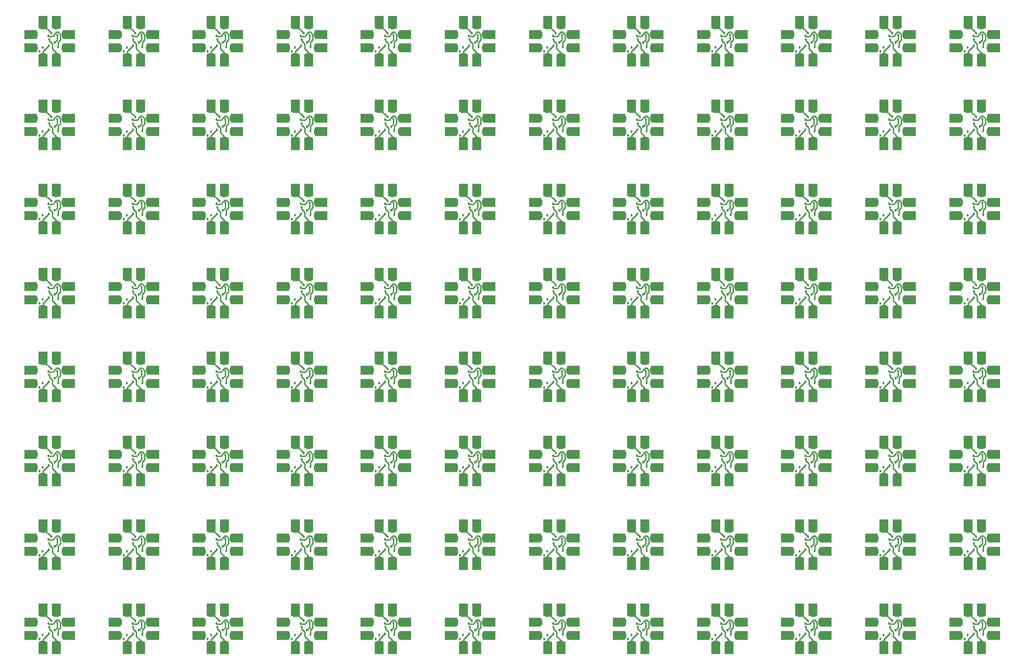
<source format=gbl>
G04 DipTrace 2.4.0.2*
%INDRV2605panel2.gbl*%
%MOIN*%
%ADD14C,0.01*%
%ADD21R,0.08X0.0669*%
%ADD23R,0.0669X0.08*%
%ADD30C,0.018*%
%FSLAX44Y44*%
G04*
G70*
G90*
G75*
G01*
%LNBottom*%
%LPD*%
X5097Y4097D2*
D14*
Y4809D1*
X5533Y5245D1*
X6097Y4097D2*
Y4723D1*
X5789Y5031D1*
Y5374D1*
X5558Y5606D1*
Y5721D1*
X5727Y6198D2*
X5565Y6371D1*
X5491Y6444D1*
X5230Y6636D1*
Y6964D1*
X5097Y7097D1*
X6097D2*
X6253D1*
X6164Y6047D2*
Y5678D1*
X5971Y5486D1*
X6233Y5150D2*
Y5528D1*
X6394Y5688D1*
Y6101D1*
X6222Y6273D1*
X6109D1*
X5952Y6115D1*
Y6076D1*
X5839Y5963D1*
X5542D1*
X5502Y6003D1*
D30*
X5971Y5486D3*
X5558Y5721D3*
X5533Y5245D3*
X6233Y5150D3*
X5502Y6003D3*
X5075Y5123D3*
X4832Y4817D3*
X5727Y6198D3*
X6164Y6047D3*
D21*
X7097Y5097D3*
Y6097D3*
G36*
X6601Y6432D2*
X6703D1*
Y5762D1*
X6601D1*
X6495Y5969D1*
Y6225D1*
X6601Y6432D1*
G37*
G36*
Y5432D2*
X6703D1*
Y4762D1*
X6601D1*
X6495Y4969D1*
Y5225D1*
X6601Y5432D1*
G37*
D23*
X6097Y7097D3*
X5097D3*
G36*
X4762Y6601D2*
Y6703D1*
X5432D1*
Y6601D1*
X5225Y6495D1*
X4969D1*
X4762Y6601D1*
G37*
G36*
X5762D2*
Y6703D1*
X6432D1*
Y6601D1*
X6225Y6495D1*
X5969D1*
X5762Y6601D1*
G37*
D23*
X6097Y4097D3*
X5097D3*
G36*
X5432Y4593D2*
Y4491D1*
X4762D1*
Y4593D1*
X4969Y4699D1*
X5225D1*
X5432Y4593D1*
G37*
G36*
X6432D2*
Y4491D1*
X5762D1*
Y4593D1*
X5969Y4699D1*
X6225D1*
X6432Y4593D1*
G37*
D21*
X4097Y5097D3*
Y6097D3*
G36*
X4593Y5762D2*
X4491D1*
Y6432D1*
X4593D1*
X4699Y6225D1*
Y5969D1*
X4593Y5762D1*
G37*
G36*
Y4762D2*
X4491D1*
Y5432D1*
X4593D1*
X4699Y5225D1*
Y4969D1*
X4593Y4762D1*
G37*
X11417Y4097D2*
D14*
Y4809D1*
X11853Y5245D1*
X12417Y4097D2*
Y4723D1*
X12109Y5031D1*
Y5374D1*
X11878Y5606D1*
Y5721D1*
X12047Y6198D2*
X11885Y6371D1*
X11811Y6444D1*
X11550Y6636D1*
Y6964D1*
X11417Y7097D1*
X12417D2*
X12573D1*
X12484Y6047D2*
Y5678D1*
X12291Y5486D1*
X12553Y5150D2*
Y5528D1*
X12714Y5688D1*
Y6101D1*
X12542Y6273D1*
X12429D1*
X12272Y6115D1*
Y6076D1*
X12159Y5963D1*
X11862D1*
X11822Y6003D1*
D30*
X12291Y5486D3*
X11878Y5721D3*
X11853Y5245D3*
X12553Y5150D3*
X11822Y6003D3*
X11395Y5123D3*
X11152Y4817D3*
X12047Y6198D3*
X12484Y6047D3*
D21*
X13417Y5097D3*
Y6097D3*
G36*
X12921Y6432D2*
X13023D1*
Y5762D1*
X12921D1*
X12815Y5969D1*
Y6225D1*
X12921Y6432D1*
G37*
G36*
Y5432D2*
X13023D1*
Y4762D1*
X12921D1*
X12815Y4969D1*
Y5225D1*
X12921Y5432D1*
G37*
D23*
X12417Y7097D3*
X11417D3*
G36*
X11082Y6601D2*
Y6703D1*
X11752D1*
Y6601D1*
X11545Y6495D1*
X11289D1*
X11082Y6601D1*
G37*
G36*
X12082D2*
Y6703D1*
X12752D1*
Y6601D1*
X12545Y6495D1*
X12289D1*
X12082Y6601D1*
G37*
D23*
X12417Y4097D3*
X11417D3*
G36*
X11752Y4593D2*
Y4491D1*
X11082D1*
Y4593D1*
X11289Y4699D1*
X11545D1*
X11752Y4593D1*
G37*
G36*
X12752D2*
Y4491D1*
X12082D1*
Y4593D1*
X12289Y4699D1*
X12545D1*
X12752Y4593D1*
G37*
D21*
X10417Y5097D3*
Y6097D3*
G36*
X10913Y5762D2*
X10811D1*
Y6432D1*
X10913D1*
X11019Y6225D1*
Y5969D1*
X10913Y5762D1*
G37*
G36*
Y4762D2*
X10811D1*
Y5432D1*
X10913D1*
X11019Y5225D1*
Y4969D1*
X10913Y4762D1*
G37*
X17737Y4097D2*
D14*
Y4809D1*
X18173Y5245D1*
X18737Y4097D2*
Y4723D1*
X18429Y5031D1*
Y5374D1*
X18198Y5606D1*
Y5721D1*
X18367Y6198D2*
X18205Y6371D1*
X18131Y6444D1*
X17870Y6636D1*
Y6964D1*
X17737Y7097D1*
X18737D2*
X18893D1*
X18804Y6047D2*
Y5678D1*
X18611Y5486D1*
X18873Y5150D2*
Y5528D1*
X19034Y5688D1*
Y6101D1*
X18862Y6273D1*
X18749D1*
X18592Y6115D1*
Y6076D1*
X18479Y5963D1*
X18182D1*
X18142Y6003D1*
D30*
X18611Y5486D3*
X18198Y5721D3*
X18173Y5245D3*
X18873Y5150D3*
X18142Y6003D3*
X17715Y5123D3*
X17472Y4817D3*
X18367Y6198D3*
X18804Y6047D3*
D21*
X19737Y5097D3*
Y6097D3*
G36*
X19241Y6432D2*
X19343D1*
Y5762D1*
X19241D1*
X19135Y5969D1*
Y6225D1*
X19241Y6432D1*
G37*
G36*
Y5432D2*
X19343D1*
Y4762D1*
X19241D1*
X19135Y4969D1*
Y5225D1*
X19241Y5432D1*
G37*
D23*
X18737Y7097D3*
X17737D3*
G36*
X17402Y6601D2*
Y6703D1*
X18072D1*
Y6601D1*
X17865Y6495D1*
X17609D1*
X17402Y6601D1*
G37*
G36*
X18402D2*
Y6703D1*
X19072D1*
Y6601D1*
X18865Y6495D1*
X18609D1*
X18402Y6601D1*
G37*
D23*
X18737Y4097D3*
X17737D3*
G36*
X18072Y4593D2*
Y4491D1*
X17402D1*
Y4593D1*
X17609Y4699D1*
X17865D1*
X18072Y4593D1*
G37*
G36*
X19072D2*
Y4491D1*
X18402D1*
Y4593D1*
X18609Y4699D1*
X18865D1*
X19072Y4593D1*
G37*
D21*
X16737Y5097D3*
Y6097D3*
G36*
X17233Y5762D2*
X17131D1*
Y6432D1*
X17233D1*
X17339Y6225D1*
Y5969D1*
X17233Y5762D1*
G37*
G36*
Y4762D2*
X17131D1*
Y5432D1*
X17233D1*
X17339Y5225D1*
Y4969D1*
X17233Y4762D1*
G37*
X24057Y4097D2*
D14*
Y4809D1*
X24493Y5245D1*
X25057Y4097D2*
Y4723D1*
X24749Y5031D1*
Y5374D1*
X24518Y5606D1*
Y5721D1*
X24687Y6198D2*
X24525Y6371D1*
X24451Y6444D1*
X24190Y6636D1*
Y6964D1*
X24057Y7097D1*
X25057D2*
X25213D1*
X25124Y6047D2*
Y5678D1*
X24931Y5486D1*
X25193Y5150D2*
Y5528D1*
X25354Y5688D1*
Y6101D1*
X25182Y6273D1*
X25069D1*
X24912Y6115D1*
Y6076D1*
X24799Y5963D1*
X24502D1*
X24462Y6003D1*
D30*
X24931Y5486D3*
X24518Y5721D3*
X24493Y5245D3*
X25193Y5150D3*
X24462Y6003D3*
X24035Y5123D3*
X23792Y4817D3*
X24687Y6198D3*
X25124Y6047D3*
D21*
X26057Y5097D3*
Y6097D3*
G36*
X25561Y6432D2*
X25663D1*
Y5762D1*
X25561D1*
X25455Y5969D1*
Y6225D1*
X25561Y6432D1*
G37*
G36*
Y5432D2*
X25663D1*
Y4762D1*
X25561D1*
X25455Y4969D1*
Y5225D1*
X25561Y5432D1*
G37*
D23*
X25057Y7097D3*
X24057D3*
G36*
X23722Y6601D2*
Y6703D1*
X24392D1*
Y6601D1*
X24185Y6495D1*
X23929D1*
X23722Y6601D1*
G37*
G36*
X24722D2*
Y6703D1*
X25392D1*
Y6601D1*
X25185Y6495D1*
X24929D1*
X24722Y6601D1*
G37*
D23*
X25057Y4097D3*
X24057D3*
G36*
X24392Y4593D2*
Y4491D1*
X23722D1*
Y4593D1*
X23929Y4699D1*
X24185D1*
X24392Y4593D1*
G37*
G36*
X25392D2*
Y4491D1*
X24722D1*
Y4593D1*
X24929Y4699D1*
X25185D1*
X25392Y4593D1*
G37*
D21*
X23057Y5097D3*
Y6097D3*
G36*
X23553Y5762D2*
X23451D1*
Y6432D1*
X23553D1*
X23659Y6225D1*
Y5969D1*
X23553Y5762D1*
G37*
G36*
Y4762D2*
X23451D1*
Y5432D1*
X23553D1*
X23659Y5225D1*
Y4969D1*
X23553Y4762D1*
G37*
X30377Y4097D2*
D14*
Y4809D1*
X30813Y5245D1*
X31377Y4097D2*
Y4723D1*
X31069Y5031D1*
Y5374D1*
X30838Y5606D1*
Y5721D1*
X31007Y6198D2*
X30845Y6371D1*
X30771Y6444D1*
X30510Y6636D1*
Y6964D1*
X30377Y7097D1*
X31377D2*
X31533D1*
X31444Y6047D2*
Y5678D1*
X31251Y5486D1*
X31513Y5150D2*
Y5528D1*
X31674Y5688D1*
Y6101D1*
X31502Y6273D1*
X31389D1*
X31232Y6115D1*
Y6076D1*
X31119Y5963D1*
X30822D1*
X30782Y6003D1*
D30*
X31251Y5486D3*
X30838Y5721D3*
X30813Y5245D3*
X31513Y5150D3*
X30782Y6003D3*
X30355Y5123D3*
X30112Y4817D3*
X31007Y6198D3*
X31444Y6047D3*
D21*
X32377Y5097D3*
Y6097D3*
G36*
X31881Y6432D2*
X31983D1*
Y5762D1*
X31881D1*
X31775Y5969D1*
Y6225D1*
X31881Y6432D1*
G37*
G36*
Y5432D2*
X31983D1*
Y4762D1*
X31881D1*
X31775Y4969D1*
Y5225D1*
X31881Y5432D1*
G37*
D23*
X31377Y7097D3*
X30377D3*
G36*
X30042Y6601D2*
Y6703D1*
X30712D1*
Y6601D1*
X30505Y6495D1*
X30249D1*
X30042Y6601D1*
G37*
G36*
X31042D2*
Y6703D1*
X31712D1*
Y6601D1*
X31505Y6495D1*
X31249D1*
X31042Y6601D1*
G37*
D23*
X31377Y4097D3*
X30377D3*
G36*
X30712Y4593D2*
Y4491D1*
X30042D1*
Y4593D1*
X30249Y4699D1*
X30505D1*
X30712Y4593D1*
G37*
G36*
X31712D2*
Y4491D1*
X31042D1*
Y4593D1*
X31249Y4699D1*
X31505D1*
X31712Y4593D1*
G37*
D21*
X29377Y5097D3*
Y6097D3*
G36*
X29873Y5762D2*
X29771D1*
Y6432D1*
X29873D1*
X29979Y6225D1*
Y5969D1*
X29873Y5762D1*
G37*
G36*
Y4762D2*
X29771D1*
Y5432D1*
X29873D1*
X29979Y5225D1*
Y4969D1*
X29873Y4762D1*
G37*
X36697Y4097D2*
D14*
Y4809D1*
X37133Y5245D1*
X37697Y4097D2*
Y4723D1*
X37389Y5031D1*
Y5374D1*
X37158Y5606D1*
Y5721D1*
X37327Y6198D2*
X37165Y6371D1*
X37091Y6444D1*
X36830Y6636D1*
Y6964D1*
X36697Y7097D1*
X37697D2*
X37853D1*
X37764Y6047D2*
Y5678D1*
X37571Y5486D1*
X37833Y5150D2*
Y5528D1*
X37994Y5688D1*
Y6101D1*
X37822Y6273D1*
X37709D1*
X37552Y6115D1*
Y6076D1*
X37439Y5963D1*
X37142D1*
X37102Y6003D1*
D30*
X37571Y5486D3*
X37158Y5721D3*
X37133Y5245D3*
X37833Y5150D3*
X37102Y6003D3*
X36675Y5123D3*
X36432Y4817D3*
X37327Y6198D3*
X37764Y6047D3*
D21*
X38697Y5097D3*
Y6097D3*
G36*
X38201Y6432D2*
X38303D1*
Y5762D1*
X38201D1*
X38095Y5969D1*
Y6225D1*
X38201Y6432D1*
G37*
G36*
Y5432D2*
X38303D1*
Y4762D1*
X38201D1*
X38095Y4969D1*
Y5225D1*
X38201Y5432D1*
G37*
D23*
X37697Y7097D3*
X36697D3*
G36*
X36362Y6601D2*
Y6703D1*
X37032D1*
Y6601D1*
X36825Y6495D1*
X36569D1*
X36362Y6601D1*
G37*
G36*
X37362D2*
Y6703D1*
X38032D1*
Y6601D1*
X37825Y6495D1*
X37569D1*
X37362Y6601D1*
G37*
D23*
X37697Y4097D3*
X36697D3*
G36*
X37032Y4593D2*
Y4491D1*
X36362D1*
Y4593D1*
X36569Y4699D1*
X36825D1*
X37032Y4593D1*
G37*
G36*
X38032D2*
Y4491D1*
X37362D1*
Y4593D1*
X37569Y4699D1*
X37825D1*
X38032Y4593D1*
G37*
D21*
X35697Y5097D3*
Y6097D3*
G36*
X36193Y5762D2*
X36091D1*
Y6432D1*
X36193D1*
X36299Y6225D1*
Y5969D1*
X36193Y5762D1*
G37*
G36*
Y4762D2*
X36091D1*
Y5432D1*
X36193D1*
X36299Y5225D1*
Y4969D1*
X36193Y4762D1*
G37*
X43017Y4097D2*
D14*
Y4809D1*
X43453Y5245D1*
X44017Y4097D2*
Y4723D1*
X43709Y5031D1*
Y5374D1*
X43478Y5606D1*
Y5721D1*
X43647Y6198D2*
X43485Y6371D1*
X43411Y6444D1*
X43150Y6636D1*
Y6964D1*
X43017Y7097D1*
X44017D2*
X44173D1*
X44084Y6047D2*
Y5678D1*
X43891Y5486D1*
X44153Y5150D2*
Y5528D1*
X44314Y5688D1*
Y6101D1*
X44142Y6273D1*
X44029D1*
X43872Y6115D1*
Y6076D1*
X43759Y5963D1*
X43462D1*
X43422Y6003D1*
D30*
X43891Y5486D3*
X43478Y5721D3*
X43453Y5245D3*
X44153Y5150D3*
X43422Y6003D3*
X42995Y5123D3*
X42752Y4817D3*
X43647Y6198D3*
X44084Y6047D3*
D21*
X45017Y5097D3*
Y6097D3*
G36*
X44521Y6432D2*
X44623D1*
Y5762D1*
X44521D1*
X44415Y5969D1*
Y6225D1*
X44521Y6432D1*
G37*
G36*
Y5432D2*
X44623D1*
Y4762D1*
X44521D1*
X44415Y4969D1*
Y5225D1*
X44521Y5432D1*
G37*
D23*
X44017Y7097D3*
X43017D3*
G36*
X42682Y6601D2*
Y6703D1*
X43352D1*
Y6601D1*
X43145Y6495D1*
X42889D1*
X42682Y6601D1*
G37*
G36*
X43682D2*
Y6703D1*
X44352D1*
Y6601D1*
X44145Y6495D1*
X43889D1*
X43682Y6601D1*
G37*
D23*
X44017Y4097D3*
X43017D3*
G36*
X43352Y4593D2*
Y4491D1*
X42682D1*
Y4593D1*
X42889Y4699D1*
X43145D1*
X43352Y4593D1*
G37*
G36*
X44352D2*
Y4491D1*
X43682D1*
Y4593D1*
X43889Y4699D1*
X44145D1*
X44352Y4593D1*
G37*
D21*
X42017Y5097D3*
Y6097D3*
G36*
X42513Y5762D2*
X42411D1*
Y6432D1*
X42513D1*
X42619Y6225D1*
Y5969D1*
X42513Y5762D1*
G37*
G36*
Y4762D2*
X42411D1*
Y5432D1*
X42513D1*
X42619Y5225D1*
Y4969D1*
X42513Y4762D1*
G37*
X49337Y4097D2*
D14*
Y4809D1*
X49773Y5245D1*
X50337Y4097D2*
Y4723D1*
X50029Y5031D1*
Y5374D1*
X49798Y5606D1*
Y5721D1*
X49967Y6198D2*
X49805Y6371D1*
X49731Y6444D1*
X49470Y6636D1*
Y6964D1*
X49337Y7097D1*
X50337D2*
X50493D1*
X50404Y6047D2*
Y5678D1*
X50211Y5486D1*
X50473Y5150D2*
Y5528D1*
X50634Y5688D1*
Y6101D1*
X50462Y6273D1*
X50349D1*
X50192Y6115D1*
Y6076D1*
X50079Y5963D1*
X49782D1*
X49742Y6003D1*
D30*
X50211Y5486D3*
X49798Y5721D3*
X49773Y5245D3*
X50473Y5150D3*
X49742Y6003D3*
X49315Y5123D3*
X49072Y4817D3*
X49967Y6198D3*
X50404Y6047D3*
D21*
X51337Y5097D3*
Y6097D3*
G36*
X50841Y6432D2*
X50943D1*
Y5762D1*
X50841D1*
X50735Y5969D1*
Y6225D1*
X50841Y6432D1*
G37*
G36*
Y5432D2*
X50943D1*
Y4762D1*
X50841D1*
X50735Y4969D1*
Y5225D1*
X50841Y5432D1*
G37*
D23*
X50337Y7097D3*
X49337D3*
G36*
X49002Y6601D2*
Y6703D1*
X49672D1*
Y6601D1*
X49465Y6495D1*
X49209D1*
X49002Y6601D1*
G37*
G36*
X50002D2*
Y6703D1*
X50672D1*
Y6601D1*
X50465Y6495D1*
X50209D1*
X50002Y6601D1*
G37*
D23*
X50337Y4097D3*
X49337D3*
G36*
X49672Y4593D2*
Y4491D1*
X49002D1*
Y4593D1*
X49209Y4699D1*
X49465D1*
X49672Y4593D1*
G37*
G36*
X50672D2*
Y4491D1*
X50002D1*
Y4593D1*
X50209Y4699D1*
X50465D1*
X50672Y4593D1*
G37*
D21*
X48337Y5097D3*
Y6097D3*
G36*
X48833Y5762D2*
X48731D1*
Y6432D1*
X48833D1*
X48939Y6225D1*
Y5969D1*
X48833Y5762D1*
G37*
G36*
Y4762D2*
X48731D1*
Y5432D1*
X48833D1*
X48939Y5225D1*
Y4969D1*
X48833Y4762D1*
G37*
X55657Y4097D2*
D14*
Y4809D1*
X56093Y5245D1*
X56657Y4097D2*
Y4723D1*
X56349Y5031D1*
Y5374D1*
X56118Y5606D1*
Y5721D1*
X56287Y6198D2*
X56125Y6371D1*
X56051Y6444D1*
X55790Y6636D1*
Y6964D1*
X55657Y7097D1*
X56657D2*
X56813D1*
X56724Y6047D2*
Y5678D1*
X56531Y5486D1*
X56793Y5150D2*
Y5528D1*
X56954Y5688D1*
Y6101D1*
X56782Y6273D1*
X56669D1*
X56512Y6115D1*
Y6076D1*
X56399Y5963D1*
X56102D1*
X56062Y6003D1*
D30*
X56531Y5486D3*
X56118Y5721D3*
X56093Y5245D3*
X56793Y5150D3*
X56062Y6003D3*
X55635Y5123D3*
X55392Y4817D3*
X56287Y6198D3*
X56724Y6047D3*
D21*
X57657Y5097D3*
Y6097D3*
G36*
X57161Y6432D2*
X57263D1*
Y5762D1*
X57161D1*
X57055Y5969D1*
Y6225D1*
X57161Y6432D1*
G37*
G36*
Y5432D2*
X57263D1*
Y4762D1*
X57161D1*
X57055Y4969D1*
Y5225D1*
X57161Y5432D1*
G37*
D23*
X56657Y7097D3*
X55657D3*
G36*
X55322Y6601D2*
Y6703D1*
X55992D1*
Y6601D1*
X55785Y6495D1*
X55529D1*
X55322Y6601D1*
G37*
G36*
X56322D2*
Y6703D1*
X56992D1*
Y6601D1*
X56785Y6495D1*
X56529D1*
X56322Y6601D1*
G37*
D23*
X56657Y4097D3*
X55657D3*
G36*
X55992Y4593D2*
Y4491D1*
X55322D1*
Y4593D1*
X55529Y4699D1*
X55785D1*
X55992Y4593D1*
G37*
G36*
X56992D2*
Y4491D1*
X56322D1*
Y4593D1*
X56529Y4699D1*
X56785D1*
X56992Y4593D1*
G37*
D21*
X54657Y5097D3*
Y6097D3*
G36*
X55153Y5762D2*
X55051D1*
Y6432D1*
X55153D1*
X55259Y6225D1*
Y5969D1*
X55153Y5762D1*
G37*
G36*
Y4762D2*
X55051D1*
Y5432D1*
X55153D1*
X55259Y5225D1*
Y4969D1*
X55153Y4762D1*
G37*
X61977Y4097D2*
D14*
Y4809D1*
X62413Y5245D1*
X62977Y4097D2*
Y4723D1*
X62669Y5031D1*
Y5374D1*
X62438Y5606D1*
Y5721D1*
X62607Y6198D2*
X62445Y6371D1*
X62371Y6444D1*
X62110Y6636D1*
Y6964D1*
X61977Y7097D1*
X62977D2*
X63133D1*
X63044Y6047D2*
Y5678D1*
X62851Y5486D1*
X63113Y5150D2*
Y5528D1*
X63274Y5688D1*
Y6101D1*
X63102Y6273D1*
X62989D1*
X62832Y6115D1*
Y6076D1*
X62719Y5963D1*
X62422D1*
X62382Y6003D1*
D30*
X62851Y5486D3*
X62438Y5721D3*
X62413Y5245D3*
X63113Y5150D3*
X62382Y6003D3*
X61955Y5123D3*
X61712Y4817D3*
X62607Y6198D3*
X63044Y6047D3*
D21*
X63977Y5097D3*
Y6097D3*
G36*
X63481Y6432D2*
X63583D1*
Y5762D1*
X63481D1*
X63375Y5969D1*
Y6225D1*
X63481Y6432D1*
G37*
G36*
Y5432D2*
X63583D1*
Y4762D1*
X63481D1*
X63375Y4969D1*
Y5225D1*
X63481Y5432D1*
G37*
D23*
X62977Y7097D3*
X61977D3*
G36*
X61642Y6601D2*
Y6703D1*
X62312D1*
Y6601D1*
X62105Y6495D1*
X61849D1*
X61642Y6601D1*
G37*
G36*
X62642D2*
Y6703D1*
X63312D1*
Y6601D1*
X63105Y6495D1*
X62849D1*
X62642Y6601D1*
G37*
D23*
X62977Y4097D3*
X61977D3*
G36*
X62312Y4593D2*
Y4491D1*
X61642D1*
Y4593D1*
X61849Y4699D1*
X62105D1*
X62312Y4593D1*
G37*
G36*
X63312D2*
Y4491D1*
X62642D1*
Y4593D1*
X62849Y4699D1*
X63105D1*
X63312Y4593D1*
G37*
D21*
X60977Y5097D3*
Y6097D3*
G36*
X61473Y5762D2*
X61371D1*
Y6432D1*
X61473D1*
X61579Y6225D1*
Y5969D1*
X61473Y5762D1*
G37*
G36*
Y4762D2*
X61371D1*
Y5432D1*
X61473D1*
X61579Y5225D1*
Y4969D1*
X61473Y4762D1*
G37*
X68297Y4097D2*
D14*
Y4809D1*
X68733Y5245D1*
X69297Y4097D2*
Y4723D1*
X68989Y5031D1*
Y5374D1*
X68758Y5606D1*
Y5721D1*
X68927Y6198D2*
X68765Y6371D1*
X68691Y6444D1*
X68430Y6636D1*
Y6964D1*
X68297Y7097D1*
X69297D2*
X69453D1*
X69364Y6047D2*
Y5678D1*
X69171Y5486D1*
X69433Y5150D2*
Y5528D1*
X69594Y5688D1*
Y6101D1*
X69422Y6273D1*
X69309D1*
X69152Y6115D1*
Y6076D1*
X69039Y5963D1*
X68742D1*
X68702Y6003D1*
D30*
X69171Y5486D3*
X68758Y5721D3*
X68733Y5245D3*
X69433Y5150D3*
X68702Y6003D3*
X68275Y5123D3*
X68032Y4817D3*
X68927Y6198D3*
X69364Y6047D3*
D21*
X70297Y5097D3*
Y6097D3*
G36*
X69801Y6432D2*
X69903D1*
Y5762D1*
X69801D1*
X69695Y5969D1*
Y6225D1*
X69801Y6432D1*
G37*
G36*
Y5432D2*
X69903D1*
Y4762D1*
X69801D1*
X69695Y4969D1*
Y5225D1*
X69801Y5432D1*
G37*
D23*
X69297Y7097D3*
X68297D3*
G36*
X67962Y6601D2*
Y6703D1*
X68632D1*
Y6601D1*
X68425Y6495D1*
X68169D1*
X67962Y6601D1*
G37*
G36*
X68962D2*
Y6703D1*
X69632D1*
Y6601D1*
X69425Y6495D1*
X69169D1*
X68962Y6601D1*
G37*
D23*
X69297Y4097D3*
X68297D3*
G36*
X68632Y4593D2*
Y4491D1*
X67962D1*
Y4593D1*
X68169Y4699D1*
X68425D1*
X68632Y4593D1*
G37*
G36*
X69632D2*
Y4491D1*
X68962D1*
Y4593D1*
X69169Y4699D1*
X69425D1*
X69632Y4593D1*
G37*
D21*
X67297Y5097D3*
Y6097D3*
G36*
X67793Y5762D2*
X67691D1*
Y6432D1*
X67793D1*
X67899Y6225D1*
Y5969D1*
X67793Y5762D1*
G37*
G36*
Y4762D2*
X67691D1*
Y5432D1*
X67793D1*
X67899Y5225D1*
Y4969D1*
X67793Y4762D1*
G37*
X74617Y4097D2*
D14*
Y4809D1*
X75053Y5245D1*
X75617Y4097D2*
Y4723D1*
X75309Y5031D1*
Y5374D1*
X75078Y5606D1*
Y5721D1*
X75247Y6198D2*
X75085Y6371D1*
X75011Y6444D1*
X74750Y6636D1*
Y6964D1*
X74617Y7097D1*
X75617D2*
X75773D1*
X75684Y6047D2*
Y5678D1*
X75491Y5486D1*
X75753Y5150D2*
Y5528D1*
X75914Y5688D1*
Y6101D1*
X75742Y6273D1*
X75629D1*
X75472Y6115D1*
Y6076D1*
X75359Y5963D1*
X75062D1*
X75022Y6003D1*
D30*
X75491Y5486D3*
X75078Y5721D3*
X75053Y5245D3*
X75753Y5150D3*
X75022Y6003D3*
X74595Y5123D3*
X74352Y4817D3*
X75247Y6198D3*
X75684Y6047D3*
D21*
X76617Y5097D3*
Y6097D3*
G36*
X76121Y6432D2*
X76223D1*
Y5762D1*
X76121D1*
X76015Y5969D1*
Y6225D1*
X76121Y6432D1*
G37*
G36*
Y5432D2*
X76223D1*
Y4762D1*
X76121D1*
X76015Y4969D1*
Y5225D1*
X76121Y5432D1*
G37*
D23*
X75617Y7097D3*
X74617D3*
G36*
X74282Y6601D2*
Y6703D1*
X74952D1*
Y6601D1*
X74745Y6495D1*
X74489D1*
X74282Y6601D1*
G37*
G36*
X75282D2*
Y6703D1*
X75952D1*
Y6601D1*
X75745Y6495D1*
X75489D1*
X75282Y6601D1*
G37*
D23*
X75617Y4097D3*
X74617D3*
G36*
X74952Y4593D2*
Y4491D1*
X74282D1*
Y4593D1*
X74489Y4699D1*
X74745D1*
X74952Y4593D1*
G37*
G36*
X75952D2*
Y4491D1*
X75282D1*
Y4593D1*
X75489Y4699D1*
X75745D1*
X75952Y4593D1*
G37*
D21*
X73617Y5097D3*
Y6097D3*
G36*
X74113Y5762D2*
X74011D1*
Y6432D1*
X74113D1*
X74219Y6225D1*
Y5969D1*
X74113Y5762D1*
G37*
G36*
Y4762D2*
X74011D1*
Y5432D1*
X74113D1*
X74219Y5225D1*
Y4969D1*
X74113Y4762D1*
G37*
X5097Y10417D2*
D14*
Y11129D1*
X5533Y11565D1*
X6097Y10417D2*
Y11043D1*
X5789Y11351D1*
Y11694D1*
X5558Y11926D1*
Y12041D1*
X5727Y12518D2*
X5565Y12691D1*
X5491Y12764D1*
X5230Y12956D1*
Y13284D1*
X5097Y13417D1*
X6097D2*
X6253D1*
X6164Y12367D2*
Y11998D1*
X5971Y11806D1*
X6233Y11470D2*
Y11848D1*
X6394Y12008D1*
Y12421D1*
X6222Y12593D1*
X6109D1*
X5952Y12435D1*
Y12396D1*
X5839Y12283D1*
X5542D1*
X5502Y12323D1*
D30*
X5971Y11806D3*
X5558Y12041D3*
X5533Y11565D3*
X6233Y11470D3*
X5502Y12323D3*
X5075Y11443D3*
X4832Y11137D3*
X5727Y12518D3*
X6164Y12367D3*
D21*
X7097Y11417D3*
Y12417D3*
G36*
X6601Y12752D2*
X6703D1*
Y12082D1*
X6601D1*
X6495Y12289D1*
Y12545D1*
X6601Y12752D1*
G37*
G36*
Y11752D2*
X6703D1*
Y11082D1*
X6601D1*
X6495Y11289D1*
Y11545D1*
X6601Y11752D1*
G37*
D23*
X6097Y13417D3*
X5097D3*
G36*
X4762Y12921D2*
Y13023D1*
X5432D1*
Y12921D1*
X5225Y12815D1*
X4969D1*
X4762Y12921D1*
G37*
G36*
X5762D2*
Y13023D1*
X6432D1*
Y12921D1*
X6225Y12815D1*
X5969D1*
X5762Y12921D1*
G37*
D23*
X6097Y10417D3*
X5097D3*
G36*
X5432Y10913D2*
Y10811D1*
X4762D1*
Y10913D1*
X4969Y11019D1*
X5225D1*
X5432Y10913D1*
G37*
G36*
X6432D2*
Y10811D1*
X5762D1*
Y10913D1*
X5969Y11019D1*
X6225D1*
X6432Y10913D1*
G37*
D21*
X4097Y11417D3*
Y12417D3*
G36*
X4593Y12082D2*
X4491D1*
Y12752D1*
X4593D1*
X4699Y12545D1*
Y12289D1*
X4593Y12082D1*
G37*
G36*
Y11082D2*
X4491D1*
Y11752D1*
X4593D1*
X4699Y11545D1*
Y11289D1*
X4593Y11082D1*
G37*
X11417Y10417D2*
D14*
Y11129D1*
X11853Y11565D1*
X12417Y10417D2*
Y11043D1*
X12109Y11351D1*
Y11694D1*
X11878Y11926D1*
Y12041D1*
X12047Y12518D2*
X11885Y12691D1*
X11811Y12764D1*
X11550Y12956D1*
Y13284D1*
X11417Y13417D1*
X12417D2*
X12573D1*
X12484Y12367D2*
Y11998D1*
X12291Y11806D1*
X12553Y11470D2*
Y11848D1*
X12714Y12008D1*
Y12421D1*
X12542Y12593D1*
X12429D1*
X12272Y12435D1*
Y12396D1*
X12159Y12283D1*
X11862D1*
X11822Y12323D1*
D30*
X12291Y11806D3*
X11878Y12041D3*
X11853Y11565D3*
X12553Y11470D3*
X11822Y12323D3*
X11395Y11443D3*
X11152Y11137D3*
X12047Y12518D3*
X12484Y12367D3*
D21*
X13417Y11417D3*
Y12417D3*
G36*
X12921Y12752D2*
X13023D1*
Y12082D1*
X12921D1*
X12815Y12289D1*
Y12545D1*
X12921Y12752D1*
G37*
G36*
Y11752D2*
X13023D1*
Y11082D1*
X12921D1*
X12815Y11289D1*
Y11545D1*
X12921Y11752D1*
G37*
D23*
X12417Y13417D3*
X11417D3*
G36*
X11082Y12921D2*
Y13023D1*
X11752D1*
Y12921D1*
X11545Y12815D1*
X11289D1*
X11082Y12921D1*
G37*
G36*
X12082D2*
Y13023D1*
X12752D1*
Y12921D1*
X12545Y12815D1*
X12289D1*
X12082Y12921D1*
G37*
D23*
X12417Y10417D3*
X11417D3*
G36*
X11752Y10913D2*
Y10811D1*
X11082D1*
Y10913D1*
X11289Y11019D1*
X11545D1*
X11752Y10913D1*
G37*
G36*
X12752D2*
Y10811D1*
X12082D1*
Y10913D1*
X12289Y11019D1*
X12545D1*
X12752Y10913D1*
G37*
D21*
X10417Y11417D3*
Y12417D3*
G36*
X10913Y12082D2*
X10811D1*
Y12752D1*
X10913D1*
X11019Y12545D1*
Y12289D1*
X10913Y12082D1*
G37*
G36*
Y11082D2*
X10811D1*
Y11752D1*
X10913D1*
X11019Y11545D1*
Y11289D1*
X10913Y11082D1*
G37*
X17737Y10417D2*
D14*
Y11129D1*
X18173Y11565D1*
X18737Y10417D2*
Y11043D1*
X18429Y11351D1*
Y11694D1*
X18198Y11926D1*
Y12041D1*
X18367Y12518D2*
X18205Y12691D1*
X18131Y12764D1*
X17870Y12956D1*
Y13284D1*
X17737Y13417D1*
X18737D2*
X18893D1*
X18804Y12367D2*
Y11998D1*
X18611Y11806D1*
X18873Y11470D2*
Y11848D1*
X19034Y12008D1*
Y12421D1*
X18862Y12593D1*
X18749D1*
X18592Y12435D1*
Y12396D1*
X18479Y12283D1*
X18182D1*
X18142Y12323D1*
D30*
X18611Y11806D3*
X18198Y12041D3*
X18173Y11565D3*
X18873Y11470D3*
X18142Y12323D3*
X17715Y11443D3*
X17472Y11137D3*
X18367Y12518D3*
X18804Y12367D3*
D21*
X19737Y11417D3*
Y12417D3*
G36*
X19241Y12752D2*
X19343D1*
Y12082D1*
X19241D1*
X19135Y12289D1*
Y12545D1*
X19241Y12752D1*
G37*
G36*
Y11752D2*
X19343D1*
Y11082D1*
X19241D1*
X19135Y11289D1*
Y11545D1*
X19241Y11752D1*
G37*
D23*
X18737Y13417D3*
X17737D3*
G36*
X17402Y12921D2*
Y13023D1*
X18072D1*
Y12921D1*
X17865Y12815D1*
X17609D1*
X17402Y12921D1*
G37*
G36*
X18402D2*
Y13023D1*
X19072D1*
Y12921D1*
X18865Y12815D1*
X18609D1*
X18402Y12921D1*
G37*
D23*
X18737Y10417D3*
X17737D3*
G36*
X18072Y10913D2*
Y10811D1*
X17402D1*
Y10913D1*
X17609Y11019D1*
X17865D1*
X18072Y10913D1*
G37*
G36*
X19072D2*
Y10811D1*
X18402D1*
Y10913D1*
X18609Y11019D1*
X18865D1*
X19072Y10913D1*
G37*
D21*
X16737Y11417D3*
Y12417D3*
G36*
X17233Y12082D2*
X17131D1*
Y12752D1*
X17233D1*
X17339Y12545D1*
Y12289D1*
X17233Y12082D1*
G37*
G36*
Y11082D2*
X17131D1*
Y11752D1*
X17233D1*
X17339Y11545D1*
Y11289D1*
X17233Y11082D1*
G37*
X24057Y10417D2*
D14*
Y11129D1*
X24493Y11565D1*
X25057Y10417D2*
Y11043D1*
X24749Y11351D1*
Y11694D1*
X24518Y11926D1*
Y12041D1*
X24687Y12518D2*
X24525Y12691D1*
X24451Y12764D1*
X24190Y12956D1*
Y13284D1*
X24057Y13417D1*
X25057D2*
X25213D1*
X25124Y12367D2*
Y11998D1*
X24931Y11806D1*
X25193Y11470D2*
Y11848D1*
X25354Y12008D1*
Y12421D1*
X25182Y12593D1*
X25069D1*
X24912Y12435D1*
Y12396D1*
X24799Y12283D1*
X24502D1*
X24462Y12323D1*
D30*
X24931Y11806D3*
X24518Y12041D3*
X24493Y11565D3*
X25193Y11470D3*
X24462Y12323D3*
X24035Y11443D3*
X23792Y11137D3*
X24687Y12518D3*
X25124Y12367D3*
D21*
X26057Y11417D3*
Y12417D3*
G36*
X25561Y12752D2*
X25663D1*
Y12082D1*
X25561D1*
X25455Y12289D1*
Y12545D1*
X25561Y12752D1*
G37*
G36*
Y11752D2*
X25663D1*
Y11082D1*
X25561D1*
X25455Y11289D1*
Y11545D1*
X25561Y11752D1*
G37*
D23*
X25057Y13417D3*
X24057D3*
G36*
X23722Y12921D2*
Y13023D1*
X24392D1*
Y12921D1*
X24185Y12815D1*
X23929D1*
X23722Y12921D1*
G37*
G36*
X24722D2*
Y13023D1*
X25392D1*
Y12921D1*
X25185Y12815D1*
X24929D1*
X24722Y12921D1*
G37*
D23*
X25057Y10417D3*
X24057D3*
G36*
X24392Y10913D2*
Y10811D1*
X23722D1*
Y10913D1*
X23929Y11019D1*
X24185D1*
X24392Y10913D1*
G37*
G36*
X25392D2*
Y10811D1*
X24722D1*
Y10913D1*
X24929Y11019D1*
X25185D1*
X25392Y10913D1*
G37*
D21*
X23057Y11417D3*
Y12417D3*
G36*
X23553Y12082D2*
X23451D1*
Y12752D1*
X23553D1*
X23659Y12545D1*
Y12289D1*
X23553Y12082D1*
G37*
G36*
Y11082D2*
X23451D1*
Y11752D1*
X23553D1*
X23659Y11545D1*
Y11289D1*
X23553Y11082D1*
G37*
X30377Y10417D2*
D14*
Y11129D1*
X30813Y11565D1*
X31377Y10417D2*
Y11043D1*
X31069Y11351D1*
Y11694D1*
X30838Y11926D1*
Y12041D1*
X31007Y12518D2*
X30845Y12691D1*
X30771Y12764D1*
X30510Y12956D1*
Y13284D1*
X30377Y13417D1*
X31377D2*
X31533D1*
X31444Y12367D2*
Y11998D1*
X31251Y11806D1*
X31513Y11470D2*
Y11848D1*
X31674Y12008D1*
Y12421D1*
X31502Y12593D1*
X31389D1*
X31232Y12435D1*
Y12396D1*
X31119Y12283D1*
X30822D1*
X30782Y12323D1*
D30*
X31251Y11806D3*
X30838Y12041D3*
X30813Y11565D3*
X31513Y11470D3*
X30782Y12323D3*
X30355Y11443D3*
X30112Y11137D3*
X31007Y12518D3*
X31444Y12367D3*
D21*
X32377Y11417D3*
Y12417D3*
G36*
X31881Y12752D2*
X31983D1*
Y12082D1*
X31881D1*
X31775Y12289D1*
Y12545D1*
X31881Y12752D1*
G37*
G36*
Y11752D2*
X31983D1*
Y11082D1*
X31881D1*
X31775Y11289D1*
Y11545D1*
X31881Y11752D1*
G37*
D23*
X31377Y13417D3*
X30377D3*
G36*
X30042Y12921D2*
Y13023D1*
X30712D1*
Y12921D1*
X30505Y12815D1*
X30249D1*
X30042Y12921D1*
G37*
G36*
X31042D2*
Y13023D1*
X31712D1*
Y12921D1*
X31505Y12815D1*
X31249D1*
X31042Y12921D1*
G37*
D23*
X31377Y10417D3*
X30377D3*
G36*
X30712Y10913D2*
Y10811D1*
X30042D1*
Y10913D1*
X30249Y11019D1*
X30505D1*
X30712Y10913D1*
G37*
G36*
X31712D2*
Y10811D1*
X31042D1*
Y10913D1*
X31249Y11019D1*
X31505D1*
X31712Y10913D1*
G37*
D21*
X29377Y11417D3*
Y12417D3*
G36*
X29873Y12082D2*
X29771D1*
Y12752D1*
X29873D1*
X29979Y12545D1*
Y12289D1*
X29873Y12082D1*
G37*
G36*
Y11082D2*
X29771D1*
Y11752D1*
X29873D1*
X29979Y11545D1*
Y11289D1*
X29873Y11082D1*
G37*
X36697Y10417D2*
D14*
Y11129D1*
X37133Y11565D1*
X37697Y10417D2*
Y11043D1*
X37389Y11351D1*
Y11694D1*
X37158Y11926D1*
Y12041D1*
X37327Y12518D2*
X37165Y12691D1*
X37091Y12764D1*
X36830Y12956D1*
Y13284D1*
X36697Y13417D1*
X37697D2*
X37853D1*
X37764Y12367D2*
Y11998D1*
X37571Y11806D1*
X37833Y11470D2*
Y11848D1*
X37994Y12008D1*
Y12421D1*
X37822Y12593D1*
X37709D1*
X37552Y12435D1*
Y12396D1*
X37439Y12283D1*
X37142D1*
X37102Y12323D1*
D30*
X37571Y11806D3*
X37158Y12041D3*
X37133Y11565D3*
X37833Y11470D3*
X37102Y12323D3*
X36675Y11443D3*
X36432Y11137D3*
X37327Y12518D3*
X37764Y12367D3*
D21*
X38697Y11417D3*
Y12417D3*
G36*
X38201Y12752D2*
X38303D1*
Y12082D1*
X38201D1*
X38095Y12289D1*
Y12545D1*
X38201Y12752D1*
G37*
G36*
Y11752D2*
X38303D1*
Y11082D1*
X38201D1*
X38095Y11289D1*
Y11545D1*
X38201Y11752D1*
G37*
D23*
X37697Y13417D3*
X36697D3*
G36*
X36362Y12921D2*
Y13023D1*
X37032D1*
Y12921D1*
X36825Y12815D1*
X36569D1*
X36362Y12921D1*
G37*
G36*
X37362D2*
Y13023D1*
X38032D1*
Y12921D1*
X37825Y12815D1*
X37569D1*
X37362Y12921D1*
G37*
D23*
X37697Y10417D3*
X36697D3*
G36*
X37032Y10913D2*
Y10811D1*
X36362D1*
Y10913D1*
X36569Y11019D1*
X36825D1*
X37032Y10913D1*
G37*
G36*
X38032D2*
Y10811D1*
X37362D1*
Y10913D1*
X37569Y11019D1*
X37825D1*
X38032Y10913D1*
G37*
D21*
X35697Y11417D3*
Y12417D3*
G36*
X36193Y12082D2*
X36091D1*
Y12752D1*
X36193D1*
X36299Y12545D1*
Y12289D1*
X36193Y12082D1*
G37*
G36*
Y11082D2*
X36091D1*
Y11752D1*
X36193D1*
X36299Y11545D1*
Y11289D1*
X36193Y11082D1*
G37*
X43017Y10417D2*
D14*
Y11129D1*
X43453Y11565D1*
X44017Y10417D2*
Y11043D1*
X43709Y11351D1*
Y11694D1*
X43478Y11926D1*
Y12041D1*
X43647Y12518D2*
X43485Y12691D1*
X43411Y12764D1*
X43150Y12956D1*
Y13284D1*
X43017Y13417D1*
X44017D2*
X44173D1*
X44084Y12367D2*
Y11998D1*
X43891Y11806D1*
X44153Y11470D2*
Y11848D1*
X44314Y12008D1*
Y12421D1*
X44142Y12593D1*
X44029D1*
X43872Y12435D1*
Y12396D1*
X43759Y12283D1*
X43462D1*
X43422Y12323D1*
D30*
X43891Y11806D3*
X43478Y12041D3*
X43453Y11565D3*
X44153Y11470D3*
X43422Y12323D3*
X42995Y11443D3*
X42752Y11137D3*
X43647Y12518D3*
X44084Y12367D3*
D21*
X45017Y11417D3*
Y12417D3*
G36*
X44521Y12752D2*
X44623D1*
Y12082D1*
X44521D1*
X44415Y12289D1*
Y12545D1*
X44521Y12752D1*
G37*
G36*
Y11752D2*
X44623D1*
Y11082D1*
X44521D1*
X44415Y11289D1*
Y11545D1*
X44521Y11752D1*
G37*
D23*
X44017Y13417D3*
X43017D3*
G36*
X42682Y12921D2*
Y13023D1*
X43352D1*
Y12921D1*
X43145Y12815D1*
X42889D1*
X42682Y12921D1*
G37*
G36*
X43682D2*
Y13023D1*
X44352D1*
Y12921D1*
X44145Y12815D1*
X43889D1*
X43682Y12921D1*
G37*
D23*
X44017Y10417D3*
X43017D3*
G36*
X43352Y10913D2*
Y10811D1*
X42682D1*
Y10913D1*
X42889Y11019D1*
X43145D1*
X43352Y10913D1*
G37*
G36*
X44352D2*
Y10811D1*
X43682D1*
Y10913D1*
X43889Y11019D1*
X44145D1*
X44352Y10913D1*
G37*
D21*
X42017Y11417D3*
Y12417D3*
G36*
X42513Y12082D2*
X42411D1*
Y12752D1*
X42513D1*
X42619Y12545D1*
Y12289D1*
X42513Y12082D1*
G37*
G36*
Y11082D2*
X42411D1*
Y11752D1*
X42513D1*
X42619Y11545D1*
Y11289D1*
X42513Y11082D1*
G37*
X49337Y10417D2*
D14*
Y11129D1*
X49773Y11565D1*
X50337Y10417D2*
Y11043D1*
X50029Y11351D1*
Y11694D1*
X49798Y11926D1*
Y12041D1*
X49967Y12518D2*
X49805Y12691D1*
X49731Y12764D1*
X49470Y12956D1*
Y13284D1*
X49337Y13417D1*
X50337D2*
X50493D1*
X50404Y12367D2*
Y11998D1*
X50211Y11806D1*
X50473Y11470D2*
Y11848D1*
X50634Y12008D1*
Y12421D1*
X50462Y12593D1*
X50349D1*
X50192Y12435D1*
Y12396D1*
X50079Y12283D1*
X49782D1*
X49742Y12323D1*
D30*
X50211Y11806D3*
X49798Y12041D3*
X49773Y11565D3*
X50473Y11470D3*
X49742Y12323D3*
X49315Y11443D3*
X49072Y11137D3*
X49967Y12518D3*
X50404Y12367D3*
D21*
X51337Y11417D3*
Y12417D3*
G36*
X50841Y12752D2*
X50943D1*
Y12082D1*
X50841D1*
X50735Y12289D1*
Y12545D1*
X50841Y12752D1*
G37*
G36*
Y11752D2*
X50943D1*
Y11082D1*
X50841D1*
X50735Y11289D1*
Y11545D1*
X50841Y11752D1*
G37*
D23*
X50337Y13417D3*
X49337D3*
G36*
X49002Y12921D2*
Y13023D1*
X49672D1*
Y12921D1*
X49465Y12815D1*
X49209D1*
X49002Y12921D1*
G37*
G36*
X50002D2*
Y13023D1*
X50672D1*
Y12921D1*
X50465Y12815D1*
X50209D1*
X50002Y12921D1*
G37*
D23*
X50337Y10417D3*
X49337D3*
G36*
X49672Y10913D2*
Y10811D1*
X49002D1*
Y10913D1*
X49209Y11019D1*
X49465D1*
X49672Y10913D1*
G37*
G36*
X50672D2*
Y10811D1*
X50002D1*
Y10913D1*
X50209Y11019D1*
X50465D1*
X50672Y10913D1*
G37*
D21*
X48337Y11417D3*
Y12417D3*
G36*
X48833Y12082D2*
X48731D1*
Y12752D1*
X48833D1*
X48939Y12545D1*
Y12289D1*
X48833Y12082D1*
G37*
G36*
Y11082D2*
X48731D1*
Y11752D1*
X48833D1*
X48939Y11545D1*
Y11289D1*
X48833Y11082D1*
G37*
X55657Y10417D2*
D14*
Y11129D1*
X56093Y11565D1*
X56657Y10417D2*
Y11043D1*
X56349Y11351D1*
Y11694D1*
X56118Y11926D1*
Y12041D1*
X56287Y12518D2*
X56125Y12691D1*
X56051Y12764D1*
X55790Y12956D1*
Y13284D1*
X55657Y13417D1*
X56657D2*
X56813D1*
X56724Y12367D2*
Y11998D1*
X56531Y11806D1*
X56793Y11470D2*
Y11848D1*
X56954Y12008D1*
Y12421D1*
X56782Y12593D1*
X56669D1*
X56512Y12435D1*
Y12396D1*
X56399Y12283D1*
X56102D1*
X56062Y12323D1*
D30*
X56531Y11806D3*
X56118Y12041D3*
X56093Y11565D3*
X56793Y11470D3*
X56062Y12323D3*
X55635Y11443D3*
X55392Y11137D3*
X56287Y12518D3*
X56724Y12367D3*
D21*
X57657Y11417D3*
Y12417D3*
G36*
X57161Y12752D2*
X57263D1*
Y12082D1*
X57161D1*
X57055Y12289D1*
Y12545D1*
X57161Y12752D1*
G37*
G36*
Y11752D2*
X57263D1*
Y11082D1*
X57161D1*
X57055Y11289D1*
Y11545D1*
X57161Y11752D1*
G37*
D23*
X56657Y13417D3*
X55657D3*
G36*
X55322Y12921D2*
Y13023D1*
X55992D1*
Y12921D1*
X55785Y12815D1*
X55529D1*
X55322Y12921D1*
G37*
G36*
X56322D2*
Y13023D1*
X56992D1*
Y12921D1*
X56785Y12815D1*
X56529D1*
X56322Y12921D1*
G37*
D23*
X56657Y10417D3*
X55657D3*
G36*
X55992Y10913D2*
Y10811D1*
X55322D1*
Y10913D1*
X55529Y11019D1*
X55785D1*
X55992Y10913D1*
G37*
G36*
X56992D2*
Y10811D1*
X56322D1*
Y10913D1*
X56529Y11019D1*
X56785D1*
X56992Y10913D1*
G37*
D21*
X54657Y11417D3*
Y12417D3*
G36*
X55153Y12082D2*
X55051D1*
Y12752D1*
X55153D1*
X55259Y12545D1*
Y12289D1*
X55153Y12082D1*
G37*
G36*
Y11082D2*
X55051D1*
Y11752D1*
X55153D1*
X55259Y11545D1*
Y11289D1*
X55153Y11082D1*
G37*
X61977Y10417D2*
D14*
Y11129D1*
X62413Y11565D1*
X62977Y10417D2*
Y11043D1*
X62669Y11351D1*
Y11694D1*
X62438Y11926D1*
Y12041D1*
X62607Y12518D2*
X62445Y12691D1*
X62371Y12764D1*
X62110Y12956D1*
Y13284D1*
X61977Y13417D1*
X62977D2*
X63133D1*
X63044Y12367D2*
Y11998D1*
X62851Y11806D1*
X63113Y11470D2*
Y11848D1*
X63274Y12008D1*
Y12421D1*
X63102Y12593D1*
X62989D1*
X62832Y12435D1*
Y12396D1*
X62719Y12283D1*
X62422D1*
X62382Y12323D1*
D30*
X62851Y11806D3*
X62438Y12041D3*
X62413Y11565D3*
X63113Y11470D3*
X62382Y12323D3*
X61955Y11443D3*
X61712Y11137D3*
X62607Y12518D3*
X63044Y12367D3*
D21*
X63977Y11417D3*
Y12417D3*
G36*
X63481Y12752D2*
X63583D1*
Y12082D1*
X63481D1*
X63375Y12289D1*
Y12545D1*
X63481Y12752D1*
G37*
G36*
Y11752D2*
X63583D1*
Y11082D1*
X63481D1*
X63375Y11289D1*
Y11545D1*
X63481Y11752D1*
G37*
D23*
X62977Y13417D3*
X61977D3*
G36*
X61642Y12921D2*
Y13023D1*
X62312D1*
Y12921D1*
X62105Y12815D1*
X61849D1*
X61642Y12921D1*
G37*
G36*
X62642D2*
Y13023D1*
X63312D1*
Y12921D1*
X63105Y12815D1*
X62849D1*
X62642Y12921D1*
G37*
D23*
X62977Y10417D3*
X61977D3*
G36*
X62312Y10913D2*
Y10811D1*
X61642D1*
Y10913D1*
X61849Y11019D1*
X62105D1*
X62312Y10913D1*
G37*
G36*
X63312D2*
Y10811D1*
X62642D1*
Y10913D1*
X62849Y11019D1*
X63105D1*
X63312Y10913D1*
G37*
D21*
X60977Y11417D3*
Y12417D3*
G36*
X61473Y12082D2*
X61371D1*
Y12752D1*
X61473D1*
X61579Y12545D1*
Y12289D1*
X61473Y12082D1*
G37*
G36*
Y11082D2*
X61371D1*
Y11752D1*
X61473D1*
X61579Y11545D1*
Y11289D1*
X61473Y11082D1*
G37*
X68297Y10417D2*
D14*
Y11129D1*
X68733Y11565D1*
X69297Y10417D2*
Y11043D1*
X68989Y11351D1*
Y11694D1*
X68758Y11926D1*
Y12041D1*
X68927Y12518D2*
X68765Y12691D1*
X68691Y12764D1*
X68430Y12956D1*
Y13284D1*
X68297Y13417D1*
X69297D2*
X69453D1*
X69364Y12367D2*
Y11998D1*
X69171Y11806D1*
X69433Y11470D2*
Y11848D1*
X69594Y12008D1*
Y12421D1*
X69422Y12593D1*
X69309D1*
X69152Y12435D1*
Y12396D1*
X69039Y12283D1*
X68742D1*
X68702Y12323D1*
D30*
X69171Y11806D3*
X68758Y12041D3*
X68733Y11565D3*
X69433Y11470D3*
X68702Y12323D3*
X68275Y11443D3*
X68032Y11137D3*
X68927Y12518D3*
X69364Y12367D3*
D21*
X70297Y11417D3*
Y12417D3*
G36*
X69801Y12752D2*
X69903D1*
Y12082D1*
X69801D1*
X69695Y12289D1*
Y12545D1*
X69801Y12752D1*
G37*
G36*
Y11752D2*
X69903D1*
Y11082D1*
X69801D1*
X69695Y11289D1*
Y11545D1*
X69801Y11752D1*
G37*
D23*
X69297Y13417D3*
X68297D3*
G36*
X67962Y12921D2*
Y13023D1*
X68632D1*
Y12921D1*
X68425Y12815D1*
X68169D1*
X67962Y12921D1*
G37*
G36*
X68962D2*
Y13023D1*
X69632D1*
Y12921D1*
X69425Y12815D1*
X69169D1*
X68962Y12921D1*
G37*
D23*
X69297Y10417D3*
X68297D3*
G36*
X68632Y10913D2*
Y10811D1*
X67962D1*
Y10913D1*
X68169Y11019D1*
X68425D1*
X68632Y10913D1*
G37*
G36*
X69632D2*
Y10811D1*
X68962D1*
Y10913D1*
X69169Y11019D1*
X69425D1*
X69632Y10913D1*
G37*
D21*
X67297Y11417D3*
Y12417D3*
G36*
X67793Y12082D2*
X67691D1*
Y12752D1*
X67793D1*
X67899Y12545D1*
Y12289D1*
X67793Y12082D1*
G37*
G36*
Y11082D2*
X67691D1*
Y11752D1*
X67793D1*
X67899Y11545D1*
Y11289D1*
X67793Y11082D1*
G37*
X74617Y10417D2*
D14*
Y11129D1*
X75053Y11565D1*
X75617Y10417D2*
Y11043D1*
X75309Y11351D1*
Y11694D1*
X75078Y11926D1*
Y12041D1*
X75247Y12518D2*
X75085Y12691D1*
X75011Y12764D1*
X74750Y12956D1*
Y13284D1*
X74617Y13417D1*
X75617D2*
X75773D1*
X75684Y12367D2*
Y11998D1*
X75491Y11806D1*
X75753Y11470D2*
Y11848D1*
X75914Y12008D1*
Y12421D1*
X75742Y12593D1*
X75629D1*
X75472Y12435D1*
Y12396D1*
X75359Y12283D1*
X75062D1*
X75022Y12323D1*
D30*
X75491Y11806D3*
X75078Y12041D3*
X75053Y11565D3*
X75753Y11470D3*
X75022Y12323D3*
X74595Y11443D3*
X74352Y11137D3*
X75247Y12518D3*
X75684Y12367D3*
D21*
X76617Y11417D3*
Y12417D3*
G36*
X76121Y12752D2*
X76223D1*
Y12082D1*
X76121D1*
X76015Y12289D1*
Y12545D1*
X76121Y12752D1*
G37*
G36*
Y11752D2*
X76223D1*
Y11082D1*
X76121D1*
X76015Y11289D1*
Y11545D1*
X76121Y11752D1*
G37*
D23*
X75617Y13417D3*
X74617D3*
G36*
X74282Y12921D2*
Y13023D1*
X74952D1*
Y12921D1*
X74745Y12815D1*
X74489D1*
X74282Y12921D1*
G37*
G36*
X75282D2*
Y13023D1*
X75952D1*
Y12921D1*
X75745Y12815D1*
X75489D1*
X75282Y12921D1*
G37*
D23*
X75617Y10417D3*
X74617D3*
G36*
X74952Y10913D2*
Y10811D1*
X74282D1*
Y10913D1*
X74489Y11019D1*
X74745D1*
X74952Y10913D1*
G37*
G36*
X75952D2*
Y10811D1*
X75282D1*
Y10913D1*
X75489Y11019D1*
X75745D1*
X75952Y10913D1*
G37*
D21*
X73617Y11417D3*
Y12417D3*
G36*
X74113Y12082D2*
X74011D1*
Y12752D1*
X74113D1*
X74219Y12545D1*
Y12289D1*
X74113Y12082D1*
G37*
G36*
Y11082D2*
X74011D1*
Y11752D1*
X74113D1*
X74219Y11545D1*
Y11289D1*
X74113Y11082D1*
G37*
X5097Y16737D2*
D14*
Y17449D1*
X5533Y17885D1*
X6097Y16737D2*
Y17363D1*
X5789Y17671D1*
Y18014D1*
X5558Y18246D1*
Y18361D1*
X5727Y18838D2*
X5565Y19011D1*
X5491Y19084D1*
X5230Y19276D1*
Y19604D1*
X5097Y19737D1*
X6097D2*
X6253D1*
X6164Y18687D2*
Y18318D1*
X5971Y18126D1*
X6233Y17790D2*
Y18168D1*
X6394Y18328D1*
Y18741D1*
X6222Y18913D1*
X6109D1*
X5952Y18755D1*
Y18716D1*
X5839Y18603D1*
X5542D1*
X5502Y18643D1*
D30*
X5971Y18126D3*
X5558Y18361D3*
X5533Y17885D3*
X6233Y17790D3*
X5502Y18643D3*
X5075Y17763D3*
X4832Y17457D3*
X5727Y18838D3*
X6164Y18687D3*
D21*
X7097Y17737D3*
Y18737D3*
G36*
X6601Y19072D2*
X6703D1*
Y18402D1*
X6601D1*
X6495Y18609D1*
Y18865D1*
X6601Y19072D1*
G37*
G36*
Y18072D2*
X6703D1*
Y17402D1*
X6601D1*
X6495Y17609D1*
Y17865D1*
X6601Y18072D1*
G37*
D23*
X6097Y19737D3*
X5097D3*
G36*
X4762Y19241D2*
Y19343D1*
X5432D1*
Y19241D1*
X5225Y19135D1*
X4969D1*
X4762Y19241D1*
G37*
G36*
X5762D2*
Y19343D1*
X6432D1*
Y19241D1*
X6225Y19135D1*
X5969D1*
X5762Y19241D1*
G37*
D23*
X6097Y16737D3*
X5097D3*
G36*
X5432Y17233D2*
Y17131D1*
X4762D1*
Y17233D1*
X4969Y17339D1*
X5225D1*
X5432Y17233D1*
G37*
G36*
X6432D2*
Y17131D1*
X5762D1*
Y17233D1*
X5969Y17339D1*
X6225D1*
X6432Y17233D1*
G37*
D21*
X4097Y17737D3*
Y18737D3*
G36*
X4593Y18402D2*
X4491D1*
Y19072D1*
X4593D1*
X4699Y18865D1*
Y18609D1*
X4593Y18402D1*
G37*
G36*
Y17402D2*
X4491D1*
Y18072D1*
X4593D1*
X4699Y17865D1*
Y17609D1*
X4593Y17402D1*
G37*
X11417Y16737D2*
D14*
Y17449D1*
X11853Y17885D1*
X12417Y16737D2*
Y17363D1*
X12109Y17671D1*
Y18014D1*
X11878Y18246D1*
Y18361D1*
X12047Y18838D2*
X11885Y19011D1*
X11811Y19084D1*
X11550Y19276D1*
Y19604D1*
X11417Y19737D1*
X12417D2*
X12573D1*
X12484Y18687D2*
Y18318D1*
X12291Y18126D1*
X12553Y17790D2*
Y18168D1*
X12714Y18328D1*
Y18741D1*
X12542Y18913D1*
X12429D1*
X12272Y18755D1*
Y18716D1*
X12159Y18603D1*
X11862D1*
X11822Y18643D1*
D30*
X12291Y18126D3*
X11878Y18361D3*
X11853Y17885D3*
X12553Y17790D3*
X11822Y18643D3*
X11395Y17763D3*
X11152Y17457D3*
X12047Y18838D3*
X12484Y18687D3*
D21*
X13417Y17737D3*
Y18737D3*
G36*
X12921Y19072D2*
X13023D1*
Y18402D1*
X12921D1*
X12815Y18609D1*
Y18865D1*
X12921Y19072D1*
G37*
G36*
Y18072D2*
X13023D1*
Y17402D1*
X12921D1*
X12815Y17609D1*
Y17865D1*
X12921Y18072D1*
G37*
D23*
X12417Y19737D3*
X11417D3*
G36*
X11082Y19241D2*
Y19343D1*
X11752D1*
Y19241D1*
X11545Y19135D1*
X11289D1*
X11082Y19241D1*
G37*
G36*
X12082D2*
Y19343D1*
X12752D1*
Y19241D1*
X12545Y19135D1*
X12289D1*
X12082Y19241D1*
G37*
D23*
X12417Y16737D3*
X11417D3*
G36*
X11752Y17233D2*
Y17131D1*
X11082D1*
Y17233D1*
X11289Y17339D1*
X11545D1*
X11752Y17233D1*
G37*
G36*
X12752D2*
Y17131D1*
X12082D1*
Y17233D1*
X12289Y17339D1*
X12545D1*
X12752Y17233D1*
G37*
D21*
X10417Y17737D3*
Y18737D3*
G36*
X10913Y18402D2*
X10811D1*
Y19072D1*
X10913D1*
X11019Y18865D1*
Y18609D1*
X10913Y18402D1*
G37*
G36*
Y17402D2*
X10811D1*
Y18072D1*
X10913D1*
X11019Y17865D1*
Y17609D1*
X10913Y17402D1*
G37*
X17737Y16737D2*
D14*
Y17449D1*
X18173Y17885D1*
X18737Y16737D2*
Y17363D1*
X18429Y17671D1*
Y18014D1*
X18198Y18246D1*
Y18361D1*
X18367Y18838D2*
X18205Y19011D1*
X18131Y19084D1*
X17870Y19276D1*
Y19604D1*
X17737Y19737D1*
X18737D2*
X18893D1*
X18804Y18687D2*
Y18318D1*
X18611Y18126D1*
X18873Y17790D2*
Y18168D1*
X19034Y18328D1*
Y18741D1*
X18862Y18913D1*
X18749D1*
X18592Y18755D1*
Y18716D1*
X18479Y18603D1*
X18182D1*
X18142Y18643D1*
D30*
X18611Y18126D3*
X18198Y18361D3*
X18173Y17885D3*
X18873Y17790D3*
X18142Y18643D3*
X17715Y17763D3*
X17472Y17457D3*
X18367Y18838D3*
X18804Y18687D3*
D21*
X19737Y17737D3*
Y18737D3*
G36*
X19241Y19072D2*
X19343D1*
Y18402D1*
X19241D1*
X19135Y18609D1*
Y18865D1*
X19241Y19072D1*
G37*
G36*
Y18072D2*
X19343D1*
Y17402D1*
X19241D1*
X19135Y17609D1*
Y17865D1*
X19241Y18072D1*
G37*
D23*
X18737Y19737D3*
X17737D3*
G36*
X17402Y19241D2*
Y19343D1*
X18072D1*
Y19241D1*
X17865Y19135D1*
X17609D1*
X17402Y19241D1*
G37*
G36*
X18402D2*
Y19343D1*
X19072D1*
Y19241D1*
X18865Y19135D1*
X18609D1*
X18402Y19241D1*
G37*
D23*
X18737Y16737D3*
X17737D3*
G36*
X18072Y17233D2*
Y17131D1*
X17402D1*
Y17233D1*
X17609Y17339D1*
X17865D1*
X18072Y17233D1*
G37*
G36*
X19072D2*
Y17131D1*
X18402D1*
Y17233D1*
X18609Y17339D1*
X18865D1*
X19072Y17233D1*
G37*
D21*
X16737Y17737D3*
Y18737D3*
G36*
X17233Y18402D2*
X17131D1*
Y19072D1*
X17233D1*
X17339Y18865D1*
Y18609D1*
X17233Y18402D1*
G37*
G36*
Y17402D2*
X17131D1*
Y18072D1*
X17233D1*
X17339Y17865D1*
Y17609D1*
X17233Y17402D1*
G37*
X24057Y16737D2*
D14*
Y17449D1*
X24493Y17885D1*
X25057Y16737D2*
Y17363D1*
X24749Y17671D1*
Y18014D1*
X24518Y18246D1*
Y18361D1*
X24687Y18838D2*
X24525Y19011D1*
X24451Y19084D1*
X24190Y19276D1*
Y19604D1*
X24057Y19737D1*
X25057D2*
X25213D1*
X25124Y18687D2*
Y18318D1*
X24931Y18126D1*
X25193Y17790D2*
Y18168D1*
X25354Y18328D1*
Y18741D1*
X25182Y18913D1*
X25069D1*
X24912Y18755D1*
Y18716D1*
X24799Y18603D1*
X24502D1*
X24462Y18643D1*
D30*
X24931Y18126D3*
X24518Y18361D3*
X24493Y17885D3*
X25193Y17790D3*
X24462Y18643D3*
X24035Y17763D3*
X23792Y17457D3*
X24687Y18838D3*
X25124Y18687D3*
D21*
X26057Y17737D3*
Y18737D3*
G36*
X25561Y19072D2*
X25663D1*
Y18402D1*
X25561D1*
X25455Y18609D1*
Y18865D1*
X25561Y19072D1*
G37*
G36*
Y18072D2*
X25663D1*
Y17402D1*
X25561D1*
X25455Y17609D1*
Y17865D1*
X25561Y18072D1*
G37*
D23*
X25057Y19737D3*
X24057D3*
G36*
X23722Y19241D2*
Y19343D1*
X24392D1*
Y19241D1*
X24185Y19135D1*
X23929D1*
X23722Y19241D1*
G37*
G36*
X24722D2*
Y19343D1*
X25392D1*
Y19241D1*
X25185Y19135D1*
X24929D1*
X24722Y19241D1*
G37*
D23*
X25057Y16737D3*
X24057D3*
G36*
X24392Y17233D2*
Y17131D1*
X23722D1*
Y17233D1*
X23929Y17339D1*
X24185D1*
X24392Y17233D1*
G37*
G36*
X25392D2*
Y17131D1*
X24722D1*
Y17233D1*
X24929Y17339D1*
X25185D1*
X25392Y17233D1*
G37*
D21*
X23057Y17737D3*
Y18737D3*
G36*
X23553Y18402D2*
X23451D1*
Y19072D1*
X23553D1*
X23659Y18865D1*
Y18609D1*
X23553Y18402D1*
G37*
G36*
Y17402D2*
X23451D1*
Y18072D1*
X23553D1*
X23659Y17865D1*
Y17609D1*
X23553Y17402D1*
G37*
X30377Y16737D2*
D14*
Y17449D1*
X30813Y17885D1*
X31377Y16737D2*
Y17363D1*
X31069Y17671D1*
Y18014D1*
X30838Y18246D1*
Y18361D1*
X31007Y18838D2*
X30845Y19011D1*
X30771Y19084D1*
X30510Y19276D1*
Y19604D1*
X30377Y19737D1*
X31377D2*
X31533D1*
X31444Y18687D2*
Y18318D1*
X31251Y18126D1*
X31513Y17790D2*
Y18168D1*
X31674Y18328D1*
Y18741D1*
X31502Y18913D1*
X31389D1*
X31232Y18755D1*
Y18716D1*
X31119Y18603D1*
X30822D1*
X30782Y18643D1*
D30*
X31251Y18126D3*
X30838Y18361D3*
X30813Y17885D3*
X31513Y17790D3*
X30782Y18643D3*
X30355Y17763D3*
X30112Y17457D3*
X31007Y18838D3*
X31444Y18687D3*
D21*
X32377Y17737D3*
Y18737D3*
G36*
X31881Y19072D2*
X31983D1*
Y18402D1*
X31881D1*
X31775Y18609D1*
Y18865D1*
X31881Y19072D1*
G37*
G36*
Y18072D2*
X31983D1*
Y17402D1*
X31881D1*
X31775Y17609D1*
Y17865D1*
X31881Y18072D1*
G37*
D23*
X31377Y19737D3*
X30377D3*
G36*
X30042Y19241D2*
Y19343D1*
X30712D1*
Y19241D1*
X30505Y19135D1*
X30249D1*
X30042Y19241D1*
G37*
G36*
X31042D2*
Y19343D1*
X31712D1*
Y19241D1*
X31505Y19135D1*
X31249D1*
X31042Y19241D1*
G37*
D23*
X31377Y16737D3*
X30377D3*
G36*
X30712Y17233D2*
Y17131D1*
X30042D1*
Y17233D1*
X30249Y17339D1*
X30505D1*
X30712Y17233D1*
G37*
G36*
X31712D2*
Y17131D1*
X31042D1*
Y17233D1*
X31249Y17339D1*
X31505D1*
X31712Y17233D1*
G37*
D21*
X29377Y17737D3*
Y18737D3*
G36*
X29873Y18402D2*
X29771D1*
Y19072D1*
X29873D1*
X29979Y18865D1*
Y18609D1*
X29873Y18402D1*
G37*
G36*
Y17402D2*
X29771D1*
Y18072D1*
X29873D1*
X29979Y17865D1*
Y17609D1*
X29873Y17402D1*
G37*
X36697Y16737D2*
D14*
Y17449D1*
X37133Y17885D1*
X37697Y16737D2*
Y17363D1*
X37389Y17671D1*
Y18014D1*
X37158Y18246D1*
Y18361D1*
X37327Y18838D2*
X37165Y19011D1*
X37091Y19084D1*
X36830Y19276D1*
Y19604D1*
X36697Y19737D1*
X37697D2*
X37853D1*
X37764Y18687D2*
Y18318D1*
X37571Y18126D1*
X37833Y17790D2*
Y18168D1*
X37994Y18328D1*
Y18741D1*
X37822Y18913D1*
X37709D1*
X37552Y18755D1*
Y18716D1*
X37439Y18603D1*
X37142D1*
X37102Y18643D1*
D30*
X37571Y18126D3*
X37158Y18361D3*
X37133Y17885D3*
X37833Y17790D3*
X37102Y18643D3*
X36675Y17763D3*
X36432Y17457D3*
X37327Y18838D3*
X37764Y18687D3*
D21*
X38697Y17737D3*
Y18737D3*
G36*
X38201Y19072D2*
X38303D1*
Y18402D1*
X38201D1*
X38095Y18609D1*
Y18865D1*
X38201Y19072D1*
G37*
G36*
Y18072D2*
X38303D1*
Y17402D1*
X38201D1*
X38095Y17609D1*
Y17865D1*
X38201Y18072D1*
G37*
D23*
X37697Y19737D3*
X36697D3*
G36*
X36362Y19241D2*
Y19343D1*
X37032D1*
Y19241D1*
X36825Y19135D1*
X36569D1*
X36362Y19241D1*
G37*
G36*
X37362D2*
Y19343D1*
X38032D1*
Y19241D1*
X37825Y19135D1*
X37569D1*
X37362Y19241D1*
G37*
D23*
X37697Y16737D3*
X36697D3*
G36*
X37032Y17233D2*
Y17131D1*
X36362D1*
Y17233D1*
X36569Y17339D1*
X36825D1*
X37032Y17233D1*
G37*
G36*
X38032D2*
Y17131D1*
X37362D1*
Y17233D1*
X37569Y17339D1*
X37825D1*
X38032Y17233D1*
G37*
D21*
X35697Y17737D3*
Y18737D3*
G36*
X36193Y18402D2*
X36091D1*
Y19072D1*
X36193D1*
X36299Y18865D1*
Y18609D1*
X36193Y18402D1*
G37*
G36*
Y17402D2*
X36091D1*
Y18072D1*
X36193D1*
X36299Y17865D1*
Y17609D1*
X36193Y17402D1*
G37*
X43017Y16737D2*
D14*
Y17449D1*
X43453Y17885D1*
X44017Y16737D2*
Y17363D1*
X43709Y17671D1*
Y18014D1*
X43478Y18246D1*
Y18361D1*
X43647Y18838D2*
X43485Y19011D1*
X43411Y19084D1*
X43150Y19276D1*
Y19604D1*
X43017Y19737D1*
X44017D2*
X44173D1*
X44084Y18687D2*
Y18318D1*
X43891Y18126D1*
X44153Y17790D2*
Y18168D1*
X44314Y18328D1*
Y18741D1*
X44142Y18913D1*
X44029D1*
X43872Y18755D1*
Y18716D1*
X43759Y18603D1*
X43462D1*
X43422Y18643D1*
D30*
X43891Y18126D3*
X43478Y18361D3*
X43453Y17885D3*
X44153Y17790D3*
X43422Y18643D3*
X42995Y17763D3*
X42752Y17457D3*
X43647Y18838D3*
X44084Y18687D3*
D21*
X45017Y17737D3*
Y18737D3*
G36*
X44521Y19072D2*
X44623D1*
Y18402D1*
X44521D1*
X44415Y18609D1*
Y18865D1*
X44521Y19072D1*
G37*
G36*
Y18072D2*
X44623D1*
Y17402D1*
X44521D1*
X44415Y17609D1*
Y17865D1*
X44521Y18072D1*
G37*
D23*
X44017Y19737D3*
X43017D3*
G36*
X42682Y19241D2*
Y19343D1*
X43352D1*
Y19241D1*
X43145Y19135D1*
X42889D1*
X42682Y19241D1*
G37*
G36*
X43682D2*
Y19343D1*
X44352D1*
Y19241D1*
X44145Y19135D1*
X43889D1*
X43682Y19241D1*
G37*
D23*
X44017Y16737D3*
X43017D3*
G36*
X43352Y17233D2*
Y17131D1*
X42682D1*
Y17233D1*
X42889Y17339D1*
X43145D1*
X43352Y17233D1*
G37*
G36*
X44352D2*
Y17131D1*
X43682D1*
Y17233D1*
X43889Y17339D1*
X44145D1*
X44352Y17233D1*
G37*
D21*
X42017Y17737D3*
Y18737D3*
G36*
X42513Y18402D2*
X42411D1*
Y19072D1*
X42513D1*
X42619Y18865D1*
Y18609D1*
X42513Y18402D1*
G37*
G36*
Y17402D2*
X42411D1*
Y18072D1*
X42513D1*
X42619Y17865D1*
Y17609D1*
X42513Y17402D1*
G37*
X49337Y16737D2*
D14*
Y17449D1*
X49773Y17885D1*
X50337Y16737D2*
Y17363D1*
X50029Y17671D1*
Y18014D1*
X49798Y18246D1*
Y18361D1*
X49967Y18838D2*
X49805Y19011D1*
X49731Y19084D1*
X49470Y19276D1*
Y19604D1*
X49337Y19737D1*
X50337D2*
X50493D1*
X50404Y18687D2*
Y18318D1*
X50211Y18126D1*
X50473Y17790D2*
Y18168D1*
X50634Y18328D1*
Y18741D1*
X50462Y18913D1*
X50349D1*
X50192Y18755D1*
Y18716D1*
X50079Y18603D1*
X49782D1*
X49742Y18643D1*
D30*
X50211Y18126D3*
X49798Y18361D3*
X49773Y17885D3*
X50473Y17790D3*
X49742Y18643D3*
X49315Y17763D3*
X49072Y17457D3*
X49967Y18838D3*
X50404Y18687D3*
D21*
X51337Y17737D3*
Y18737D3*
G36*
X50841Y19072D2*
X50943D1*
Y18402D1*
X50841D1*
X50735Y18609D1*
Y18865D1*
X50841Y19072D1*
G37*
G36*
Y18072D2*
X50943D1*
Y17402D1*
X50841D1*
X50735Y17609D1*
Y17865D1*
X50841Y18072D1*
G37*
D23*
X50337Y19737D3*
X49337D3*
G36*
X49002Y19241D2*
Y19343D1*
X49672D1*
Y19241D1*
X49465Y19135D1*
X49209D1*
X49002Y19241D1*
G37*
G36*
X50002D2*
Y19343D1*
X50672D1*
Y19241D1*
X50465Y19135D1*
X50209D1*
X50002Y19241D1*
G37*
D23*
X50337Y16737D3*
X49337D3*
G36*
X49672Y17233D2*
Y17131D1*
X49002D1*
Y17233D1*
X49209Y17339D1*
X49465D1*
X49672Y17233D1*
G37*
G36*
X50672D2*
Y17131D1*
X50002D1*
Y17233D1*
X50209Y17339D1*
X50465D1*
X50672Y17233D1*
G37*
D21*
X48337Y17737D3*
Y18737D3*
G36*
X48833Y18402D2*
X48731D1*
Y19072D1*
X48833D1*
X48939Y18865D1*
Y18609D1*
X48833Y18402D1*
G37*
G36*
Y17402D2*
X48731D1*
Y18072D1*
X48833D1*
X48939Y17865D1*
Y17609D1*
X48833Y17402D1*
G37*
X55657Y16737D2*
D14*
Y17449D1*
X56093Y17885D1*
X56657Y16737D2*
Y17363D1*
X56349Y17671D1*
Y18014D1*
X56118Y18246D1*
Y18361D1*
X56287Y18838D2*
X56125Y19011D1*
X56051Y19084D1*
X55790Y19276D1*
Y19604D1*
X55657Y19737D1*
X56657D2*
X56813D1*
X56724Y18687D2*
Y18318D1*
X56531Y18126D1*
X56793Y17790D2*
Y18168D1*
X56954Y18328D1*
Y18741D1*
X56782Y18913D1*
X56669D1*
X56512Y18755D1*
Y18716D1*
X56399Y18603D1*
X56102D1*
X56062Y18643D1*
D30*
X56531Y18126D3*
X56118Y18361D3*
X56093Y17885D3*
X56793Y17790D3*
X56062Y18643D3*
X55635Y17763D3*
X55392Y17457D3*
X56287Y18838D3*
X56724Y18687D3*
D21*
X57657Y17737D3*
Y18737D3*
G36*
X57161Y19072D2*
X57263D1*
Y18402D1*
X57161D1*
X57055Y18609D1*
Y18865D1*
X57161Y19072D1*
G37*
G36*
Y18072D2*
X57263D1*
Y17402D1*
X57161D1*
X57055Y17609D1*
Y17865D1*
X57161Y18072D1*
G37*
D23*
X56657Y19737D3*
X55657D3*
G36*
X55322Y19241D2*
Y19343D1*
X55992D1*
Y19241D1*
X55785Y19135D1*
X55529D1*
X55322Y19241D1*
G37*
G36*
X56322D2*
Y19343D1*
X56992D1*
Y19241D1*
X56785Y19135D1*
X56529D1*
X56322Y19241D1*
G37*
D23*
X56657Y16737D3*
X55657D3*
G36*
X55992Y17233D2*
Y17131D1*
X55322D1*
Y17233D1*
X55529Y17339D1*
X55785D1*
X55992Y17233D1*
G37*
G36*
X56992D2*
Y17131D1*
X56322D1*
Y17233D1*
X56529Y17339D1*
X56785D1*
X56992Y17233D1*
G37*
D21*
X54657Y17737D3*
Y18737D3*
G36*
X55153Y18402D2*
X55051D1*
Y19072D1*
X55153D1*
X55259Y18865D1*
Y18609D1*
X55153Y18402D1*
G37*
G36*
Y17402D2*
X55051D1*
Y18072D1*
X55153D1*
X55259Y17865D1*
Y17609D1*
X55153Y17402D1*
G37*
X61977Y16737D2*
D14*
Y17449D1*
X62413Y17885D1*
X62977Y16737D2*
Y17363D1*
X62669Y17671D1*
Y18014D1*
X62438Y18246D1*
Y18361D1*
X62607Y18838D2*
X62445Y19011D1*
X62371Y19084D1*
X62110Y19276D1*
Y19604D1*
X61977Y19737D1*
X62977D2*
X63133D1*
X63044Y18687D2*
Y18318D1*
X62851Y18126D1*
X63113Y17790D2*
Y18168D1*
X63274Y18328D1*
Y18741D1*
X63102Y18913D1*
X62989D1*
X62832Y18755D1*
Y18716D1*
X62719Y18603D1*
X62422D1*
X62382Y18643D1*
D30*
X62851Y18126D3*
X62438Y18361D3*
X62413Y17885D3*
X63113Y17790D3*
X62382Y18643D3*
X61955Y17763D3*
X61712Y17457D3*
X62607Y18838D3*
X63044Y18687D3*
D21*
X63977Y17737D3*
Y18737D3*
G36*
X63481Y19072D2*
X63583D1*
Y18402D1*
X63481D1*
X63375Y18609D1*
Y18865D1*
X63481Y19072D1*
G37*
G36*
Y18072D2*
X63583D1*
Y17402D1*
X63481D1*
X63375Y17609D1*
Y17865D1*
X63481Y18072D1*
G37*
D23*
X62977Y19737D3*
X61977D3*
G36*
X61642Y19241D2*
Y19343D1*
X62312D1*
Y19241D1*
X62105Y19135D1*
X61849D1*
X61642Y19241D1*
G37*
G36*
X62642D2*
Y19343D1*
X63312D1*
Y19241D1*
X63105Y19135D1*
X62849D1*
X62642Y19241D1*
G37*
D23*
X62977Y16737D3*
X61977D3*
G36*
X62312Y17233D2*
Y17131D1*
X61642D1*
Y17233D1*
X61849Y17339D1*
X62105D1*
X62312Y17233D1*
G37*
G36*
X63312D2*
Y17131D1*
X62642D1*
Y17233D1*
X62849Y17339D1*
X63105D1*
X63312Y17233D1*
G37*
D21*
X60977Y17737D3*
Y18737D3*
G36*
X61473Y18402D2*
X61371D1*
Y19072D1*
X61473D1*
X61579Y18865D1*
Y18609D1*
X61473Y18402D1*
G37*
G36*
Y17402D2*
X61371D1*
Y18072D1*
X61473D1*
X61579Y17865D1*
Y17609D1*
X61473Y17402D1*
G37*
X68297Y16737D2*
D14*
Y17449D1*
X68733Y17885D1*
X69297Y16737D2*
Y17363D1*
X68989Y17671D1*
Y18014D1*
X68758Y18246D1*
Y18361D1*
X68927Y18838D2*
X68765Y19011D1*
X68691Y19084D1*
X68430Y19276D1*
Y19604D1*
X68297Y19737D1*
X69297D2*
X69453D1*
X69364Y18687D2*
Y18318D1*
X69171Y18126D1*
X69433Y17790D2*
Y18168D1*
X69594Y18328D1*
Y18741D1*
X69422Y18913D1*
X69309D1*
X69152Y18755D1*
Y18716D1*
X69039Y18603D1*
X68742D1*
X68702Y18643D1*
D30*
X69171Y18126D3*
X68758Y18361D3*
X68733Y17885D3*
X69433Y17790D3*
X68702Y18643D3*
X68275Y17763D3*
X68032Y17457D3*
X68927Y18838D3*
X69364Y18687D3*
D21*
X70297Y17737D3*
Y18737D3*
G36*
X69801Y19072D2*
X69903D1*
Y18402D1*
X69801D1*
X69695Y18609D1*
Y18865D1*
X69801Y19072D1*
G37*
G36*
Y18072D2*
X69903D1*
Y17402D1*
X69801D1*
X69695Y17609D1*
Y17865D1*
X69801Y18072D1*
G37*
D23*
X69297Y19737D3*
X68297D3*
G36*
X67962Y19241D2*
Y19343D1*
X68632D1*
Y19241D1*
X68425Y19135D1*
X68169D1*
X67962Y19241D1*
G37*
G36*
X68962D2*
Y19343D1*
X69632D1*
Y19241D1*
X69425Y19135D1*
X69169D1*
X68962Y19241D1*
G37*
D23*
X69297Y16737D3*
X68297D3*
G36*
X68632Y17233D2*
Y17131D1*
X67962D1*
Y17233D1*
X68169Y17339D1*
X68425D1*
X68632Y17233D1*
G37*
G36*
X69632D2*
Y17131D1*
X68962D1*
Y17233D1*
X69169Y17339D1*
X69425D1*
X69632Y17233D1*
G37*
D21*
X67297Y17737D3*
Y18737D3*
G36*
X67793Y18402D2*
X67691D1*
Y19072D1*
X67793D1*
X67899Y18865D1*
Y18609D1*
X67793Y18402D1*
G37*
G36*
Y17402D2*
X67691D1*
Y18072D1*
X67793D1*
X67899Y17865D1*
Y17609D1*
X67793Y17402D1*
G37*
X74617Y16737D2*
D14*
Y17449D1*
X75053Y17885D1*
X75617Y16737D2*
Y17363D1*
X75309Y17671D1*
Y18014D1*
X75078Y18246D1*
Y18361D1*
X75247Y18838D2*
X75085Y19011D1*
X75011Y19084D1*
X74750Y19276D1*
Y19604D1*
X74617Y19737D1*
X75617D2*
X75773D1*
X75684Y18687D2*
Y18318D1*
X75491Y18126D1*
X75753Y17790D2*
Y18168D1*
X75914Y18328D1*
Y18741D1*
X75742Y18913D1*
X75629D1*
X75472Y18755D1*
Y18716D1*
X75359Y18603D1*
X75062D1*
X75022Y18643D1*
D30*
X75491Y18126D3*
X75078Y18361D3*
X75053Y17885D3*
X75753Y17790D3*
X75022Y18643D3*
X74595Y17763D3*
X74352Y17457D3*
X75247Y18838D3*
X75684Y18687D3*
D21*
X76617Y17737D3*
Y18737D3*
G36*
X76121Y19072D2*
X76223D1*
Y18402D1*
X76121D1*
X76015Y18609D1*
Y18865D1*
X76121Y19072D1*
G37*
G36*
Y18072D2*
X76223D1*
Y17402D1*
X76121D1*
X76015Y17609D1*
Y17865D1*
X76121Y18072D1*
G37*
D23*
X75617Y19737D3*
X74617D3*
G36*
X74282Y19241D2*
Y19343D1*
X74952D1*
Y19241D1*
X74745Y19135D1*
X74489D1*
X74282Y19241D1*
G37*
G36*
X75282D2*
Y19343D1*
X75952D1*
Y19241D1*
X75745Y19135D1*
X75489D1*
X75282Y19241D1*
G37*
D23*
X75617Y16737D3*
X74617D3*
G36*
X74952Y17233D2*
Y17131D1*
X74282D1*
Y17233D1*
X74489Y17339D1*
X74745D1*
X74952Y17233D1*
G37*
G36*
X75952D2*
Y17131D1*
X75282D1*
Y17233D1*
X75489Y17339D1*
X75745D1*
X75952Y17233D1*
G37*
D21*
X73617Y17737D3*
Y18737D3*
G36*
X74113Y18402D2*
X74011D1*
Y19072D1*
X74113D1*
X74219Y18865D1*
Y18609D1*
X74113Y18402D1*
G37*
G36*
Y17402D2*
X74011D1*
Y18072D1*
X74113D1*
X74219Y17865D1*
Y17609D1*
X74113Y17402D1*
G37*
X5097Y23057D2*
D14*
Y23769D1*
X5533Y24205D1*
X6097Y23057D2*
Y23683D1*
X5789Y23991D1*
Y24334D1*
X5558Y24566D1*
Y24681D1*
X5727Y25158D2*
X5565Y25331D1*
X5491Y25404D1*
X5230Y25596D1*
Y25924D1*
X5097Y26057D1*
X6097D2*
X6253D1*
X6164Y25007D2*
Y24638D1*
X5971Y24446D1*
X6233Y24110D2*
Y24488D1*
X6394Y24648D1*
Y25061D1*
X6222Y25233D1*
X6109D1*
X5952Y25075D1*
Y25036D1*
X5839Y24923D1*
X5542D1*
X5502Y24963D1*
D30*
X5971Y24446D3*
X5558Y24681D3*
X5533Y24205D3*
X6233Y24110D3*
X5502Y24963D3*
X5075Y24083D3*
X4832Y23777D3*
X5727Y25158D3*
X6164Y25007D3*
D21*
X7097Y24057D3*
Y25057D3*
G36*
X6601Y25392D2*
X6703D1*
Y24722D1*
X6601D1*
X6495Y24929D1*
Y25185D1*
X6601Y25392D1*
G37*
G36*
Y24392D2*
X6703D1*
Y23722D1*
X6601D1*
X6495Y23929D1*
Y24185D1*
X6601Y24392D1*
G37*
D23*
X6097Y26057D3*
X5097D3*
G36*
X4762Y25561D2*
Y25663D1*
X5432D1*
Y25561D1*
X5225Y25455D1*
X4969D1*
X4762Y25561D1*
G37*
G36*
X5762D2*
Y25663D1*
X6432D1*
Y25561D1*
X6225Y25455D1*
X5969D1*
X5762Y25561D1*
G37*
D23*
X6097Y23057D3*
X5097D3*
G36*
X5432Y23553D2*
Y23451D1*
X4762D1*
Y23553D1*
X4969Y23659D1*
X5225D1*
X5432Y23553D1*
G37*
G36*
X6432D2*
Y23451D1*
X5762D1*
Y23553D1*
X5969Y23659D1*
X6225D1*
X6432Y23553D1*
G37*
D21*
X4097Y24057D3*
Y25057D3*
G36*
X4593Y24722D2*
X4491D1*
Y25392D1*
X4593D1*
X4699Y25185D1*
Y24929D1*
X4593Y24722D1*
G37*
G36*
Y23722D2*
X4491D1*
Y24392D1*
X4593D1*
X4699Y24185D1*
Y23929D1*
X4593Y23722D1*
G37*
X11417Y23057D2*
D14*
Y23769D1*
X11853Y24205D1*
X12417Y23057D2*
Y23683D1*
X12109Y23991D1*
Y24334D1*
X11878Y24566D1*
Y24681D1*
X12047Y25158D2*
X11885Y25331D1*
X11811Y25404D1*
X11550Y25596D1*
Y25924D1*
X11417Y26057D1*
X12417D2*
X12573D1*
X12484Y25007D2*
Y24638D1*
X12291Y24446D1*
X12553Y24110D2*
Y24488D1*
X12714Y24648D1*
Y25061D1*
X12542Y25233D1*
X12429D1*
X12272Y25075D1*
Y25036D1*
X12159Y24923D1*
X11862D1*
X11822Y24963D1*
D30*
X12291Y24446D3*
X11878Y24681D3*
X11853Y24205D3*
X12553Y24110D3*
X11822Y24963D3*
X11395Y24083D3*
X11152Y23777D3*
X12047Y25158D3*
X12484Y25007D3*
D21*
X13417Y24057D3*
Y25057D3*
G36*
X12921Y25392D2*
X13023D1*
Y24722D1*
X12921D1*
X12815Y24929D1*
Y25185D1*
X12921Y25392D1*
G37*
G36*
Y24392D2*
X13023D1*
Y23722D1*
X12921D1*
X12815Y23929D1*
Y24185D1*
X12921Y24392D1*
G37*
D23*
X12417Y26057D3*
X11417D3*
G36*
X11082Y25561D2*
Y25663D1*
X11752D1*
Y25561D1*
X11545Y25455D1*
X11289D1*
X11082Y25561D1*
G37*
G36*
X12082D2*
Y25663D1*
X12752D1*
Y25561D1*
X12545Y25455D1*
X12289D1*
X12082Y25561D1*
G37*
D23*
X12417Y23057D3*
X11417D3*
G36*
X11752Y23553D2*
Y23451D1*
X11082D1*
Y23553D1*
X11289Y23659D1*
X11545D1*
X11752Y23553D1*
G37*
G36*
X12752D2*
Y23451D1*
X12082D1*
Y23553D1*
X12289Y23659D1*
X12545D1*
X12752Y23553D1*
G37*
D21*
X10417Y24057D3*
Y25057D3*
G36*
X10913Y24722D2*
X10811D1*
Y25392D1*
X10913D1*
X11019Y25185D1*
Y24929D1*
X10913Y24722D1*
G37*
G36*
Y23722D2*
X10811D1*
Y24392D1*
X10913D1*
X11019Y24185D1*
Y23929D1*
X10913Y23722D1*
G37*
X17737Y23057D2*
D14*
Y23769D1*
X18173Y24205D1*
X18737Y23057D2*
Y23683D1*
X18429Y23991D1*
Y24334D1*
X18198Y24566D1*
Y24681D1*
X18367Y25158D2*
X18205Y25331D1*
X18131Y25404D1*
X17870Y25596D1*
Y25924D1*
X17737Y26057D1*
X18737D2*
X18893D1*
X18804Y25007D2*
Y24638D1*
X18611Y24446D1*
X18873Y24110D2*
Y24488D1*
X19034Y24648D1*
Y25061D1*
X18862Y25233D1*
X18749D1*
X18592Y25075D1*
Y25036D1*
X18479Y24923D1*
X18182D1*
X18142Y24963D1*
D30*
X18611Y24446D3*
X18198Y24681D3*
X18173Y24205D3*
X18873Y24110D3*
X18142Y24963D3*
X17715Y24083D3*
X17472Y23777D3*
X18367Y25158D3*
X18804Y25007D3*
D21*
X19737Y24057D3*
Y25057D3*
G36*
X19241Y25392D2*
X19343D1*
Y24722D1*
X19241D1*
X19135Y24929D1*
Y25185D1*
X19241Y25392D1*
G37*
G36*
Y24392D2*
X19343D1*
Y23722D1*
X19241D1*
X19135Y23929D1*
Y24185D1*
X19241Y24392D1*
G37*
D23*
X18737Y26057D3*
X17737D3*
G36*
X17402Y25561D2*
Y25663D1*
X18072D1*
Y25561D1*
X17865Y25455D1*
X17609D1*
X17402Y25561D1*
G37*
G36*
X18402D2*
Y25663D1*
X19072D1*
Y25561D1*
X18865Y25455D1*
X18609D1*
X18402Y25561D1*
G37*
D23*
X18737Y23057D3*
X17737D3*
G36*
X18072Y23553D2*
Y23451D1*
X17402D1*
Y23553D1*
X17609Y23659D1*
X17865D1*
X18072Y23553D1*
G37*
G36*
X19072D2*
Y23451D1*
X18402D1*
Y23553D1*
X18609Y23659D1*
X18865D1*
X19072Y23553D1*
G37*
D21*
X16737Y24057D3*
Y25057D3*
G36*
X17233Y24722D2*
X17131D1*
Y25392D1*
X17233D1*
X17339Y25185D1*
Y24929D1*
X17233Y24722D1*
G37*
G36*
Y23722D2*
X17131D1*
Y24392D1*
X17233D1*
X17339Y24185D1*
Y23929D1*
X17233Y23722D1*
G37*
X24057Y23057D2*
D14*
Y23769D1*
X24493Y24205D1*
X25057Y23057D2*
Y23683D1*
X24749Y23991D1*
Y24334D1*
X24518Y24566D1*
Y24681D1*
X24687Y25158D2*
X24525Y25331D1*
X24451Y25404D1*
X24190Y25596D1*
Y25924D1*
X24057Y26057D1*
X25057D2*
X25213D1*
X25124Y25007D2*
Y24638D1*
X24931Y24446D1*
X25193Y24110D2*
Y24488D1*
X25354Y24648D1*
Y25061D1*
X25182Y25233D1*
X25069D1*
X24912Y25075D1*
Y25036D1*
X24799Y24923D1*
X24502D1*
X24462Y24963D1*
D30*
X24931Y24446D3*
X24518Y24681D3*
X24493Y24205D3*
X25193Y24110D3*
X24462Y24963D3*
X24035Y24083D3*
X23792Y23777D3*
X24687Y25158D3*
X25124Y25007D3*
D21*
X26057Y24057D3*
Y25057D3*
G36*
X25561Y25392D2*
X25663D1*
Y24722D1*
X25561D1*
X25455Y24929D1*
Y25185D1*
X25561Y25392D1*
G37*
G36*
Y24392D2*
X25663D1*
Y23722D1*
X25561D1*
X25455Y23929D1*
Y24185D1*
X25561Y24392D1*
G37*
D23*
X25057Y26057D3*
X24057D3*
G36*
X23722Y25561D2*
Y25663D1*
X24392D1*
Y25561D1*
X24185Y25455D1*
X23929D1*
X23722Y25561D1*
G37*
G36*
X24722D2*
Y25663D1*
X25392D1*
Y25561D1*
X25185Y25455D1*
X24929D1*
X24722Y25561D1*
G37*
D23*
X25057Y23057D3*
X24057D3*
G36*
X24392Y23553D2*
Y23451D1*
X23722D1*
Y23553D1*
X23929Y23659D1*
X24185D1*
X24392Y23553D1*
G37*
G36*
X25392D2*
Y23451D1*
X24722D1*
Y23553D1*
X24929Y23659D1*
X25185D1*
X25392Y23553D1*
G37*
D21*
X23057Y24057D3*
Y25057D3*
G36*
X23553Y24722D2*
X23451D1*
Y25392D1*
X23553D1*
X23659Y25185D1*
Y24929D1*
X23553Y24722D1*
G37*
G36*
Y23722D2*
X23451D1*
Y24392D1*
X23553D1*
X23659Y24185D1*
Y23929D1*
X23553Y23722D1*
G37*
X30377Y23057D2*
D14*
Y23769D1*
X30813Y24205D1*
X31377Y23057D2*
Y23683D1*
X31069Y23991D1*
Y24334D1*
X30838Y24566D1*
Y24681D1*
X31007Y25158D2*
X30845Y25331D1*
X30771Y25404D1*
X30510Y25596D1*
Y25924D1*
X30377Y26057D1*
X31377D2*
X31533D1*
X31444Y25007D2*
Y24638D1*
X31251Y24446D1*
X31513Y24110D2*
Y24488D1*
X31674Y24648D1*
Y25061D1*
X31502Y25233D1*
X31389D1*
X31232Y25075D1*
Y25036D1*
X31119Y24923D1*
X30822D1*
X30782Y24963D1*
D30*
X31251Y24446D3*
X30838Y24681D3*
X30813Y24205D3*
X31513Y24110D3*
X30782Y24963D3*
X30355Y24083D3*
X30112Y23777D3*
X31007Y25158D3*
X31444Y25007D3*
D21*
X32377Y24057D3*
Y25057D3*
G36*
X31881Y25392D2*
X31983D1*
Y24722D1*
X31881D1*
X31775Y24929D1*
Y25185D1*
X31881Y25392D1*
G37*
G36*
Y24392D2*
X31983D1*
Y23722D1*
X31881D1*
X31775Y23929D1*
Y24185D1*
X31881Y24392D1*
G37*
D23*
X31377Y26057D3*
X30377D3*
G36*
X30042Y25561D2*
Y25663D1*
X30712D1*
Y25561D1*
X30505Y25455D1*
X30249D1*
X30042Y25561D1*
G37*
G36*
X31042D2*
Y25663D1*
X31712D1*
Y25561D1*
X31505Y25455D1*
X31249D1*
X31042Y25561D1*
G37*
D23*
X31377Y23057D3*
X30377D3*
G36*
X30712Y23553D2*
Y23451D1*
X30042D1*
Y23553D1*
X30249Y23659D1*
X30505D1*
X30712Y23553D1*
G37*
G36*
X31712D2*
Y23451D1*
X31042D1*
Y23553D1*
X31249Y23659D1*
X31505D1*
X31712Y23553D1*
G37*
D21*
X29377Y24057D3*
Y25057D3*
G36*
X29873Y24722D2*
X29771D1*
Y25392D1*
X29873D1*
X29979Y25185D1*
Y24929D1*
X29873Y24722D1*
G37*
G36*
Y23722D2*
X29771D1*
Y24392D1*
X29873D1*
X29979Y24185D1*
Y23929D1*
X29873Y23722D1*
G37*
X36697Y23057D2*
D14*
Y23769D1*
X37133Y24205D1*
X37697Y23057D2*
Y23683D1*
X37389Y23991D1*
Y24334D1*
X37158Y24566D1*
Y24681D1*
X37327Y25158D2*
X37165Y25331D1*
X37091Y25404D1*
X36830Y25596D1*
Y25924D1*
X36697Y26057D1*
X37697D2*
X37853D1*
X37764Y25007D2*
Y24638D1*
X37571Y24446D1*
X37833Y24110D2*
Y24488D1*
X37994Y24648D1*
Y25061D1*
X37822Y25233D1*
X37709D1*
X37552Y25075D1*
Y25036D1*
X37439Y24923D1*
X37142D1*
X37102Y24963D1*
D30*
X37571Y24446D3*
X37158Y24681D3*
X37133Y24205D3*
X37833Y24110D3*
X37102Y24963D3*
X36675Y24083D3*
X36432Y23777D3*
X37327Y25158D3*
X37764Y25007D3*
D21*
X38697Y24057D3*
Y25057D3*
G36*
X38201Y25392D2*
X38303D1*
Y24722D1*
X38201D1*
X38095Y24929D1*
Y25185D1*
X38201Y25392D1*
G37*
G36*
Y24392D2*
X38303D1*
Y23722D1*
X38201D1*
X38095Y23929D1*
Y24185D1*
X38201Y24392D1*
G37*
D23*
X37697Y26057D3*
X36697D3*
G36*
X36362Y25561D2*
Y25663D1*
X37032D1*
Y25561D1*
X36825Y25455D1*
X36569D1*
X36362Y25561D1*
G37*
G36*
X37362D2*
Y25663D1*
X38032D1*
Y25561D1*
X37825Y25455D1*
X37569D1*
X37362Y25561D1*
G37*
D23*
X37697Y23057D3*
X36697D3*
G36*
X37032Y23553D2*
Y23451D1*
X36362D1*
Y23553D1*
X36569Y23659D1*
X36825D1*
X37032Y23553D1*
G37*
G36*
X38032D2*
Y23451D1*
X37362D1*
Y23553D1*
X37569Y23659D1*
X37825D1*
X38032Y23553D1*
G37*
D21*
X35697Y24057D3*
Y25057D3*
G36*
X36193Y24722D2*
X36091D1*
Y25392D1*
X36193D1*
X36299Y25185D1*
Y24929D1*
X36193Y24722D1*
G37*
G36*
Y23722D2*
X36091D1*
Y24392D1*
X36193D1*
X36299Y24185D1*
Y23929D1*
X36193Y23722D1*
G37*
X43017Y23057D2*
D14*
Y23769D1*
X43453Y24205D1*
X44017Y23057D2*
Y23683D1*
X43709Y23991D1*
Y24334D1*
X43478Y24566D1*
Y24681D1*
X43647Y25158D2*
X43485Y25331D1*
X43411Y25404D1*
X43150Y25596D1*
Y25924D1*
X43017Y26057D1*
X44017D2*
X44173D1*
X44084Y25007D2*
Y24638D1*
X43891Y24446D1*
X44153Y24110D2*
Y24488D1*
X44314Y24648D1*
Y25061D1*
X44142Y25233D1*
X44029D1*
X43872Y25075D1*
Y25036D1*
X43759Y24923D1*
X43462D1*
X43422Y24963D1*
D30*
X43891Y24446D3*
X43478Y24681D3*
X43453Y24205D3*
X44153Y24110D3*
X43422Y24963D3*
X42995Y24083D3*
X42752Y23777D3*
X43647Y25158D3*
X44084Y25007D3*
D21*
X45017Y24057D3*
Y25057D3*
G36*
X44521Y25392D2*
X44623D1*
Y24722D1*
X44521D1*
X44415Y24929D1*
Y25185D1*
X44521Y25392D1*
G37*
G36*
Y24392D2*
X44623D1*
Y23722D1*
X44521D1*
X44415Y23929D1*
Y24185D1*
X44521Y24392D1*
G37*
D23*
X44017Y26057D3*
X43017D3*
G36*
X42682Y25561D2*
Y25663D1*
X43352D1*
Y25561D1*
X43145Y25455D1*
X42889D1*
X42682Y25561D1*
G37*
G36*
X43682D2*
Y25663D1*
X44352D1*
Y25561D1*
X44145Y25455D1*
X43889D1*
X43682Y25561D1*
G37*
D23*
X44017Y23057D3*
X43017D3*
G36*
X43352Y23553D2*
Y23451D1*
X42682D1*
Y23553D1*
X42889Y23659D1*
X43145D1*
X43352Y23553D1*
G37*
G36*
X44352D2*
Y23451D1*
X43682D1*
Y23553D1*
X43889Y23659D1*
X44145D1*
X44352Y23553D1*
G37*
D21*
X42017Y24057D3*
Y25057D3*
G36*
X42513Y24722D2*
X42411D1*
Y25392D1*
X42513D1*
X42619Y25185D1*
Y24929D1*
X42513Y24722D1*
G37*
G36*
Y23722D2*
X42411D1*
Y24392D1*
X42513D1*
X42619Y24185D1*
Y23929D1*
X42513Y23722D1*
G37*
X49337Y23057D2*
D14*
Y23769D1*
X49773Y24205D1*
X50337Y23057D2*
Y23683D1*
X50029Y23991D1*
Y24334D1*
X49798Y24566D1*
Y24681D1*
X49967Y25158D2*
X49805Y25331D1*
X49731Y25404D1*
X49470Y25596D1*
Y25924D1*
X49337Y26057D1*
X50337D2*
X50493D1*
X50404Y25007D2*
Y24638D1*
X50211Y24446D1*
X50473Y24110D2*
Y24488D1*
X50634Y24648D1*
Y25061D1*
X50462Y25233D1*
X50349D1*
X50192Y25075D1*
Y25036D1*
X50079Y24923D1*
X49782D1*
X49742Y24963D1*
D30*
X50211Y24446D3*
X49798Y24681D3*
X49773Y24205D3*
X50473Y24110D3*
X49742Y24963D3*
X49315Y24083D3*
X49072Y23777D3*
X49967Y25158D3*
X50404Y25007D3*
D21*
X51337Y24057D3*
Y25057D3*
G36*
X50841Y25392D2*
X50943D1*
Y24722D1*
X50841D1*
X50735Y24929D1*
Y25185D1*
X50841Y25392D1*
G37*
G36*
Y24392D2*
X50943D1*
Y23722D1*
X50841D1*
X50735Y23929D1*
Y24185D1*
X50841Y24392D1*
G37*
D23*
X50337Y26057D3*
X49337D3*
G36*
X49002Y25561D2*
Y25663D1*
X49672D1*
Y25561D1*
X49465Y25455D1*
X49209D1*
X49002Y25561D1*
G37*
G36*
X50002D2*
Y25663D1*
X50672D1*
Y25561D1*
X50465Y25455D1*
X50209D1*
X50002Y25561D1*
G37*
D23*
X50337Y23057D3*
X49337D3*
G36*
X49672Y23553D2*
Y23451D1*
X49002D1*
Y23553D1*
X49209Y23659D1*
X49465D1*
X49672Y23553D1*
G37*
G36*
X50672D2*
Y23451D1*
X50002D1*
Y23553D1*
X50209Y23659D1*
X50465D1*
X50672Y23553D1*
G37*
D21*
X48337Y24057D3*
Y25057D3*
G36*
X48833Y24722D2*
X48731D1*
Y25392D1*
X48833D1*
X48939Y25185D1*
Y24929D1*
X48833Y24722D1*
G37*
G36*
Y23722D2*
X48731D1*
Y24392D1*
X48833D1*
X48939Y24185D1*
Y23929D1*
X48833Y23722D1*
G37*
X55657Y23057D2*
D14*
Y23769D1*
X56093Y24205D1*
X56657Y23057D2*
Y23683D1*
X56349Y23991D1*
Y24334D1*
X56118Y24566D1*
Y24681D1*
X56287Y25158D2*
X56125Y25331D1*
X56051Y25404D1*
X55790Y25596D1*
Y25924D1*
X55657Y26057D1*
X56657D2*
X56813D1*
X56724Y25007D2*
Y24638D1*
X56531Y24446D1*
X56793Y24110D2*
Y24488D1*
X56954Y24648D1*
Y25061D1*
X56782Y25233D1*
X56669D1*
X56512Y25075D1*
Y25036D1*
X56399Y24923D1*
X56102D1*
X56062Y24963D1*
D30*
X56531Y24446D3*
X56118Y24681D3*
X56093Y24205D3*
X56793Y24110D3*
X56062Y24963D3*
X55635Y24083D3*
X55392Y23777D3*
X56287Y25158D3*
X56724Y25007D3*
D21*
X57657Y24057D3*
Y25057D3*
G36*
X57161Y25392D2*
X57263D1*
Y24722D1*
X57161D1*
X57055Y24929D1*
Y25185D1*
X57161Y25392D1*
G37*
G36*
Y24392D2*
X57263D1*
Y23722D1*
X57161D1*
X57055Y23929D1*
Y24185D1*
X57161Y24392D1*
G37*
D23*
X56657Y26057D3*
X55657D3*
G36*
X55322Y25561D2*
Y25663D1*
X55992D1*
Y25561D1*
X55785Y25455D1*
X55529D1*
X55322Y25561D1*
G37*
G36*
X56322D2*
Y25663D1*
X56992D1*
Y25561D1*
X56785Y25455D1*
X56529D1*
X56322Y25561D1*
G37*
D23*
X56657Y23057D3*
X55657D3*
G36*
X55992Y23553D2*
Y23451D1*
X55322D1*
Y23553D1*
X55529Y23659D1*
X55785D1*
X55992Y23553D1*
G37*
G36*
X56992D2*
Y23451D1*
X56322D1*
Y23553D1*
X56529Y23659D1*
X56785D1*
X56992Y23553D1*
G37*
D21*
X54657Y24057D3*
Y25057D3*
G36*
X55153Y24722D2*
X55051D1*
Y25392D1*
X55153D1*
X55259Y25185D1*
Y24929D1*
X55153Y24722D1*
G37*
G36*
Y23722D2*
X55051D1*
Y24392D1*
X55153D1*
X55259Y24185D1*
Y23929D1*
X55153Y23722D1*
G37*
X61977Y23057D2*
D14*
Y23769D1*
X62413Y24205D1*
X62977Y23057D2*
Y23683D1*
X62669Y23991D1*
Y24334D1*
X62438Y24566D1*
Y24681D1*
X62607Y25158D2*
X62445Y25331D1*
X62371Y25404D1*
X62110Y25596D1*
Y25924D1*
X61977Y26057D1*
X62977D2*
X63133D1*
X63044Y25007D2*
Y24638D1*
X62851Y24446D1*
X63113Y24110D2*
Y24488D1*
X63274Y24648D1*
Y25061D1*
X63102Y25233D1*
X62989D1*
X62832Y25075D1*
Y25036D1*
X62719Y24923D1*
X62422D1*
X62382Y24963D1*
D30*
X62851Y24446D3*
X62438Y24681D3*
X62413Y24205D3*
X63113Y24110D3*
X62382Y24963D3*
X61955Y24083D3*
X61712Y23777D3*
X62607Y25158D3*
X63044Y25007D3*
D21*
X63977Y24057D3*
Y25057D3*
G36*
X63481Y25392D2*
X63583D1*
Y24722D1*
X63481D1*
X63375Y24929D1*
Y25185D1*
X63481Y25392D1*
G37*
G36*
Y24392D2*
X63583D1*
Y23722D1*
X63481D1*
X63375Y23929D1*
Y24185D1*
X63481Y24392D1*
G37*
D23*
X62977Y26057D3*
X61977D3*
G36*
X61642Y25561D2*
Y25663D1*
X62312D1*
Y25561D1*
X62105Y25455D1*
X61849D1*
X61642Y25561D1*
G37*
G36*
X62642D2*
Y25663D1*
X63312D1*
Y25561D1*
X63105Y25455D1*
X62849D1*
X62642Y25561D1*
G37*
D23*
X62977Y23057D3*
X61977D3*
G36*
X62312Y23553D2*
Y23451D1*
X61642D1*
Y23553D1*
X61849Y23659D1*
X62105D1*
X62312Y23553D1*
G37*
G36*
X63312D2*
Y23451D1*
X62642D1*
Y23553D1*
X62849Y23659D1*
X63105D1*
X63312Y23553D1*
G37*
D21*
X60977Y24057D3*
Y25057D3*
G36*
X61473Y24722D2*
X61371D1*
Y25392D1*
X61473D1*
X61579Y25185D1*
Y24929D1*
X61473Y24722D1*
G37*
G36*
Y23722D2*
X61371D1*
Y24392D1*
X61473D1*
X61579Y24185D1*
Y23929D1*
X61473Y23722D1*
G37*
X68297Y23057D2*
D14*
Y23769D1*
X68733Y24205D1*
X69297Y23057D2*
Y23683D1*
X68989Y23991D1*
Y24334D1*
X68758Y24566D1*
Y24681D1*
X68927Y25158D2*
X68765Y25331D1*
X68691Y25404D1*
X68430Y25596D1*
Y25924D1*
X68297Y26057D1*
X69297D2*
X69453D1*
X69364Y25007D2*
Y24638D1*
X69171Y24446D1*
X69433Y24110D2*
Y24488D1*
X69594Y24648D1*
Y25061D1*
X69422Y25233D1*
X69309D1*
X69152Y25075D1*
Y25036D1*
X69039Y24923D1*
X68742D1*
X68702Y24963D1*
D30*
X69171Y24446D3*
X68758Y24681D3*
X68733Y24205D3*
X69433Y24110D3*
X68702Y24963D3*
X68275Y24083D3*
X68032Y23777D3*
X68927Y25158D3*
X69364Y25007D3*
D21*
X70297Y24057D3*
Y25057D3*
G36*
X69801Y25392D2*
X69903D1*
Y24722D1*
X69801D1*
X69695Y24929D1*
Y25185D1*
X69801Y25392D1*
G37*
G36*
Y24392D2*
X69903D1*
Y23722D1*
X69801D1*
X69695Y23929D1*
Y24185D1*
X69801Y24392D1*
G37*
D23*
X69297Y26057D3*
X68297D3*
G36*
X67962Y25561D2*
Y25663D1*
X68632D1*
Y25561D1*
X68425Y25455D1*
X68169D1*
X67962Y25561D1*
G37*
G36*
X68962D2*
Y25663D1*
X69632D1*
Y25561D1*
X69425Y25455D1*
X69169D1*
X68962Y25561D1*
G37*
D23*
X69297Y23057D3*
X68297D3*
G36*
X68632Y23553D2*
Y23451D1*
X67962D1*
Y23553D1*
X68169Y23659D1*
X68425D1*
X68632Y23553D1*
G37*
G36*
X69632D2*
Y23451D1*
X68962D1*
Y23553D1*
X69169Y23659D1*
X69425D1*
X69632Y23553D1*
G37*
D21*
X67297Y24057D3*
Y25057D3*
G36*
X67793Y24722D2*
X67691D1*
Y25392D1*
X67793D1*
X67899Y25185D1*
Y24929D1*
X67793Y24722D1*
G37*
G36*
Y23722D2*
X67691D1*
Y24392D1*
X67793D1*
X67899Y24185D1*
Y23929D1*
X67793Y23722D1*
G37*
X74617Y23057D2*
D14*
Y23769D1*
X75053Y24205D1*
X75617Y23057D2*
Y23683D1*
X75309Y23991D1*
Y24334D1*
X75078Y24566D1*
Y24681D1*
X75247Y25158D2*
X75085Y25331D1*
X75011Y25404D1*
X74750Y25596D1*
Y25924D1*
X74617Y26057D1*
X75617D2*
X75773D1*
X75684Y25007D2*
Y24638D1*
X75491Y24446D1*
X75753Y24110D2*
Y24488D1*
X75914Y24648D1*
Y25061D1*
X75742Y25233D1*
X75629D1*
X75472Y25075D1*
Y25036D1*
X75359Y24923D1*
X75062D1*
X75022Y24963D1*
D30*
X75491Y24446D3*
X75078Y24681D3*
X75053Y24205D3*
X75753Y24110D3*
X75022Y24963D3*
X74595Y24083D3*
X74352Y23777D3*
X75247Y25158D3*
X75684Y25007D3*
D21*
X76617Y24057D3*
Y25057D3*
G36*
X76121Y25392D2*
X76223D1*
Y24722D1*
X76121D1*
X76015Y24929D1*
Y25185D1*
X76121Y25392D1*
G37*
G36*
Y24392D2*
X76223D1*
Y23722D1*
X76121D1*
X76015Y23929D1*
Y24185D1*
X76121Y24392D1*
G37*
D23*
X75617Y26057D3*
X74617D3*
G36*
X74282Y25561D2*
Y25663D1*
X74952D1*
Y25561D1*
X74745Y25455D1*
X74489D1*
X74282Y25561D1*
G37*
G36*
X75282D2*
Y25663D1*
X75952D1*
Y25561D1*
X75745Y25455D1*
X75489D1*
X75282Y25561D1*
G37*
D23*
X75617Y23057D3*
X74617D3*
G36*
X74952Y23553D2*
Y23451D1*
X74282D1*
Y23553D1*
X74489Y23659D1*
X74745D1*
X74952Y23553D1*
G37*
G36*
X75952D2*
Y23451D1*
X75282D1*
Y23553D1*
X75489Y23659D1*
X75745D1*
X75952Y23553D1*
G37*
D21*
X73617Y24057D3*
Y25057D3*
G36*
X74113Y24722D2*
X74011D1*
Y25392D1*
X74113D1*
X74219Y25185D1*
Y24929D1*
X74113Y24722D1*
G37*
G36*
Y23722D2*
X74011D1*
Y24392D1*
X74113D1*
X74219Y24185D1*
Y23929D1*
X74113Y23722D1*
G37*
X5097Y29377D2*
D14*
Y30089D1*
X5533Y30525D1*
X6097Y29377D2*
Y30003D1*
X5789Y30311D1*
Y30654D1*
X5558Y30886D1*
Y31001D1*
X5727Y31478D2*
X5565Y31651D1*
X5491Y31724D1*
X5230Y31916D1*
Y32244D1*
X5097Y32377D1*
X6097D2*
X6253D1*
X6164Y31327D2*
Y30958D1*
X5971Y30766D1*
X6233Y30430D2*
Y30808D1*
X6394Y30968D1*
Y31381D1*
X6222Y31553D1*
X6109D1*
X5952Y31395D1*
Y31356D1*
X5839Y31243D1*
X5542D1*
X5502Y31283D1*
D30*
X5971Y30766D3*
X5558Y31001D3*
X5533Y30525D3*
X6233Y30430D3*
X5502Y31283D3*
X5075Y30403D3*
X4832Y30097D3*
X5727Y31478D3*
X6164Y31327D3*
D21*
X7097Y30377D3*
Y31377D3*
G36*
X6601Y31712D2*
X6703D1*
Y31042D1*
X6601D1*
X6495Y31249D1*
Y31505D1*
X6601Y31712D1*
G37*
G36*
Y30712D2*
X6703D1*
Y30042D1*
X6601D1*
X6495Y30249D1*
Y30505D1*
X6601Y30712D1*
G37*
D23*
X6097Y32377D3*
X5097D3*
G36*
X4762Y31881D2*
Y31983D1*
X5432D1*
Y31881D1*
X5225Y31775D1*
X4969D1*
X4762Y31881D1*
G37*
G36*
X5762D2*
Y31983D1*
X6432D1*
Y31881D1*
X6225Y31775D1*
X5969D1*
X5762Y31881D1*
G37*
D23*
X6097Y29377D3*
X5097D3*
G36*
X5432Y29873D2*
Y29771D1*
X4762D1*
Y29873D1*
X4969Y29979D1*
X5225D1*
X5432Y29873D1*
G37*
G36*
X6432D2*
Y29771D1*
X5762D1*
Y29873D1*
X5969Y29979D1*
X6225D1*
X6432Y29873D1*
G37*
D21*
X4097Y30377D3*
Y31377D3*
G36*
X4593Y31042D2*
X4491D1*
Y31712D1*
X4593D1*
X4699Y31505D1*
Y31249D1*
X4593Y31042D1*
G37*
G36*
Y30042D2*
X4491D1*
Y30712D1*
X4593D1*
X4699Y30505D1*
Y30249D1*
X4593Y30042D1*
G37*
X11417Y29377D2*
D14*
Y30089D1*
X11853Y30525D1*
X12417Y29377D2*
Y30003D1*
X12109Y30311D1*
Y30654D1*
X11878Y30886D1*
Y31001D1*
X12047Y31478D2*
X11885Y31651D1*
X11811Y31724D1*
X11550Y31916D1*
Y32244D1*
X11417Y32377D1*
X12417D2*
X12573D1*
X12484Y31327D2*
Y30958D1*
X12291Y30766D1*
X12553Y30430D2*
Y30808D1*
X12714Y30968D1*
Y31381D1*
X12542Y31553D1*
X12429D1*
X12272Y31395D1*
Y31356D1*
X12159Y31243D1*
X11862D1*
X11822Y31283D1*
D30*
X12291Y30766D3*
X11878Y31001D3*
X11853Y30525D3*
X12553Y30430D3*
X11822Y31283D3*
X11395Y30403D3*
X11152Y30097D3*
X12047Y31478D3*
X12484Y31327D3*
D21*
X13417Y30377D3*
Y31377D3*
G36*
X12921Y31712D2*
X13023D1*
Y31042D1*
X12921D1*
X12815Y31249D1*
Y31505D1*
X12921Y31712D1*
G37*
G36*
Y30712D2*
X13023D1*
Y30042D1*
X12921D1*
X12815Y30249D1*
Y30505D1*
X12921Y30712D1*
G37*
D23*
X12417Y32377D3*
X11417D3*
G36*
X11082Y31881D2*
Y31983D1*
X11752D1*
Y31881D1*
X11545Y31775D1*
X11289D1*
X11082Y31881D1*
G37*
G36*
X12082D2*
Y31983D1*
X12752D1*
Y31881D1*
X12545Y31775D1*
X12289D1*
X12082Y31881D1*
G37*
D23*
X12417Y29377D3*
X11417D3*
G36*
X11752Y29873D2*
Y29771D1*
X11082D1*
Y29873D1*
X11289Y29979D1*
X11545D1*
X11752Y29873D1*
G37*
G36*
X12752D2*
Y29771D1*
X12082D1*
Y29873D1*
X12289Y29979D1*
X12545D1*
X12752Y29873D1*
G37*
D21*
X10417Y30377D3*
Y31377D3*
G36*
X10913Y31042D2*
X10811D1*
Y31712D1*
X10913D1*
X11019Y31505D1*
Y31249D1*
X10913Y31042D1*
G37*
G36*
Y30042D2*
X10811D1*
Y30712D1*
X10913D1*
X11019Y30505D1*
Y30249D1*
X10913Y30042D1*
G37*
X17737Y29377D2*
D14*
Y30089D1*
X18173Y30525D1*
X18737Y29377D2*
Y30003D1*
X18429Y30311D1*
Y30654D1*
X18198Y30886D1*
Y31001D1*
X18367Y31478D2*
X18205Y31651D1*
X18131Y31724D1*
X17870Y31916D1*
Y32244D1*
X17737Y32377D1*
X18737D2*
X18893D1*
X18804Y31327D2*
Y30958D1*
X18611Y30766D1*
X18873Y30430D2*
Y30808D1*
X19034Y30968D1*
Y31381D1*
X18862Y31553D1*
X18749D1*
X18592Y31395D1*
Y31356D1*
X18479Y31243D1*
X18182D1*
X18142Y31283D1*
D30*
X18611Y30766D3*
X18198Y31001D3*
X18173Y30525D3*
X18873Y30430D3*
X18142Y31283D3*
X17715Y30403D3*
X17472Y30097D3*
X18367Y31478D3*
X18804Y31327D3*
D21*
X19737Y30377D3*
Y31377D3*
G36*
X19241Y31712D2*
X19343D1*
Y31042D1*
X19241D1*
X19135Y31249D1*
Y31505D1*
X19241Y31712D1*
G37*
G36*
Y30712D2*
X19343D1*
Y30042D1*
X19241D1*
X19135Y30249D1*
Y30505D1*
X19241Y30712D1*
G37*
D23*
X18737Y32377D3*
X17737D3*
G36*
X17402Y31881D2*
Y31983D1*
X18072D1*
Y31881D1*
X17865Y31775D1*
X17609D1*
X17402Y31881D1*
G37*
G36*
X18402D2*
Y31983D1*
X19072D1*
Y31881D1*
X18865Y31775D1*
X18609D1*
X18402Y31881D1*
G37*
D23*
X18737Y29377D3*
X17737D3*
G36*
X18072Y29873D2*
Y29771D1*
X17402D1*
Y29873D1*
X17609Y29979D1*
X17865D1*
X18072Y29873D1*
G37*
G36*
X19072D2*
Y29771D1*
X18402D1*
Y29873D1*
X18609Y29979D1*
X18865D1*
X19072Y29873D1*
G37*
D21*
X16737Y30377D3*
Y31377D3*
G36*
X17233Y31042D2*
X17131D1*
Y31712D1*
X17233D1*
X17339Y31505D1*
Y31249D1*
X17233Y31042D1*
G37*
G36*
Y30042D2*
X17131D1*
Y30712D1*
X17233D1*
X17339Y30505D1*
Y30249D1*
X17233Y30042D1*
G37*
X24057Y29377D2*
D14*
Y30089D1*
X24493Y30525D1*
X25057Y29377D2*
Y30003D1*
X24749Y30311D1*
Y30654D1*
X24518Y30886D1*
Y31001D1*
X24687Y31478D2*
X24525Y31651D1*
X24451Y31724D1*
X24190Y31916D1*
Y32244D1*
X24057Y32377D1*
X25057D2*
X25213D1*
X25124Y31327D2*
Y30958D1*
X24931Y30766D1*
X25193Y30430D2*
Y30808D1*
X25354Y30968D1*
Y31381D1*
X25182Y31553D1*
X25069D1*
X24912Y31395D1*
Y31356D1*
X24799Y31243D1*
X24502D1*
X24462Y31283D1*
D30*
X24931Y30766D3*
X24518Y31001D3*
X24493Y30525D3*
X25193Y30430D3*
X24462Y31283D3*
X24035Y30403D3*
X23792Y30097D3*
X24687Y31478D3*
X25124Y31327D3*
D21*
X26057Y30377D3*
Y31377D3*
G36*
X25561Y31712D2*
X25663D1*
Y31042D1*
X25561D1*
X25455Y31249D1*
Y31505D1*
X25561Y31712D1*
G37*
G36*
Y30712D2*
X25663D1*
Y30042D1*
X25561D1*
X25455Y30249D1*
Y30505D1*
X25561Y30712D1*
G37*
D23*
X25057Y32377D3*
X24057D3*
G36*
X23722Y31881D2*
Y31983D1*
X24392D1*
Y31881D1*
X24185Y31775D1*
X23929D1*
X23722Y31881D1*
G37*
G36*
X24722D2*
Y31983D1*
X25392D1*
Y31881D1*
X25185Y31775D1*
X24929D1*
X24722Y31881D1*
G37*
D23*
X25057Y29377D3*
X24057D3*
G36*
X24392Y29873D2*
Y29771D1*
X23722D1*
Y29873D1*
X23929Y29979D1*
X24185D1*
X24392Y29873D1*
G37*
G36*
X25392D2*
Y29771D1*
X24722D1*
Y29873D1*
X24929Y29979D1*
X25185D1*
X25392Y29873D1*
G37*
D21*
X23057Y30377D3*
Y31377D3*
G36*
X23553Y31042D2*
X23451D1*
Y31712D1*
X23553D1*
X23659Y31505D1*
Y31249D1*
X23553Y31042D1*
G37*
G36*
Y30042D2*
X23451D1*
Y30712D1*
X23553D1*
X23659Y30505D1*
Y30249D1*
X23553Y30042D1*
G37*
X30377Y29377D2*
D14*
Y30089D1*
X30813Y30525D1*
X31377Y29377D2*
Y30003D1*
X31069Y30311D1*
Y30654D1*
X30838Y30886D1*
Y31001D1*
X31007Y31478D2*
X30845Y31651D1*
X30771Y31724D1*
X30510Y31916D1*
Y32244D1*
X30377Y32377D1*
X31377D2*
X31533D1*
X31444Y31327D2*
Y30958D1*
X31251Y30766D1*
X31513Y30430D2*
Y30808D1*
X31674Y30968D1*
Y31381D1*
X31502Y31553D1*
X31389D1*
X31232Y31395D1*
Y31356D1*
X31119Y31243D1*
X30822D1*
X30782Y31283D1*
D30*
X31251Y30766D3*
X30838Y31001D3*
X30813Y30525D3*
X31513Y30430D3*
X30782Y31283D3*
X30355Y30403D3*
X30112Y30097D3*
X31007Y31478D3*
X31444Y31327D3*
D21*
X32377Y30377D3*
Y31377D3*
G36*
X31881Y31712D2*
X31983D1*
Y31042D1*
X31881D1*
X31775Y31249D1*
Y31505D1*
X31881Y31712D1*
G37*
G36*
Y30712D2*
X31983D1*
Y30042D1*
X31881D1*
X31775Y30249D1*
Y30505D1*
X31881Y30712D1*
G37*
D23*
X31377Y32377D3*
X30377D3*
G36*
X30042Y31881D2*
Y31983D1*
X30712D1*
Y31881D1*
X30505Y31775D1*
X30249D1*
X30042Y31881D1*
G37*
G36*
X31042D2*
Y31983D1*
X31712D1*
Y31881D1*
X31505Y31775D1*
X31249D1*
X31042Y31881D1*
G37*
D23*
X31377Y29377D3*
X30377D3*
G36*
X30712Y29873D2*
Y29771D1*
X30042D1*
Y29873D1*
X30249Y29979D1*
X30505D1*
X30712Y29873D1*
G37*
G36*
X31712D2*
Y29771D1*
X31042D1*
Y29873D1*
X31249Y29979D1*
X31505D1*
X31712Y29873D1*
G37*
D21*
X29377Y30377D3*
Y31377D3*
G36*
X29873Y31042D2*
X29771D1*
Y31712D1*
X29873D1*
X29979Y31505D1*
Y31249D1*
X29873Y31042D1*
G37*
G36*
Y30042D2*
X29771D1*
Y30712D1*
X29873D1*
X29979Y30505D1*
Y30249D1*
X29873Y30042D1*
G37*
X36697Y29377D2*
D14*
Y30089D1*
X37133Y30525D1*
X37697Y29377D2*
Y30003D1*
X37389Y30311D1*
Y30654D1*
X37158Y30886D1*
Y31001D1*
X37327Y31478D2*
X37165Y31651D1*
X37091Y31724D1*
X36830Y31916D1*
Y32244D1*
X36697Y32377D1*
X37697D2*
X37853D1*
X37764Y31327D2*
Y30958D1*
X37571Y30766D1*
X37833Y30430D2*
Y30808D1*
X37994Y30968D1*
Y31381D1*
X37822Y31553D1*
X37709D1*
X37552Y31395D1*
Y31356D1*
X37439Y31243D1*
X37142D1*
X37102Y31283D1*
D30*
X37571Y30766D3*
X37158Y31001D3*
X37133Y30525D3*
X37833Y30430D3*
X37102Y31283D3*
X36675Y30403D3*
X36432Y30097D3*
X37327Y31478D3*
X37764Y31327D3*
D21*
X38697Y30377D3*
Y31377D3*
G36*
X38201Y31712D2*
X38303D1*
Y31042D1*
X38201D1*
X38095Y31249D1*
Y31505D1*
X38201Y31712D1*
G37*
G36*
Y30712D2*
X38303D1*
Y30042D1*
X38201D1*
X38095Y30249D1*
Y30505D1*
X38201Y30712D1*
G37*
D23*
X37697Y32377D3*
X36697D3*
G36*
X36362Y31881D2*
Y31983D1*
X37032D1*
Y31881D1*
X36825Y31775D1*
X36569D1*
X36362Y31881D1*
G37*
G36*
X37362D2*
Y31983D1*
X38032D1*
Y31881D1*
X37825Y31775D1*
X37569D1*
X37362Y31881D1*
G37*
D23*
X37697Y29377D3*
X36697D3*
G36*
X37032Y29873D2*
Y29771D1*
X36362D1*
Y29873D1*
X36569Y29979D1*
X36825D1*
X37032Y29873D1*
G37*
G36*
X38032D2*
Y29771D1*
X37362D1*
Y29873D1*
X37569Y29979D1*
X37825D1*
X38032Y29873D1*
G37*
D21*
X35697Y30377D3*
Y31377D3*
G36*
X36193Y31042D2*
X36091D1*
Y31712D1*
X36193D1*
X36299Y31505D1*
Y31249D1*
X36193Y31042D1*
G37*
G36*
Y30042D2*
X36091D1*
Y30712D1*
X36193D1*
X36299Y30505D1*
Y30249D1*
X36193Y30042D1*
G37*
X43017Y29377D2*
D14*
Y30089D1*
X43453Y30525D1*
X44017Y29377D2*
Y30003D1*
X43709Y30311D1*
Y30654D1*
X43478Y30886D1*
Y31001D1*
X43647Y31478D2*
X43485Y31651D1*
X43411Y31724D1*
X43150Y31916D1*
Y32244D1*
X43017Y32377D1*
X44017D2*
X44173D1*
X44084Y31327D2*
Y30958D1*
X43891Y30766D1*
X44153Y30430D2*
Y30808D1*
X44314Y30968D1*
Y31381D1*
X44142Y31553D1*
X44029D1*
X43872Y31395D1*
Y31356D1*
X43759Y31243D1*
X43462D1*
X43422Y31283D1*
D30*
X43891Y30766D3*
X43478Y31001D3*
X43453Y30525D3*
X44153Y30430D3*
X43422Y31283D3*
X42995Y30403D3*
X42752Y30097D3*
X43647Y31478D3*
X44084Y31327D3*
D21*
X45017Y30377D3*
Y31377D3*
G36*
X44521Y31712D2*
X44623D1*
Y31042D1*
X44521D1*
X44415Y31249D1*
Y31505D1*
X44521Y31712D1*
G37*
G36*
Y30712D2*
X44623D1*
Y30042D1*
X44521D1*
X44415Y30249D1*
Y30505D1*
X44521Y30712D1*
G37*
D23*
X44017Y32377D3*
X43017D3*
G36*
X42682Y31881D2*
Y31983D1*
X43352D1*
Y31881D1*
X43145Y31775D1*
X42889D1*
X42682Y31881D1*
G37*
G36*
X43682D2*
Y31983D1*
X44352D1*
Y31881D1*
X44145Y31775D1*
X43889D1*
X43682Y31881D1*
G37*
D23*
X44017Y29377D3*
X43017D3*
G36*
X43352Y29873D2*
Y29771D1*
X42682D1*
Y29873D1*
X42889Y29979D1*
X43145D1*
X43352Y29873D1*
G37*
G36*
X44352D2*
Y29771D1*
X43682D1*
Y29873D1*
X43889Y29979D1*
X44145D1*
X44352Y29873D1*
G37*
D21*
X42017Y30377D3*
Y31377D3*
G36*
X42513Y31042D2*
X42411D1*
Y31712D1*
X42513D1*
X42619Y31505D1*
Y31249D1*
X42513Y31042D1*
G37*
G36*
Y30042D2*
X42411D1*
Y30712D1*
X42513D1*
X42619Y30505D1*
Y30249D1*
X42513Y30042D1*
G37*
X49337Y29377D2*
D14*
Y30089D1*
X49773Y30525D1*
X50337Y29377D2*
Y30003D1*
X50029Y30311D1*
Y30654D1*
X49798Y30886D1*
Y31001D1*
X49967Y31478D2*
X49805Y31651D1*
X49731Y31724D1*
X49470Y31916D1*
Y32244D1*
X49337Y32377D1*
X50337D2*
X50493D1*
X50404Y31327D2*
Y30958D1*
X50211Y30766D1*
X50473Y30430D2*
Y30808D1*
X50634Y30968D1*
Y31381D1*
X50462Y31553D1*
X50349D1*
X50192Y31395D1*
Y31356D1*
X50079Y31243D1*
X49782D1*
X49742Y31283D1*
D30*
X50211Y30766D3*
X49798Y31001D3*
X49773Y30525D3*
X50473Y30430D3*
X49742Y31283D3*
X49315Y30403D3*
X49072Y30097D3*
X49967Y31478D3*
X50404Y31327D3*
D21*
X51337Y30377D3*
Y31377D3*
G36*
X50841Y31712D2*
X50943D1*
Y31042D1*
X50841D1*
X50735Y31249D1*
Y31505D1*
X50841Y31712D1*
G37*
G36*
Y30712D2*
X50943D1*
Y30042D1*
X50841D1*
X50735Y30249D1*
Y30505D1*
X50841Y30712D1*
G37*
D23*
X50337Y32377D3*
X49337D3*
G36*
X49002Y31881D2*
Y31983D1*
X49672D1*
Y31881D1*
X49465Y31775D1*
X49209D1*
X49002Y31881D1*
G37*
G36*
X50002D2*
Y31983D1*
X50672D1*
Y31881D1*
X50465Y31775D1*
X50209D1*
X50002Y31881D1*
G37*
D23*
X50337Y29377D3*
X49337D3*
G36*
X49672Y29873D2*
Y29771D1*
X49002D1*
Y29873D1*
X49209Y29979D1*
X49465D1*
X49672Y29873D1*
G37*
G36*
X50672D2*
Y29771D1*
X50002D1*
Y29873D1*
X50209Y29979D1*
X50465D1*
X50672Y29873D1*
G37*
D21*
X48337Y30377D3*
Y31377D3*
G36*
X48833Y31042D2*
X48731D1*
Y31712D1*
X48833D1*
X48939Y31505D1*
Y31249D1*
X48833Y31042D1*
G37*
G36*
Y30042D2*
X48731D1*
Y30712D1*
X48833D1*
X48939Y30505D1*
Y30249D1*
X48833Y30042D1*
G37*
X55657Y29377D2*
D14*
Y30089D1*
X56093Y30525D1*
X56657Y29377D2*
Y30003D1*
X56349Y30311D1*
Y30654D1*
X56118Y30886D1*
Y31001D1*
X56287Y31478D2*
X56125Y31651D1*
X56051Y31724D1*
X55790Y31916D1*
Y32244D1*
X55657Y32377D1*
X56657D2*
X56813D1*
X56724Y31327D2*
Y30958D1*
X56531Y30766D1*
X56793Y30430D2*
Y30808D1*
X56954Y30968D1*
Y31381D1*
X56782Y31553D1*
X56669D1*
X56512Y31395D1*
Y31356D1*
X56399Y31243D1*
X56102D1*
X56062Y31283D1*
D30*
X56531Y30766D3*
X56118Y31001D3*
X56093Y30525D3*
X56793Y30430D3*
X56062Y31283D3*
X55635Y30403D3*
X55392Y30097D3*
X56287Y31478D3*
X56724Y31327D3*
D21*
X57657Y30377D3*
Y31377D3*
G36*
X57161Y31712D2*
X57263D1*
Y31042D1*
X57161D1*
X57055Y31249D1*
Y31505D1*
X57161Y31712D1*
G37*
G36*
Y30712D2*
X57263D1*
Y30042D1*
X57161D1*
X57055Y30249D1*
Y30505D1*
X57161Y30712D1*
G37*
D23*
X56657Y32377D3*
X55657D3*
G36*
X55322Y31881D2*
Y31983D1*
X55992D1*
Y31881D1*
X55785Y31775D1*
X55529D1*
X55322Y31881D1*
G37*
G36*
X56322D2*
Y31983D1*
X56992D1*
Y31881D1*
X56785Y31775D1*
X56529D1*
X56322Y31881D1*
G37*
D23*
X56657Y29377D3*
X55657D3*
G36*
X55992Y29873D2*
Y29771D1*
X55322D1*
Y29873D1*
X55529Y29979D1*
X55785D1*
X55992Y29873D1*
G37*
G36*
X56992D2*
Y29771D1*
X56322D1*
Y29873D1*
X56529Y29979D1*
X56785D1*
X56992Y29873D1*
G37*
D21*
X54657Y30377D3*
Y31377D3*
G36*
X55153Y31042D2*
X55051D1*
Y31712D1*
X55153D1*
X55259Y31505D1*
Y31249D1*
X55153Y31042D1*
G37*
G36*
Y30042D2*
X55051D1*
Y30712D1*
X55153D1*
X55259Y30505D1*
Y30249D1*
X55153Y30042D1*
G37*
X61977Y29377D2*
D14*
Y30089D1*
X62413Y30525D1*
X62977Y29377D2*
Y30003D1*
X62669Y30311D1*
Y30654D1*
X62438Y30886D1*
Y31001D1*
X62607Y31478D2*
X62445Y31651D1*
X62371Y31724D1*
X62110Y31916D1*
Y32244D1*
X61977Y32377D1*
X62977D2*
X63133D1*
X63044Y31327D2*
Y30958D1*
X62851Y30766D1*
X63113Y30430D2*
Y30808D1*
X63274Y30968D1*
Y31381D1*
X63102Y31553D1*
X62989D1*
X62832Y31395D1*
Y31356D1*
X62719Y31243D1*
X62422D1*
X62382Y31283D1*
D30*
X62851Y30766D3*
X62438Y31001D3*
X62413Y30525D3*
X63113Y30430D3*
X62382Y31283D3*
X61955Y30403D3*
X61712Y30097D3*
X62607Y31478D3*
X63044Y31327D3*
D21*
X63977Y30377D3*
Y31377D3*
G36*
X63481Y31712D2*
X63583D1*
Y31042D1*
X63481D1*
X63375Y31249D1*
Y31505D1*
X63481Y31712D1*
G37*
G36*
Y30712D2*
X63583D1*
Y30042D1*
X63481D1*
X63375Y30249D1*
Y30505D1*
X63481Y30712D1*
G37*
D23*
X62977Y32377D3*
X61977D3*
G36*
X61642Y31881D2*
Y31983D1*
X62312D1*
Y31881D1*
X62105Y31775D1*
X61849D1*
X61642Y31881D1*
G37*
G36*
X62642D2*
Y31983D1*
X63312D1*
Y31881D1*
X63105Y31775D1*
X62849D1*
X62642Y31881D1*
G37*
D23*
X62977Y29377D3*
X61977D3*
G36*
X62312Y29873D2*
Y29771D1*
X61642D1*
Y29873D1*
X61849Y29979D1*
X62105D1*
X62312Y29873D1*
G37*
G36*
X63312D2*
Y29771D1*
X62642D1*
Y29873D1*
X62849Y29979D1*
X63105D1*
X63312Y29873D1*
G37*
D21*
X60977Y30377D3*
Y31377D3*
G36*
X61473Y31042D2*
X61371D1*
Y31712D1*
X61473D1*
X61579Y31505D1*
Y31249D1*
X61473Y31042D1*
G37*
G36*
Y30042D2*
X61371D1*
Y30712D1*
X61473D1*
X61579Y30505D1*
Y30249D1*
X61473Y30042D1*
G37*
X68297Y29377D2*
D14*
Y30089D1*
X68733Y30525D1*
X69297Y29377D2*
Y30003D1*
X68989Y30311D1*
Y30654D1*
X68758Y30886D1*
Y31001D1*
X68927Y31478D2*
X68765Y31651D1*
X68691Y31724D1*
X68430Y31916D1*
Y32244D1*
X68297Y32377D1*
X69297D2*
X69453D1*
X69364Y31327D2*
Y30958D1*
X69171Y30766D1*
X69433Y30430D2*
Y30808D1*
X69594Y30968D1*
Y31381D1*
X69422Y31553D1*
X69309D1*
X69152Y31395D1*
Y31356D1*
X69039Y31243D1*
X68742D1*
X68702Y31283D1*
D30*
X69171Y30766D3*
X68758Y31001D3*
X68733Y30525D3*
X69433Y30430D3*
X68702Y31283D3*
X68275Y30403D3*
X68032Y30097D3*
X68927Y31478D3*
X69364Y31327D3*
D21*
X70297Y30377D3*
Y31377D3*
G36*
X69801Y31712D2*
X69903D1*
Y31042D1*
X69801D1*
X69695Y31249D1*
Y31505D1*
X69801Y31712D1*
G37*
G36*
Y30712D2*
X69903D1*
Y30042D1*
X69801D1*
X69695Y30249D1*
Y30505D1*
X69801Y30712D1*
G37*
D23*
X69297Y32377D3*
X68297D3*
G36*
X67962Y31881D2*
Y31983D1*
X68632D1*
Y31881D1*
X68425Y31775D1*
X68169D1*
X67962Y31881D1*
G37*
G36*
X68962D2*
Y31983D1*
X69632D1*
Y31881D1*
X69425Y31775D1*
X69169D1*
X68962Y31881D1*
G37*
D23*
X69297Y29377D3*
X68297D3*
G36*
X68632Y29873D2*
Y29771D1*
X67962D1*
Y29873D1*
X68169Y29979D1*
X68425D1*
X68632Y29873D1*
G37*
G36*
X69632D2*
Y29771D1*
X68962D1*
Y29873D1*
X69169Y29979D1*
X69425D1*
X69632Y29873D1*
G37*
D21*
X67297Y30377D3*
Y31377D3*
G36*
X67793Y31042D2*
X67691D1*
Y31712D1*
X67793D1*
X67899Y31505D1*
Y31249D1*
X67793Y31042D1*
G37*
G36*
Y30042D2*
X67691D1*
Y30712D1*
X67793D1*
X67899Y30505D1*
Y30249D1*
X67793Y30042D1*
G37*
X74617Y29377D2*
D14*
Y30089D1*
X75053Y30525D1*
X75617Y29377D2*
Y30003D1*
X75309Y30311D1*
Y30654D1*
X75078Y30886D1*
Y31001D1*
X75247Y31478D2*
X75085Y31651D1*
X75011Y31724D1*
X74750Y31916D1*
Y32244D1*
X74617Y32377D1*
X75617D2*
X75773D1*
X75684Y31327D2*
Y30958D1*
X75491Y30766D1*
X75753Y30430D2*
Y30808D1*
X75914Y30968D1*
Y31381D1*
X75742Y31553D1*
X75629D1*
X75472Y31395D1*
Y31356D1*
X75359Y31243D1*
X75062D1*
X75022Y31283D1*
D30*
X75491Y30766D3*
X75078Y31001D3*
X75053Y30525D3*
X75753Y30430D3*
X75022Y31283D3*
X74595Y30403D3*
X74352Y30097D3*
X75247Y31478D3*
X75684Y31327D3*
D21*
X76617Y30377D3*
Y31377D3*
G36*
X76121Y31712D2*
X76223D1*
Y31042D1*
X76121D1*
X76015Y31249D1*
Y31505D1*
X76121Y31712D1*
G37*
G36*
Y30712D2*
X76223D1*
Y30042D1*
X76121D1*
X76015Y30249D1*
Y30505D1*
X76121Y30712D1*
G37*
D23*
X75617Y32377D3*
X74617D3*
G36*
X74282Y31881D2*
Y31983D1*
X74952D1*
Y31881D1*
X74745Y31775D1*
X74489D1*
X74282Y31881D1*
G37*
G36*
X75282D2*
Y31983D1*
X75952D1*
Y31881D1*
X75745Y31775D1*
X75489D1*
X75282Y31881D1*
G37*
D23*
X75617Y29377D3*
X74617D3*
G36*
X74952Y29873D2*
Y29771D1*
X74282D1*
Y29873D1*
X74489Y29979D1*
X74745D1*
X74952Y29873D1*
G37*
G36*
X75952D2*
Y29771D1*
X75282D1*
Y29873D1*
X75489Y29979D1*
X75745D1*
X75952Y29873D1*
G37*
D21*
X73617Y30377D3*
Y31377D3*
G36*
X74113Y31042D2*
X74011D1*
Y31712D1*
X74113D1*
X74219Y31505D1*
Y31249D1*
X74113Y31042D1*
G37*
G36*
Y30042D2*
X74011D1*
Y30712D1*
X74113D1*
X74219Y30505D1*
Y30249D1*
X74113Y30042D1*
G37*
X5097Y35697D2*
D14*
Y36409D1*
X5533Y36845D1*
X6097Y35697D2*
Y36323D1*
X5789Y36631D1*
Y36974D1*
X5558Y37206D1*
Y37321D1*
X5727Y37798D2*
X5565Y37971D1*
X5491Y38044D1*
X5230Y38236D1*
Y38564D1*
X5097Y38697D1*
X6097D2*
X6253D1*
X6164Y37647D2*
Y37278D1*
X5971Y37086D1*
X6233Y36750D2*
Y37128D1*
X6394Y37288D1*
Y37701D1*
X6222Y37873D1*
X6109D1*
X5952Y37715D1*
Y37676D1*
X5839Y37563D1*
X5542D1*
X5502Y37603D1*
D30*
X5971Y37086D3*
X5558Y37321D3*
X5533Y36845D3*
X6233Y36750D3*
X5502Y37603D3*
X5075Y36723D3*
X4832Y36417D3*
X5727Y37798D3*
X6164Y37647D3*
D21*
X7097Y36697D3*
Y37697D3*
G36*
X6601Y38032D2*
X6703D1*
Y37362D1*
X6601D1*
X6495Y37569D1*
Y37825D1*
X6601Y38032D1*
G37*
G36*
Y37032D2*
X6703D1*
Y36362D1*
X6601D1*
X6495Y36569D1*
Y36825D1*
X6601Y37032D1*
G37*
D23*
X6097Y38697D3*
X5097D3*
G36*
X4762Y38201D2*
Y38303D1*
X5432D1*
Y38201D1*
X5225Y38095D1*
X4969D1*
X4762Y38201D1*
G37*
G36*
X5762D2*
Y38303D1*
X6432D1*
Y38201D1*
X6225Y38095D1*
X5969D1*
X5762Y38201D1*
G37*
D23*
X6097Y35697D3*
X5097D3*
G36*
X5432Y36193D2*
Y36091D1*
X4762D1*
Y36193D1*
X4969Y36299D1*
X5225D1*
X5432Y36193D1*
G37*
G36*
X6432D2*
Y36091D1*
X5762D1*
Y36193D1*
X5969Y36299D1*
X6225D1*
X6432Y36193D1*
G37*
D21*
X4097Y36697D3*
Y37697D3*
G36*
X4593Y37362D2*
X4491D1*
Y38032D1*
X4593D1*
X4699Y37825D1*
Y37569D1*
X4593Y37362D1*
G37*
G36*
Y36362D2*
X4491D1*
Y37032D1*
X4593D1*
X4699Y36825D1*
Y36569D1*
X4593Y36362D1*
G37*
X11417Y35697D2*
D14*
Y36409D1*
X11853Y36845D1*
X12417Y35697D2*
Y36323D1*
X12109Y36631D1*
Y36974D1*
X11878Y37206D1*
Y37321D1*
X12047Y37798D2*
X11885Y37971D1*
X11811Y38044D1*
X11550Y38236D1*
Y38564D1*
X11417Y38697D1*
X12417D2*
X12573D1*
X12484Y37647D2*
Y37278D1*
X12291Y37086D1*
X12553Y36750D2*
Y37128D1*
X12714Y37288D1*
Y37701D1*
X12542Y37873D1*
X12429D1*
X12272Y37715D1*
Y37676D1*
X12159Y37563D1*
X11862D1*
X11822Y37603D1*
D30*
X12291Y37086D3*
X11878Y37321D3*
X11853Y36845D3*
X12553Y36750D3*
X11822Y37603D3*
X11395Y36723D3*
X11152Y36417D3*
X12047Y37798D3*
X12484Y37647D3*
D21*
X13417Y36697D3*
Y37697D3*
G36*
X12921Y38032D2*
X13023D1*
Y37362D1*
X12921D1*
X12815Y37569D1*
Y37825D1*
X12921Y38032D1*
G37*
G36*
Y37032D2*
X13023D1*
Y36362D1*
X12921D1*
X12815Y36569D1*
Y36825D1*
X12921Y37032D1*
G37*
D23*
X12417Y38697D3*
X11417D3*
G36*
X11082Y38201D2*
Y38303D1*
X11752D1*
Y38201D1*
X11545Y38095D1*
X11289D1*
X11082Y38201D1*
G37*
G36*
X12082D2*
Y38303D1*
X12752D1*
Y38201D1*
X12545Y38095D1*
X12289D1*
X12082Y38201D1*
G37*
D23*
X12417Y35697D3*
X11417D3*
G36*
X11752Y36193D2*
Y36091D1*
X11082D1*
Y36193D1*
X11289Y36299D1*
X11545D1*
X11752Y36193D1*
G37*
G36*
X12752D2*
Y36091D1*
X12082D1*
Y36193D1*
X12289Y36299D1*
X12545D1*
X12752Y36193D1*
G37*
D21*
X10417Y36697D3*
Y37697D3*
G36*
X10913Y37362D2*
X10811D1*
Y38032D1*
X10913D1*
X11019Y37825D1*
Y37569D1*
X10913Y37362D1*
G37*
G36*
Y36362D2*
X10811D1*
Y37032D1*
X10913D1*
X11019Y36825D1*
Y36569D1*
X10913Y36362D1*
G37*
X17737Y35697D2*
D14*
Y36409D1*
X18173Y36845D1*
X18737Y35697D2*
Y36323D1*
X18429Y36631D1*
Y36974D1*
X18198Y37206D1*
Y37321D1*
X18367Y37798D2*
X18205Y37971D1*
X18131Y38044D1*
X17870Y38236D1*
Y38564D1*
X17737Y38697D1*
X18737D2*
X18893D1*
X18804Y37647D2*
Y37278D1*
X18611Y37086D1*
X18873Y36750D2*
Y37128D1*
X19034Y37288D1*
Y37701D1*
X18862Y37873D1*
X18749D1*
X18592Y37715D1*
Y37676D1*
X18479Y37563D1*
X18182D1*
X18142Y37603D1*
D30*
X18611Y37086D3*
X18198Y37321D3*
X18173Y36845D3*
X18873Y36750D3*
X18142Y37603D3*
X17715Y36723D3*
X17472Y36417D3*
X18367Y37798D3*
X18804Y37647D3*
D21*
X19737Y36697D3*
Y37697D3*
G36*
X19241Y38032D2*
X19343D1*
Y37362D1*
X19241D1*
X19135Y37569D1*
Y37825D1*
X19241Y38032D1*
G37*
G36*
Y37032D2*
X19343D1*
Y36362D1*
X19241D1*
X19135Y36569D1*
Y36825D1*
X19241Y37032D1*
G37*
D23*
X18737Y38697D3*
X17737D3*
G36*
X17402Y38201D2*
Y38303D1*
X18072D1*
Y38201D1*
X17865Y38095D1*
X17609D1*
X17402Y38201D1*
G37*
G36*
X18402D2*
Y38303D1*
X19072D1*
Y38201D1*
X18865Y38095D1*
X18609D1*
X18402Y38201D1*
G37*
D23*
X18737Y35697D3*
X17737D3*
G36*
X18072Y36193D2*
Y36091D1*
X17402D1*
Y36193D1*
X17609Y36299D1*
X17865D1*
X18072Y36193D1*
G37*
G36*
X19072D2*
Y36091D1*
X18402D1*
Y36193D1*
X18609Y36299D1*
X18865D1*
X19072Y36193D1*
G37*
D21*
X16737Y36697D3*
Y37697D3*
G36*
X17233Y37362D2*
X17131D1*
Y38032D1*
X17233D1*
X17339Y37825D1*
Y37569D1*
X17233Y37362D1*
G37*
G36*
Y36362D2*
X17131D1*
Y37032D1*
X17233D1*
X17339Y36825D1*
Y36569D1*
X17233Y36362D1*
G37*
X24057Y35697D2*
D14*
Y36409D1*
X24493Y36845D1*
X25057Y35697D2*
Y36323D1*
X24749Y36631D1*
Y36974D1*
X24518Y37206D1*
Y37321D1*
X24687Y37798D2*
X24525Y37971D1*
X24451Y38044D1*
X24190Y38236D1*
Y38564D1*
X24057Y38697D1*
X25057D2*
X25213D1*
X25124Y37647D2*
Y37278D1*
X24931Y37086D1*
X25193Y36750D2*
Y37128D1*
X25354Y37288D1*
Y37701D1*
X25182Y37873D1*
X25069D1*
X24912Y37715D1*
Y37676D1*
X24799Y37563D1*
X24502D1*
X24462Y37603D1*
D30*
X24931Y37086D3*
X24518Y37321D3*
X24493Y36845D3*
X25193Y36750D3*
X24462Y37603D3*
X24035Y36723D3*
X23792Y36417D3*
X24687Y37798D3*
X25124Y37647D3*
D21*
X26057Y36697D3*
Y37697D3*
G36*
X25561Y38032D2*
X25663D1*
Y37362D1*
X25561D1*
X25455Y37569D1*
Y37825D1*
X25561Y38032D1*
G37*
G36*
Y37032D2*
X25663D1*
Y36362D1*
X25561D1*
X25455Y36569D1*
Y36825D1*
X25561Y37032D1*
G37*
D23*
X25057Y38697D3*
X24057D3*
G36*
X23722Y38201D2*
Y38303D1*
X24392D1*
Y38201D1*
X24185Y38095D1*
X23929D1*
X23722Y38201D1*
G37*
G36*
X24722D2*
Y38303D1*
X25392D1*
Y38201D1*
X25185Y38095D1*
X24929D1*
X24722Y38201D1*
G37*
D23*
X25057Y35697D3*
X24057D3*
G36*
X24392Y36193D2*
Y36091D1*
X23722D1*
Y36193D1*
X23929Y36299D1*
X24185D1*
X24392Y36193D1*
G37*
G36*
X25392D2*
Y36091D1*
X24722D1*
Y36193D1*
X24929Y36299D1*
X25185D1*
X25392Y36193D1*
G37*
D21*
X23057Y36697D3*
Y37697D3*
G36*
X23553Y37362D2*
X23451D1*
Y38032D1*
X23553D1*
X23659Y37825D1*
Y37569D1*
X23553Y37362D1*
G37*
G36*
Y36362D2*
X23451D1*
Y37032D1*
X23553D1*
X23659Y36825D1*
Y36569D1*
X23553Y36362D1*
G37*
X30377Y35697D2*
D14*
Y36409D1*
X30813Y36845D1*
X31377Y35697D2*
Y36323D1*
X31069Y36631D1*
Y36974D1*
X30838Y37206D1*
Y37321D1*
X31007Y37798D2*
X30845Y37971D1*
X30771Y38044D1*
X30510Y38236D1*
Y38564D1*
X30377Y38697D1*
X31377D2*
X31533D1*
X31444Y37647D2*
Y37278D1*
X31251Y37086D1*
X31513Y36750D2*
Y37128D1*
X31674Y37288D1*
Y37701D1*
X31502Y37873D1*
X31389D1*
X31232Y37715D1*
Y37676D1*
X31119Y37563D1*
X30822D1*
X30782Y37603D1*
D30*
X31251Y37086D3*
X30838Y37321D3*
X30813Y36845D3*
X31513Y36750D3*
X30782Y37603D3*
X30355Y36723D3*
X30112Y36417D3*
X31007Y37798D3*
X31444Y37647D3*
D21*
X32377Y36697D3*
Y37697D3*
G36*
X31881Y38032D2*
X31983D1*
Y37362D1*
X31881D1*
X31775Y37569D1*
Y37825D1*
X31881Y38032D1*
G37*
G36*
Y37032D2*
X31983D1*
Y36362D1*
X31881D1*
X31775Y36569D1*
Y36825D1*
X31881Y37032D1*
G37*
D23*
X31377Y38697D3*
X30377D3*
G36*
X30042Y38201D2*
Y38303D1*
X30712D1*
Y38201D1*
X30505Y38095D1*
X30249D1*
X30042Y38201D1*
G37*
G36*
X31042D2*
Y38303D1*
X31712D1*
Y38201D1*
X31505Y38095D1*
X31249D1*
X31042Y38201D1*
G37*
D23*
X31377Y35697D3*
X30377D3*
G36*
X30712Y36193D2*
Y36091D1*
X30042D1*
Y36193D1*
X30249Y36299D1*
X30505D1*
X30712Y36193D1*
G37*
G36*
X31712D2*
Y36091D1*
X31042D1*
Y36193D1*
X31249Y36299D1*
X31505D1*
X31712Y36193D1*
G37*
D21*
X29377Y36697D3*
Y37697D3*
G36*
X29873Y37362D2*
X29771D1*
Y38032D1*
X29873D1*
X29979Y37825D1*
Y37569D1*
X29873Y37362D1*
G37*
G36*
Y36362D2*
X29771D1*
Y37032D1*
X29873D1*
X29979Y36825D1*
Y36569D1*
X29873Y36362D1*
G37*
X36697Y35697D2*
D14*
Y36409D1*
X37133Y36845D1*
X37697Y35697D2*
Y36323D1*
X37389Y36631D1*
Y36974D1*
X37158Y37206D1*
Y37321D1*
X37327Y37798D2*
X37165Y37971D1*
X37091Y38044D1*
X36830Y38236D1*
Y38564D1*
X36697Y38697D1*
X37697D2*
X37853D1*
X37764Y37647D2*
Y37278D1*
X37571Y37086D1*
X37833Y36750D2*
Y37128D1*
X37994Y37288D1*
Y37701D1*
X37822Y37873D1*
X37709D1*
X37552Y37715D1*
Y37676D1*
X37439Y37563D1*
X37142D1*
X37102Y37603D1*
D30*
X37571Y37086D3*
X37158Y37321D3*
X37133Y36845D3*
X37833Y36750D3*
X37102Y37603D3*
X36675Y36723D3*
X36432Y36417D3*
X37327Y37798D3*
X37764Y37647D3*
D21*
X38697Y36697D3*
Y37697D3*
G36*
X38201Y38032D2*
X38303D1*
Y37362D1*
X38201D1*
X38095Y37569D1*
Y37825D1*
X38201Y38032D1*
G37*
G36*
Y37032D2*
X38303D1*
Y36362D1*
X38201D1*
X38095Y36569D1*
Y36825D1*
X38201Y37032D1*
G37*
D23*
X37697Y38697D3*
X36697D3*
G36*
X36362Y38201D2*
Y38303D1*
X37032D1*
Y38201D1*
X36825Y38095D1*
X36569D1*
X36362Y38201D1*
G37*
G36*
X37362D2*
Y38303D1*
X38032D1*
Y38201D1*
X37825Y38095D1*
X37569D1*
X37362Y38201D1*
G37*
D23*
X37697Y35697D3*
X36697D3*
G36*
X37032Y36193D2*
Y36091D1*
X36362D1*
Y36193D1*
X36569Y36299D1*
X36825D1*
X37032Y36193D1*
G37*
G36*
X38032D2*
Y36091D1*
X37362D1*
Y36193D1*
X37569Y36299D1*
X37825D1*
X38032Y36193D1*
G37*
D21*
X35697Y36697D3*
Y37697D3*
G36*
X36193Y37362D2*
X36091D1*
Y38032D1*
X36193D1*
X36299Y37825D1*
Y37569D1*
X36193Y37362D1*
G37*
G36*
Y36362D2*
X36091D1*
Y37032D1*
X36193D1*
X36299Y36825D1*
Y36569D1*
X36193Y36362D1*
G37*
X43017Y35697D2*
D14*
Y36409D1*
X43453Y36845D1*
X44017Y35697D2*
Y36323D1*
X43709Y36631D1*
Y36974D1*
X43478Y37206D1*
Y37321D1*
X43647Y37798D2*
X43485Y37971D1*
X43411Y38044D1*
X43150Y38236D1*
Y38564D1*
X43017Y38697D1*
X44017D2*
X44173D1*
X44084Y37647D2*
Y37278D1*
X43891Y37086D1*
X44153Y36750D2*
Y37128D1*
X44314Y37288D1*
Y37701D1*
X44142Y37873D1*
X44029D1*
X43872Y37715D1*
Y37676D1*
X43759Y37563D1*
X43462D1*
X43422Y37603D1*
D30*
X43891Y37086D3*
X43478Y37321D3*
X43453Y36845D3*
X44153Y36750D3*
X43422Y37603D3*
X42995Y36723D3*
X42752Y36417D3*
X43647Y37798D3*
X44084Y37647D3*
D21*
X45017Y36697D3*
Y37697D3*
G36*
X44521Y38032D2*
X44623D1*
Y37362D1*
X44521D1*
X44415Y37569D1*
Y37825D1*
X44521Y38032D1*
G37*
G36*
Y37032D2*
X44623D1*
Y36362D1*
X44521D1*
X44415Y36569D1*
Y36825D1*
X44521Y37032D1*
G37*
D23*
X44017Y38697D3*
X43017D3*
G36*
X42682Y38201D2*
Y38303D1*
X43352D1*
Y38201D1*
X43145Y38095D1*
X42889D1*
X42682Y38201D1*
G37*
G36*
X43682D2*
Y38303D1*
X44352D1*
Y38201D1*
X44145Y38095D1*
X43889D1*
X43682Y38201D1*
G37*
D23*
X44017Y35697D3*
X43017D3*
G36*
X43352Y36193D2*
Y36091D1*
X42682D1*
Y36193D1*
X42889Y36299D1*
X43145D1*
X43352Y36193D1*
G37*
G36*
X44352D2*
Y36091D1*
X43682D1*
Y36193D1*
X43889Y36299D1*
X44145D1*
X44352Y36193D1*
G37*
D21*
X42017Y36697D3*
Y37697D3*
G36*
X42513Y37362D2*
X42411D1*
Y38032D1*
X42513D1*
X42619Y37825D1*
Y37569D1*
X42513Y37362D1*
G37*
G36*
Y36362D2*
X42411D1*
Y37032D1*
X42513D1*
X42619Y36825D1*
Y36569D1*
X42513Y36362D1*
G37*
X49337Y35697D2*
D14*
Y36409D1*
X49773Y36845D1*
X50337Y35697D2*
Y36323D1*
X50029Y36631D1*
Y36974D1*
X49798Y37206D1*
Y37321D1*
X49967Y37798D2*
X49805Y37971D1*
X49731Y38044D1*
X49470Y38236D1*
Y38564D1*
X49337Y38697D1*
X50337D2*
X50493D1*
X50404Y37647D2*
Y37278D1*
X50211Y37086D1*
X50473Y36750D2*
Y37128D1*
X50634Y37288D1*
Y37701D1*
X50462Y37873D1*
X50349D1*
X50192Y37715D1*
Y37676D1*
X50079Y37563D1*
X49782D1*
X49742Y37603D1*
D30*
X50211Y37086D3*
X49798Y37321D3*
X49773Y36845D3*
X50473Y36750D3*
X49742Y37603D3*
X49315Y36723D3*
X49072Y36417D3*
X49967Y37798D3*
X50404Y37647D3*
D21*
X51337Y36697D3*
Y37697D3*
G36*
X50841Y38032D2*
X50943D1*
Y37362D1*
X50841D1*
X50735Y37569D1*
Y37825D1*
X50841Y38032D1*
G37*
G36*
Y37032D2*
X50943D1*
Y36362D1*
X50841D1*
X50735Y36569D1*
Y36825D1*
X50841Y37032D1*
G37*
D23*
X50337Y38697D3*
X49337D3*
G36*
X49002Y38201D2*
Y38303D1*
X49672D1*
Y38201D1*
X49465Y38095D1*
X49209D1*
X49002Y38201D1*
G37*
G36*
X50002D2*
Y38303D1*
X50672D1*
Y38201D1*
X50465Y38095D1*
X50209D1*
X50002Y38201D1*
G37*
D23*
X50337Y35697D3*
X49337D3*
G36*
X49672Y36193D2*
Y36091D1*
X49002D1*
Y36193D1*
X49209Y36299D1*
X49465D1*
X49672Y36193D1*
G37*
G36*
X50672D2*
Y36091D1*
X50002D1*
Y36193D1*
X50209Y36299D1*
X50465D1*
X50672Y36193D1*
G37*
D21*
X48337Y36697D3*
Y37697D3*
G36*
X48833Y37362D2*
X48731D1*
Y38032D1*
X48833D1*
X48939Y37825D1*
Y37569D1*
X48833Y37362D1*
G37*
G36*
Y36362D2*
X48731D1*
Y37032D1*
X48833D1*
X48939Y36825D1*
Y36569D1*
X48833Y36362D1*
G37*
X55657Y35697D2*
D14*
Y36409D1*
X56093Y36845D1*
X56657Y35697D2*
Y36323D1*
X56349Y36631D1*
Y36974D1*
X56118Y37206D1*
Y37321D1*
X56287Y37798D2*
X56125Y37971D1*
X56051Y38044D1*
X55790Y38236D1*
Y38564D1*
X55657Y38697D1*
X56657D2*
X56813D1*
X56724Y37647D2*
Y37278D1*
X56531Y37086D1*
X56793Y36750D2*
Y37128D1*
X56954Y37288D1*
Y37701D1*
X56782Y37873D1*
X56669D1*
X56512Y37715D1*
Y37676D1*
X56399Y37563D1*
X56102D1*
X56062Y37603D1*
D30*
X56531Y37086D3*
X56118Y37321D3*
X56093Y36845D3*
X56793Y36750D3*
X56062Y37603D3*
X55635Y36723D3*
X55392Y36417D3*
X56287Y37798D3*
X56724Y37647D3*
D21*
X57657Y36697D3*
Y37697D3*
G36*
X57161Y38032D2*
X57263D1*
Y37362D1*
X57161D1*
X57055Y37569D1*
Y37825D1*
X57161Y38032D1*
G37*
G36*
Y37032D2*
X57263D1*
Y36362D1*
X57161D1*
X57055Y36569D1*
Y36825D1*
X57161Y37032D1*
G37*
D23*
X56657Y38697D3*
X55657D3*
G36*
X55322Y38201D2*
Y38303D1*
X55992D1*
Y38201D1*
X55785Y38095D1*
X55529D1*
X55322Y38201D1*
G37*
G36*
X56322D2*
Y38303D1*
X56992D1*
Y38201D1*
X56785Y38095D1*
X56529D1*
X56322Y38201D1*
G37*
D23*
X56657Y35697D3*
X55657D3*
G36*
X55992Y36193D2*
Y36091D1*
X55322D1*
Y36193D1*
X55529Y36299D1*
X55785D1*
X55992Y36193D1*
G37*
G36*
X56992D2*
Y36091D1*
X56322D1*
Y36193D1*
X56529Y36299D1*
X56785D1*
X56992Y36193D1*
G37*
D21*
X54657Y36697D3*
Y37697D3*
G36*
X55153Y37362D2*
X55051D1*
Y38032D1*
X55153D1*
X55259Y37825D1*
Y37569D1*
X55153Y37362D1*
G37*
G36*
Y36362D2*
X55051D1*
Y37032D1*
X55153D1*
X55259Y36825D1*
Y36569D1*
X55153Y36362D1*
G37*
X61977Y35697D2*
D14*
Y36409D1*
X62413Y36845D1*
X62977Y35697D2*
Y36323D1*
X62669Y36631D1*
Y36974D1*
X62438Y37206D1*
Y37321D1*
X62607Y37798D2*
X62445Y37971D1*
X62371Y38044D1*
X62110Y38236D1*
Y38564D1*
X61977Y38697D1*
X62977D2*
X63133D1*
X63044Y37647D2*
Y37278D1*
X62851Y37086D1*
X63113Y36750D2*
Y37128D1*
X63274Y37288D1*
Y37701D1*
X63102Y37873D1*
X62989D1*
X62832Y37715D1*
Y37676D1*
X62719Y37563D1*
X62422D1*
X62382Y37603D1*
D30*
X62851Y37086D3*
X62438Y37321D3*
X62413Y36845D3*
X63113Y36750D3*
X62382Y37603D3*
X61955Y36723D3*
X61712Y36417D3*
X62607Y37798D3*
X63044Y37647D3*
D21*
X63977Y36697D3*
Y37697D3*
G36*
X63481Y38032D2*
X63583D1*
Y37362D1*
X63481D1*
X63375Y37569D1*
Y37825D1*
X63481Y38032D1*
G37*
G36*
Y37032D2*
X63583D1*
Y36362D1*
X63481D1*
X63375Y36569D1*
Y36825D1*
X63481Y37032D1*
G37*
D23*
X62977Y38697D3*
X61977D3*
G36*
X61642Y38201D2*
Y38303D1*
X62312D1*
Y38201D1*
X62105Y38095D1*
X61849D1*
X61642Y38201D1*
G37*
G36*
X62642D2*
Y38303D1*
X63312D1*
Y38201D1*
X63105Y38095D1*
X62849D1*
X62642Y38201D1*
G37*
D23*
X62977Y35697D3*
X61977D3*
G36*
X62312Y36193D2*
Y36091D1*
X61642D1*
Y36193D1*
X61849Y36299D1*
X62105D1*
X62312Y36193D1*
G37*
G36*
X63312D2*
Y36091D1*
X62642D1*
Y36193D1*
X62849Y36299D1*
X63105D1*
X63312Y36193D1*
G37*
D21*
X60977Y36697D3*
Y37697D3*
G36*
X61473Y37362D2*
X61371D1*
Y38032D1*
X61473D1*
X61579Y37825D1*
Y37569D1*
X61473Y37362D1*
G37*
G36*
Y36362D2*
X61371D1*
Y37032D1*
X61473D1*
X61579Y36825D1*
Y36569D1*
X61473Y36362D1*
G37*
X68297Y35697D2*
D14*
Y36409D1*
X68733Y36845D1*
X69297Y35697D2*
Y36323D1*
X68989Y36631D1*
Y36974D1*
X68758Y37206D1*
Y37321D1*
X68927Y37798D2*
X68765Y37971D1*
X68691Y38044D1*
X68430Y38236D1*
Y38564D1*
X68297Y38697D1*
X69297D2*
X69453D1*
X69364Y37647D2*
Y37278D1*
X69171Y37086D1*
X69433Y36750D2*
Y37128D1*
X69594Y37288D1*
Y37701D1*
X69422Y37873D1*
X69309D1*
X69152Y37715D1*
Y37676D1*
X69039Y37563D1*
X68742D1*
X68702Y37603D1*
D30*
X69171Y37086D3*
X68758Y37321D3*
X68733Y36845D3*
X69433Y36750D3*
X68702Y37603D3*
X68275Y36723D3*
X68032Y36417D3*
X68927Y37798D3*
X69364Y37647D3*
D21*
X70297Y36697D3*
Y37697D3*
G36*
X69801Y38032D2*
X69903D1*
Y37362D1*
X69801D1*
X69695Y37569D1*
Y37825D1*
X69801Y38032D1*
G37*
G36*
Y37032D2*
X69903D1*
Y36362D1*
X69801D1*
X69695Y36569D1*
Y36825D1*
X69801Y37032D1*
G37*
D23*
X69297Y38697D3*
X68297D3*
G36*
X67962Y38201D2*
Y38303D1*
X68632D1*
Y38201D1*
X68425Y38095D1*
X68169D1*
X67962Y38201D1*
G37*
G36*
X68962D2*
Y38303D1*
X69632D1*
Y38201D1*
X69425Y38095D1*
X69169D1*
X68962Y38201D1*
G37*
D23*
X69297Y35697D3*
X68297D3*
G36*
X68632Y36193D2*
Y36091D1*
X67962D1*
Y36193D1*
X68169Y36299D1*
X68425D1*
X68632Y36193D1*
G37*
G36*
X69632D2*
Y36091D1*
X68962D1*
Y36193D1*
X69169Y36299D1*
X69425D1*
X69632Y36193D1*
G37*
D21*
X67297Y36697D3*
Y37697D3*
G36*
X67793Y37362D2*
X67691D1*
Y38032D1*
X67793D1*
X67899Y37825D1*
Y37569D1*
X67793Y37362D1*
G37*
G36*
Y36362D2*
X67691D1*
Y37032D1*
X67793D1*
X67899Y36825D1*
Y36569D1*
X67793Y36362D1*
G37*
X74617Y35697D2*
D14*
Y36409D1*
X75053Y36845D1*
X75617Y35697D2*
Y36323D1*
X75309Y36631D1*
Y36974D1*
X75078Y37206D1*
Y37321D1*
X75247Y37798D2*
X75085Y37971D1*
X75011Y38044D1*
X74750Y38236D1*
Y38564D1*
X74617Y38697D1*
X75617D2*
X75773D1*
X75684Y37647D2*
Y37278D1*
X75491Y37086D1*
X75753Y36750D2*
Y37128D1*
X75914Y37288D1*
Y37701D1*
X75742Y37873D1*
X75629D1*
X75472Y37715D1*
Y37676D1*
X75359Y37563D1*
X75062D1*
X75022Y37603D1*
D30*
X75491Y37086D3*
X75078Y37321D3*
X75053Y36845D3*
X75753Y36750D3*
X75022Y37603D3*
X74595Y36723D3*
X74352Y36417D3*
X75247Y37798D3*
X75684Y37647D3*
D21*
X76617Y36697D3*
Y37697D3*
G36*
X76121Y38032D2*
X76223D1*
Y37362D1*
X76121D1*
X76015Y37569D1*
Y37825D1*
X76121Y38032D1*
G37*
G36*
Y37032D2*
X76223D1*
Y36362D1*
X76121D1*
X76015Y36569D1*
Y36825D1*
X76121Y37032D1*
G37*
D23*
X75617Y38697D3*
X74617D3*
G36*
X74282Y38201D2*
Y38303D1*
X74952D1*
Y38201D1*
X74745Y38095D1*
X74489D1*
X74282Y38201D1*
G37*
G36*
X75282D2*
Y38303D1*
X75952D1*
Y38201D1*
X75745Y38095D1*
X75489D1*
X75282Y38201D1*
G37*
D23*
X75617Y35697D3*
X74617D3*
G36*
X74952Y36193D2*
Y36091D1*
X74282D1*
Y36193D1*
X74489Y36299D1*
X74745D1*
X74952Y36193D1*
G37*
G36*
X75952D2*
Y36091D1*
X75282D1*
Y36193D1*
X75489Y36299D1*
X75745D1*
X75952Y36193D1*
G37*
D21*
X73617Y36697D3*
Y37697D3*
G36*
X74113Y37362D2*
X74011D1*
Y38032D1*
X74113D1*
X74219Y37825D1*
Y37569D1*
X74113Y37362D1*
G37*
G36*
Y36362D2*
X74011D1*
Y37032D1*
X74113D1*
X74219Y36825D1*
Y36569D1*
X74113Y36362D1*
G37*
X5097Y42017D2*
D14*
Y42729D1*
X5533Y43165D1*
X6097Y42017D2*
Y42643D1*
X5789Y42951D1*
Y43294D1*
X5558Y43526D1*
Y43641D1*
X5727Y44118D2*
X5565Y44291D1*
X5491Y44364D1*
X5230Y44556D1*
Y44884D1*
X5097Y45017D1*
X6097D2*
X6253D1*
X6164Y43967D2*
Y43598D1*
X5971Y43406D1*
X6233Y43070D2*
Y43448D1*
X6394Y43608D1*
Y44021D1*
X6222Y44193D1*
X6109D1*
X5952Y44035D1*
Y43996D1*
X5839Y43883D1*
X5542D1*
X5502Y43923D1*
D30*
X5971Y43406D3*
X5558Y43641D3*
X5533Y43165D3*
X6233Y43070D3*
X5502Y43923D3*
X5075Y43043D3*
X4832Y42737D3*
X5727Y44118D3*
X6164Y43967D3*
D21*
X7097Y43017D3*
Y44017D3*
G36*
X6601Y44352D2*
X6703D1*
Y43682D1*
X6601D1*
X6495Y43889D1*
Y44145D1*
X6601Y44352D1*
G37*
G36*
Y43352D2*
X6703D1*
Y42682D1*
X6601D1*
X6495Y42889D1*
Y43145D1*
X6601Y43352D1*
G37*
D23*
X6097Y45017D3*
X5097D3*
G36*
X4762Y44521D2*
Y44623D1*
X5432D1*
Y44521D1*
X5225Y44415D1*
X4969D1*
X4762Y44521D1*
G37*
G36*
X5762D2*
Y44623D1*
X6432D1*
Y44521D1*
X6225Y44415D1*
X5969D1*
X5762Y44521D1*
G37*
D23*
X6097Y42017D3*
X5097D3*
G36*
X5432Y42513D2*
Y42411D1*
X4762D1*
Y42513D1*
X4969Y42619D1*
X5225D1*
X5432Y42513D1*
G37*
G36*
X6432D2*
Y42411D1*
X5762D1*
Y42513D1*
X5969Y42619D1*
X6225D1*
X6432Y42513D1*
G37*
D21*
X4097Y43017D3*
Y44017D3*
G36*
X4593Y43682D2*
X4491D1*
Y44352D1*
X4593D1*
X4699Y44145D1*
Y43889D1*
X4593Y43682D1*
G37*
G36*
Y42682D2*
X4491D1*
Y43352D1*
X4593D1*
X4699Y43145D1*
Y42889D1*
X4593Y42682D1*
G37*
X11417Y42017D2*
D14*
Y42729D1*
X11853Y43165D1*
X12417Y42017D2*
Y42643D1*
X12109Y42951D1*
Y43294D1*
X11878Y43526D1*
Y43641D1*
X12047Y44118D2*
X11885Y44291D1*
X11811Y44364D1*
X11550Y44556D1*
Y44884D1*
X11417Y45017D1*
X12417D2*
X12573D1*
X12484Y43967D2*
Y43598D1*
X12291Y43406D1*
X12553Y43070D2*
Y43448D1*
X12714Y43608D1*
Y44021D1*
X12542Y44193D1*
X12429D1*
X12272Y44035D1*
Y43996D1*
X12159Y43883D1*
X11862D1*
X11822Y43923D1*
D30*
X12291Y43406D3*
X11878Y43641D3*
X11853Y43165D3*
X12553Y43070D3*
X11822Y43923D3*
X11395Y43043D3*
X11152Y42737D3*
X12047Y44118D3*
X12484Y43967D3*
D21*
X13417Y43017D3*
Y44017D3*
G36*
X12921Y44352D2*
X13023D1*
Y43682D1*
X12921D1*
X12815Y43889D1*
Y44145D1*
X12921Y44352D1*
G37*
G36*
Y43352D2*
X13023D1*
Y42682D1*
X12921D1*
X12815Y42889D1*
Y43145D1*
X12921Y43352D1*
G37*
D23*
X12417Y45017D3*
X11417D3*
G36*
X11082Y44521D2*
Y44623D1*
X11752D1*
Y44521D1*
X11545Y44415D1*
X11289D1*
X11082Y44521D1*
G37*
G36*
X12082D2*
Y44623D1*
X12752D1*
Y44521D1*
X12545Y44415D1*
X12289D1*
X12082Y44521D1*
G37*
D23*
X12417Y42017D3*
X11417D3*
G36*
X11752Y42513D2*
Y42411D1*
X11082D1*
Y42513D1*
X11289Y42619D1*
X11545D1*
X11752Y42513D1*
G37*
G36*
X12752D2*
Y42411D1*
X12082D1*
Y42513D1*
X12289Y42619D1*
X12545D1*
X12752Y42513D1*
G37*
D21*
X10417Y43017D3*
Y44017D3*
G36*
X10913Y43682D2*
X10811D1*
Y44352D1*
X10913D1*
X11019Y44145D1*
Y43889D1*
X10913Y43682D1*
G37*
G36*
Y42682D2*
X10811D1*
Y43352D1*
X10913D1*
X11019Y43145D1*
Y42889D1*
X10913Y42682D1*
G37*
X17737Y42017D2*
D14*
Y42729D1*
X18173Y43165D1*
X18737Y42017D2*
Y42643D1*
X18429Y42951D1*
Y43294D1*
X18198Y43526D1*
Y43641D1*
X18367Y44118D2*
X18205Y44291D1*
X18131Y44364D1*
X17870Y44556D1*
Y44884D1*
X17737Y45017D1*
X18737D2*
X18893D1*
X18804Y43967D2*
Y43598D1*
X18611Y43406D1*
X18873Y43070D2*
Y43448D1*
X19034Y43608D1*
Y44021D1*
X18862Y44193D1*
X18749D1*
X18592Y44035D1*
Y43996D1*
X18479Y43883D1*
X18182D1*
X18142Y43923D1*
D30*
X18611Y43406D3*
X18198Y43641D3*
X18173Y43165D3*
X18873Y43070D3*
X18142Y43923D3*
X17715Y43043D3*
X17472Y42737D3*
X18367Y44118D3*
X18804Y43967D3*
D21*
X19737Y43017D3*
Y44017D3*
G36*
X19241Y44352D2*
X19343D1*
Y43682D1*
X19241D1*
X19135Y43889D1*
Y44145D1*
X19241Y44352D1*
G37*
G36*
Y43352D2*
X19343D1*
Y42682D1*
X19241D1*
X19135Y42889D1*
Y43145D1*
X19241Y43352D1*
G37*
D23*
X18737Y45017D3*
X17737D3*
G36*
X17402Y44521D2*
Y44623D1*
X18072D1*
Y44521D1*
X17865Y44415D1*
X17609D1*
X17402Y44521D1*
G37*
G36*
X18402D2*
Y44623D1*
X19072D1*
Y44521D1*
X18865Y44415D1*
X18609D1*
X18402Y44521D1*
G37*
D23*
X18737Y42017D3*
X17737D3*
G36*
X18072Y42513D2*
Y42411D1*
X17402D1*
Y42513D1*
X17609Y42619D1*
X17865D1*
X18072Y42513D1*
G37*
G36*
X19072D2*
Y42411D1*
X18402D1*
Y42513D1*
X18609Y42619D1*
X18865D1*
X19072Y42513D1*
G37*
D21*
X16737Y43017D3*
Y44017D3*
G36*
X17233Y43682D2*
X17131D1*
Y44352D1*
X17233D1*
X17339Y44145D1*
Y43889D1*
X17233Y43682D1*
G37*
G36*
Y42682D2*
X17131D1*
Y43352D1*
X17233D1*
X17339Y43145D1*
Y42889D1*
X17233Y42682D1*
G37*
X24057Y42017D2*
D14*
Y42729D1*
X24493Y43165D1*
X25057Y42017D2*
Y42643D1*
X24749Y42951D1*
Y43294D1*
X24518Y43526D1*
Y43641D1*
X24687Y44118D2*
X24525Y44291D1*
X24451Y44364D1*
X24190Y44556D1*
Y44884D1*
X24057Y45017D1*
X25057D2*
X25213D1*
X25124Y43967D2*
Y43598D1*
X24931Y43406D1*
X25193Y43070D2*
Y43448D1*
X25354Y43608D1*
Y44021D1*
X25182Y44193D1*
X25069D1*
X24912Y44035D1*
Y43996D1*
X24799Y43883D1*
X24502D1*
X24462Y43923D1*
D30*
X24931Y43406D3*
X24518Y43641D3*
X24493Y43165D3*
X25193Y43070D3*
X24462Y43923D3*
X24035Y43043D3*
X23792Y42737D3*
X24687Y44118D3*
X25124Y43967D3*
D21*
X26057Y43017D3*
Y44017D3*
G36*
X25561Y44352D2*
X25663D1*
Y43682D1*
X25561D1*
X25455Y43889D1*
Y44145D1*
X25561Y44352D1*
G37*
G36*
Y43352D2*
X25663D1*
Y42682D1*
X25561D1*
X25455Y42889D1*
Y43145D1*
X25561Y43352D1*
G37*
D23*
X25057Y45017D3*
X24057D3*
G36*
X23722Y44521D2*
Y44623D1*
X24392D1*
Y44521D1*
X24185Y44415D1*
X23929D1*
X23722Y44521D1*
G37*
G36*
X24722D2*
Y44623D1*
X25392D1*
Y44521D1*
X25185Y44415D1*
X24929D1*
X24722Y44521D1*
G37*
D23*
X25057Y42017D3*
X24057D3*
G36*
X24392Y42513D2*
Y42411D1*
X23722D1*
Y42513D1*
X23929Y42619D1*
X24185D1*
X24392Y42513D1*
G37*
G36*
X25392D2*
Y42411D1*
X24722D1*
Y42513D1*
X24929Y42619D1*
X25185D1*
X25392Y42513D1*
G37*
D21*
X23057Y43017D3*
Y44017D3*
G36*
X23553Y43682D2*
X23451D1*
Y44352D1*
X23553D1*
X23659Y44145D1*
Y43889D1*
X23553Y43682D1*
G37*
G36*
Y42682D2*
X23451D1*
Y43352D1*
X23553D1*
X23659Y43145D1*
Y42889D1*
X23553Y42682D1*
G37*
X30377Y42017D2*
D14*
Y42729D1*
X30813Y43165D1*
X31377Y42017D2*
Y42643D1*
X31069Y42951D1*
Y43294D1*
X30838Y43526D1*
Y43641D1*
X31007Y44118D2*
X30845Y44291D1*
X30771Y44364D1*
X30510Y44556D1*
Y44884D1*
X30377Y45017D1*
X31377D2*
X31533D1*
X31444Y43967D2*
Y43598D1*
X31251Y43406D1*
X31513Y43070D2*
Y43448D1*
X31674Y43608D1*
Y44021D1*
X31502Y44193D1*
X31389D1*
X31232Y44035D1*
Y43996D1*
X31119Y43883D1*
X30822D1*
X30782Y43923D1*
D30*
X31251Y43406D3*
X30838Y43641D3*
X30813Y43165D3*
X31513Y43070D3*
X30782Y43923D3*
X30355Y43043D3*
X30112Y42737D3*
X31007Y44118D3*
X31444Y43967D3*
D21*
X32377Y43017D3*
Y44017D3*
G36*
X31881Y44352D2*
X31983D1*
Y43682D1*
X31881D1*
X31775Y43889D1*
Y44145D1*
X31881Y44352D1*
G37*
G36*
Y43352D2*
X31983D1*
Y42682D1*
X31881D1*
X31775Y42889D1*
Y43145D1*
X31881Y43352D1*
G37*
D23*
X31377Y45017D3*
X30377D3*
G36*
X30042Y44521D2*
Y44623D1*
X30712D1*
Y44521D1*
X30505Y44415D1*
X30249D1*
X30042Y44521D1*
G37*
G36*
X31042D2*
Y44623D1*
X31712D1*
Y44521D1*
X31505Y44415D1*
X31249D1*
X31042Y44521D1*
G37*
D23*
X31377Y42017D3*
X30377D3*
G36*
X30712Y42513D2*
Y42411D1*
X30042D1*
Y42513D1*
X30249Y42619D1*
X30505D1*
X30712Y42513D1*
G37*
G36*
X31712D2*
Y42411D1*
X31042D1*
Y42513D1*
X31249Y42619D1*
X31505D1*
X31712Y42513D1*
G37*
D21*
X29377Y43017D3*
Y44017D3*
G36*
X29873Y43682D2*
X29771D1*
Y44352D1*
X29873D1*
X29979Y44145D1*
Y43889D1*
X29873Y43682D1*
G37*
G36*
Y42682D2*
X29771D1*
Y43352D1*
X29873D1*
X29979Y43145D1*
Y42889D1*
X29873Y42682D1*
G37*
X36697Y42017D2*
D14*
Y42729D1*
X37133Y43165D1*
X37697Y42017D2*
Y42643D1*
X37389Y42951D1*
Y43294D1*
X37158Y43526D1*
Y43641D1*
X37327Y44118D2*
X37165Y44291D1*
X37091Y44364D1*
X36830Y44556D1*
Y44884D1*
X36697Y45017D1*
X37697D2*
X37853D1*
X37764Y43967D2*
Y43598D1*
X37571Y43406D1*
X37833Y43070D2*
Y43448D1*
X37994Y43608D1*
Y44021D1*
X37822Y44193D1*
X37709D1*
X37552Y44035D1*
Y43996D1*
X37439Y43883D1*
X37142D1*
X37102Y43923D1*
D30*
X37571Y43406D3*
X37158Y43641D3*
X37133Y43165D3*
X37833Y43070D3*
X37102Y43923D3*
X36675Y43043D3*
X36432Y42737D3*
X37327Y44118D3*
X37764Y43967D3*
D21*
X38697Y43017D3*
Y44017D3*
G36*
X38201Y44352D2*
X38303D1*
Y43682D1*
X38201D1*
X38095Y43889D1*
Y44145D1*
X38201Y44352D1*
G37*
G36*
Y43352D2*
X38303D1*
Y42682D1*
X38201D1*
X38095Y42889D1*
Y43145D1*
X38201Y43352D1*
G37*
D23*
X37697Y45017D3*
X36697D3*
G36*
X36362Y44521D2*
Y44623D1*
X37032D1*
Y44521D1*
X36825Y44415D1*
X36569D1*
X36362Y44521D1*
G37*
G36*
X37362D2*
Y44623D1*
X38032D1*
Y44521D1*
X37825Y44415D1*
X37569D1*
X37362Y44521D1*
G37*
D23*
X37697Y42017D3*
X36697D3*
G36*
X37032Y42513D2*
Y42411D1*
X36362D1*
Y42513D1*
X36569Y42619D1*
X36825D1*
X37032Y42513D1*
G37*
G36*
X38032D2*
Y42411D1*
X37362D1*
Y42513D1*
X37569Y42619D1*
X37825D1*
X38032Y42513D1*
G37*
D21*
X35697Y43017D3*
Y44017D3*
G36*
X36193Y43682D2*
X36091D1*
Y44352D1*
X36193D1*
X36299Y44145D1*
Y43889D1*
X36193Y43682D1*
G37*
G36*
Y42682D2*
X36091D1*
Y43352D1*
X36193D1*
X36299Y43145D1*
Y42889D1*
X36193Y42682D1*
G37*
X43017Y42017D2*
D14*
Y42729D1*
X43453Y43165D1*
X44017Y42017D2*
Y42643D1*
X43709Y42951D1*
Y43294D1*
X43478Y43526D1*
Y43641D1*
X43647Y44118D2*
X43485Y44291D1*
X43411Y44364D1*
X43150Y44556D1*
Y44884D1*
X43017Y45017D1*
X44017D2*
X44173D1*
X44084Y43967D2*
Y43598D1*
X43891Y43406D1*
X44153Y43070D2*
Y43448D1*
X44314Y43608D1*
Y44021D1*
X44142Y44193D1*
X44029D1*
X43872Y44035D1*
Y43996D1*
X43759Y43883D1*
X43462D1*
X43422Y43923D1*
D30*
X43891Y43406D3*
X43478Y43641D3*
X43453Y43165D3*
X44153Y43070D3*
X43422Y43923D3*
X42995Y43043D3*
X42752Y42737D3*
X43647Y44118D3*
X44084Y43967D3*
D21*
X45017Y43017D3*
Y44017D3*
G36*
X44521Y44352D2*
X44623D1*
Y43682D1*
X44521D1*
X44415Y43889D1*
Y44145D1*
X44521Y44352D1*
G37*
G36*
Y43352D2*
X44623D1*
Y42682D1*
X44521D1*
X44415Y42889D1*
Y43145D1*
X44521Y43352D1*
G37*
D23*
X44017Y45017D3*
X43017D3*
G36*
X42682Y44521D2*
Y44623D1*
X43352D1*
Y44521D1*
X43145Y44415D1*
X42889D1*
X42682Y44521D1*
G37*
G36*
X43682D2*
Y44623D1*
X44352D1*
Y44521D1*
X44145Y44415D1*
X43889D1*
X43682Y44521D1*
G37*
D23*
X44017Y42017D3*
X43017D3*
G36*
X43352Y42513D2*
Y42411D1*
X42682D1*
Y42513D1*
X42889Y42619D1*
X43145D1*
X43352Y42513D1*
G37*
G36*
X44352D2*
Y42411D1*
X43682D1*
Y42513D1*
X43889Y42619D1*
X44145D1*
X44352Y42513D1*
G37*
D21*
X42017Y43017D3*
Y44017D3*
G36*
X42513Y43682D2*
X42411D1*
Y44352D1*
X42513D1*
X42619Y44145D1*
Y43889D1*
X42513Y43682D1*
G37*
G36*
Y42682D2*
X42411D1*
Y43352D1*
X42513D1*
X42619Y43145D1*
Y42889D1*
X42513Y42682D1*
G37*
X49337Y42017D2*
D14*
Y42729D1*
X49773Y43165D1*
X50337Y42017D2*
Y42643D1*
X50029Y42951D1*
Y43294D1*
X49798Y43526D1*
Y43641D1*
X49967Y44118D2*
X49805Y44291D1*
X49731Y44364D1*
X49470Y44556D1*
Y44884D1*
X49337Y45017D1*
X50337D2*
X50493D1*
X50404Y43967D2*
Y43598D1*
X50211Y43406D1*
X50473Y43070D2*
Y43448D1*
X50634Y43608D1*
Y44021D1*
X50462Y44193D1*
X50349D1*
X50192Y44035D1*
Y43996D1*
X50079Y43883D1*
X49782D1*
X49742Y43923D1*
D30*
X50211Y43406D3*
X49798Y43641D3*
X49773Y43165D3*
X50473Y43070D3*
X49742Y43923D3*
X49315Y43043D3*
X49072Y42737D3*
X49967Y44118D3*
X50404Y43967D3*
D21*
X51337Y43017D3*
Y44017D3*
G36*
X50841Y44352D2*
X50943D1*
Y43682D1*
X50841D1*
X50735Y43889D1*
Y44145D1*
X50841Y44352D1*
G37*
G36*
Y43352D2*
X50943D1*
Y42682D1*
X50841D1*
X50735Y42889D1*
Y43145D1*
X50841Y43352D1*
G37*
D23*
X50337Y45017D3*
X49337D3*
G36*
X49002Y44521D2*
Y44623D1*
X49672D1*
Y44521D1*
X49465Y44415D1*
X49209D1*
X49002Y44521D1*
G37*
G36*
X50002D2*
Y44623D1*
X50672D1*
Y44521D1*
X50465Y44415D1*
X50209D1*
X50002Y44521D1*
G37*
D23*
X50337Y42017D3*
X49337D3*
G36*
X49672Y42513D2*
Y42411D1*
X49002D1*
Y42513D1*
X49209Y42619D1*
X49465D1*
X49672Y42513D1*
G37*
G36*
X50672D2*
Y42411D1*
X50002D1*
Y42513D1*
X50209Y42619D1*
X50465D1*
X50672Y42513D1*
G37*
D21*
X48337Y43017D3*
Y44017D3*
G36*
X48833Y43682D2*
X48731D1*
Y44352D1*
X48833D1*
X48939Y44145D1*
Y43889D1*
X48833Y43682D1*
G37*
G36*
Y42682D2*
X48731D1*
Y43352D1*
X48833D1*
X48939Y43145D1*
Y42889D1*
X48833Y42682D1*
G37*
X55657Y42017D2*
D14*
Y42729D1*
X56093Y43165D1*
X56657Y42017D2*
Y42643D1*
X56349Y42951D1*
Y43294D1*
X56118Y43526D1*
Y43641D1*
X56287Y44118D2*
X56125Y44291D1*
X56051Y44364D1*
X55790Y44556D1*
Y44884D1*
X55657Y45017D1*
X56657D2*
X56813D1*
X56724Y43967D2*
Y43598D1*
X56531Y43406D1*
X56793Y43070D2*
Y43448D1*
X56954Y43608D1*
Y44021D1*
X56782Y44193D1*
X56669D1*
X56512Y44035D1*
Y43996D1*
X56399Y43883D1*
X56102D1*
X56062Y43923D1*
D30*
X56531Y43406D3*
X56118Y43641D3*
X56093Y43165D3*
X56793Y43070D3*
X56062Y43923D3*
X55635Y43043D3*
X55392Y42737D3*
X56287Y44118D3*
X56724Y43967D3*
D21*
X57657Y43017D3*
Y44017D3*
G36*
X57161Y44352D2*
X57263D1*
Y43682D1*
X57161D1*
X57055Y43889D1*
Y44145D1*
X57161Y44352D1*
G37*
G36*
Y43352D2*
X57263D1*
Y42682D1*
X57161D1*
X57055Y42889D1*
Y43145D1*
X57161Y43352D1*
G37*
D23*
X56657Y45017D3*
X55657D3*
G36*
X55322Y44521D2*
Y44623D1*
X55992D1*
Y44521D1*
X55785Y44415D1*
X55529D1*
X55322Y44521D1*
G37*
G36*
X56322D2*
Y44623D1*
X56992D1*
Y44521D1*
X56785Y44415D1*
X56529D1*
X56322Y44521D1*
G37*
D23*
X56657Y42017D3*
X55657D3*
G36*
X55992Y42513D2*
Y42411D1*
X55322D1*
Y42513D1*
X55529Y42619D1*
X55785D1*
X55992Y42513D1*
G37*
G36*
X56992D2*
Y42411D1*
X56322D1*
Y42513D1*
X56529Y42619D1*
X56785D1*
X56992Y42513D1*
G37*
D21*
X54657Y43017D3*
Y44017D3*
G36*
X55153Y43682D2*
X55051D1*
Y44352D1*
X55153D1*
X55259Y44145D1*
Y43889D1*
X55153Y43682D1*
G37*
G36*
Y42682D2*
X55051D1*
Y43352D1*
X55153D1*
X55259Y43145D1*
Y42889D1*
X55153Y42682D1*
G37*
X61977Y42017D2*
D14*
Y42729D1*
X62413Y43165D1*
X62977Y42017D2*
Y42643D1*
X62669Y42951D1*
Y43294D1*
X62438Y43526D1*
Y43641D1*
X62607Y44118D2*
X62445Y44291D1*
X62371Y44364D1*
X62110Y44556D1*
Y44884D1*
X61977Y45017D1*
X62977D2*
X63133D1*
X63044Y43967D2*
Y43598D1*
X62851Y43406D1*
X63113Y43070D2*
Y43448D1*
X63274Y43608D1*
Y44021D1*
X63102Y44193D1*
X62989D1*
X62832Y44035D1*
Y43996D1*
X62719Y43883D1*
X62422D1*
X62382Y43923D1*
D30*
X62851Y43406D3*
X62438Y43641D3*
X62413Y43165D3*
X63113Y43070D3*
X62382Y43923D3*
X61955Y43043D3*
X61712Y42737D3*
X62607Y44118D3*
X63044Y43967D3*
D21*
X63977Y43017D3*
Y44017D3*
G36*
X63481Y44352D2*
X63583D1*
Y43682D1*
X63481D1*
X63375Y43889D1*
Y44145D1*
X63481Y44352D1*
G37*
G36*
Y43352D2*
X63583D1*
Y42682D1*
X63481D1*
X63375Y42889D1*
Y43145D1*
X63481Y43352D1*
G37*
D23*
X62977Y45017D3*
X61977D3*
G36*
X61642Y44521D2*
Y44623D1*
X62312D1*
Y44521D1*
X62105Y44415D1*
X61849D1*
X61642Y44521D1*
G37*
G36*
X62642D2*
Y44623D1*
X63312D1*
Y44521D1*
X63105Y44415D1*
X62849D1*
X62642Y44521D1*
G37*
D23*
X62977Y42017D3*
X61977D3*
G36*
X62312Y42513D2*
Y42411D1*
X61642D1*
Y42513D1*
X61849Y42619D1*
X62105D1*
X62312Y42513D1*
G37*
G36*
X63312D2*
Y42411D1*
X62642D1*
Y42513D1*
X62849Y42619D1*
X63105D1*
X63312Y42513D1*
G37*
D21*
X60977Y43017D3*
Y44017D3*
G36*
X61473Y43682D2*
X61371D1*
Y44352D1*
X61473D1*
X61579Y44145D1*
Y43889D1*
X61473Y43682D1*
G37*
G36*
Y42682D2*
X61371D1*
Y43352D1*
X61473D1*
X61579Y43145D1*
Y42889D1*
X61473Y42682D1*
G37*
X68297Y42017D2*
D14*
Y42729D1*
X68733Y43165D1*
X69297Y42017D2*
Y42643D1*
X68989Y42951D1*
Y43294D1*
X68758Y43526D1*
Y43641D1*
X68927Y44118D2*
X68765Y44291D1*
X68691Y44364D1*
X68430Y44556D1*
Y44884D1*
X68297Y45017D1*
X69297D2*
X69453D1*
X69364Y43967D2*
Y43598D1*
X69171Y43406D1*
X69433Y43070D2*
Y43448D1*
X69594Y43608D1*
Y44021D1*
X69422Y44193D1*
X69309D1*
X69152Y44035D1*
Y43996D1*
X69039Y43883D1*
X68742D1*
X68702Y43923D1*
D30*
X69171Y43406D3*
X68758Y43641D3*
X68733Y43165D3*
X69433Y43070D3*
X68702Y43923D3*
X68275Y43043D3*
X68032Y42737D3*
X68927Y44118D3*
X69364Y43967D3*
D21*
X70297Y43017D3*
Y44017D3*
G36*
X69801Y44352D2*
X69903D1*
Y43682D1*
X69801D1*
X69695Y43889D1*
Y44145D1*
X69801Y44352D1*
G37*
G36*
Y43352D2*
X69903D1*
Y42682D1*
X69801D1*
X69695Y42889D1*
Y43145D1*
X69801Y43352D1*
G37*
D23*
X69297Y45017D3*
X68297D3*
G36*
X67962Y44521D2*
Y44623D1*
X68632D1*
Y44521D1*
X68425Y44415D1*
X68169D1*
X67962Y44521D1*
G37*
G36*
X68962D2*
Y44623D1*
X69632D1*
Y44521D1*
X69425Y44415D1*
X69169D1*
X68962Y44521D1*
G37*
D23*
X69297Y42017D3*
X68297D3*
G36*
X68632Y42513D2*
Y42411D1*
X67962D1*
Y42513D1*
X68169Y42619D1*
X68425D1*
X68632Y42513D1*
G37*
G36*
X69632D2*
Y42411D1*
X68962D1*
Y42513D1*
X69169Y42619D1*
X69425D1*
X69632Y42513D1*
G37*
D21*
X67297Y43017D3*
Y44017D3*
G36*
X67793Y43682D2*
X67691D1*
Y44352D1*
X67793D1*
X67899Y44145D1*
Y43889D1*
X67793Y43682D1*
G37*
G36*
Y42682D2*
X67691D1*
Y43352D1*
X67793D1*
X67899Y43145D1*
Y42889D1*
X67793Y42682D1*
G37*
X74617Y42017D2*
D14*
Y42729D1*
X75053Y43165D1*
X75617Y42017D2*
Y42643D1*
X75309Y42951D1*
Y43294D1*
X75078Y43526D1*
Y43641D1*
X75247Y44118D2*
X75085Y44291D1*
X75011Y44364D1*
X74750Y44556D1*
Y44884D1*
X74617Y45017D1*
X75617D2*
X75773D1*
X75684Y43967D2*
Y43598D1*
X75491Y43406D1*
X75753Y43070D2*
Y43448D1*
X75914Y43608D1*
Y44021D1*
X75742Y44193D1*
X75629D1*
X75472Y44035D1*
Y43996D1*
X75359Y43883D1*
X75062D1*
X75022Y43923D1*
D30*
X75491Y43406D3*
X75078Y43641D3*
X75053Y43165D3*
X75753Y43070D3*
X75022Y43923D3*
X74595Y43043D3*
X74352Y42737D3*
X75247Y44118D3*
X75684Y43967D3*
D21*
X76617Y43017D3*
Y44017D3*
G36*
X76121Y44352D2*
X76223D1*
Y43682D1*
X76121D1*
X76015Y43889D1*
Y44145D1*
X76121Y44352D1*
G37*
G36*
Y43352D2*
X76223D1*
Y42682D1*
X76121D1*
X76015Y42889D1*
Y43145D1*
X76121Y43352D1*
G37*
D23*
X75617Y45017D3*
X74617D3*
G36*
X74282Y44521D2*
Y44623D1*
X74952D1*
Y44521D1*
X74745Y44415D1*
X74489D1*
X74282Y44521D1*
G37*
G36*
X75282D2*
Y44623D1*
X75952D1*
Y44521D1*
X75745Y44415D1*
X75489D1*
X75282Y44521D1*
G37*
D23*
X75617Y42017D3*
X74617D3*
G36*
X74952Y42513D2*
Y42411D1*
X74282D1*
Y42513D1*
X74489Y42619D1*
X74745D1*
X74952Y42513D1*
G37*
G36*
X75952D2*
Y42411D1*
X75282D1*
Y42513D1*
X75489Y42619D1*
X75745D1*
X75952Y42513D1*
G37*
D21*
X73617Y43017D3*
Y44017D3*
G36*
X74113Y43682D2*
X74011D1*
Y44352D1*
X74113D1*
X74219Y44145D1*
Y43889D1*
X74113Y43682D1*
G37*
G36*
Y42682D2*
X74011D1*
Y43352D1*
X74113D1*
X74219Y43145D1*
Y42889D1*
X74113Y42682D1*
G37*
X5097Y48337D2*
D14*
Y49049D1*
X5533Y49485D1*
X6097Y48337D2*
Y48963D1*
X5789Y49271D1*
Y49614D1*
X5558Y49846D1*
Y49961D1*
X5727Y50438D2*
X5565Y50611D1*
X5491Y50684D1*
X5230Y50876D1*
Y51204D1*
X5097Y51337D1*
X6097D2*
X6253D1*
X6164Y50287D2*
Y49918D1*
X5971Y49726D1*
X6233Y49390D2*
Y49768D1*
X6394Y49928D1*
Y50341D1*
X6222Y50513D1*
X6109D1*
X5952Y50355D1*
Y50316D1*
X5839Y50203D1*
X5542D1*
X5502Y50243D1*
D30*
X5971Y49726D3*
X5558Y49961D3*
X5533Y49485D3*
X6233Y49390D3*
X5502Y50243D3*
X5075Y49363D3*
X4832Y49057D3*
X5727Y50438D3*
X6164Y50287D3*
D21*
X7097Y49337D3*
Y50337D3*
G36*
X6601Y50672D2*
X6703D1*
Y50002D1*
X6601D1*
X6495Y50209D1*
Y50465D1*
X6601Y50672D1*
G37*
G36*
Y49672D2*
X6703D1*
Y49002D1*
X6601D1*
X6495Y49209D1*
Y49465D1*
X6601Y49672D1*
G37*
D23*
X6097Y51337D3*
X5097D3*
G36*
X4762Y50841D2*
Y50943D1*
X5432D1*
Y50841D1*
X5225Y50735D1*
X4969D1*
X4762Y50841D1*
G37*
G36*
X5762D2*
Y50943D1*
X6432D1*
Y50841D1*
X6225Y50735D1*
X5969D1*
X5762Y50841D1*
G37*
D23*
X6097Y48337D3*
X5097D3*
G36*
X5432Y48833D2*
Y48731D1*
X4762D1*
Y48833D1*
X4969Y48939D1*
X5225D1*
X5432Y48833D1*
G37*
G36*
X6432D2*
Y48731D1*
X5762D1*
Y48833D1*
X5969Y48939D1*
X6225D1*
X6432Y48833D1*
G37*
D21*
X4097Y49337D3*
Y50337D3*
G36*
X4593Y50002D2*
X4491D1*
Y50672D1*
X4593D1*
X4699Y50465D1*
Y50209D1*
X4593Y50002D1*
G37*
G36*
Y49002D2*
X4491D1*
Y49672D1*
X4593D1*
X4699Y49465D1*
Y49209D1*
X4593Y49002D1*
G37*
X11417Y48337D2*
D14*
Y49049D1*
X11853Y49485D1*
X12417Y48337D2*
Y48963D1*
X12109Y49271D1*
Y49614D1*
X11878Y49846D1*
Y49961D1*
X12047Y50438D2*
X11885Y50611D1*
X11811Y50684D1*
X11550Y50876D1*
Y51204D1*
X11417Y51337D1*
X12417D2*
X12573D1*
X12484Y50287D2*
Y49918D1*
X12291Y49726D1*
X12553Y49390D2*
Y49768D1*
X12714Y49928D1*
Y50341D1*
X12542Y50513D1*
X12429D1*
X12272Y50355D1*
Y50316D1*
X12159Y50203D1*
X11862D1*
X11822Y50243D1*
D30*
X12291Y49726D3*
X11878Y49961D3*
X11853Y49485D3*
X12553Y49390D3*
X11822Y50243D3*
X11395Y49363D3*
X11152Y49057D3*
X12047Y50438D3*
X12484Y50287D3*
D21*
X13417Y49337D3*
Y50337D3*
G36*
X12921Y50672D2*
X13023D1*
Y50002D1*
X12921D1*
X12815Y50209D1*
Y50465D1*
X12921Y50672D1*
G37*
G36*
Y49672D2*
X13023D1*
Y49002D1*
X12921D1*
X12815Y49209D1*
Y49465D1*
X12921Y49672D1*
G37*
D23*
X12417Y51337D3*
X11417D3*
G36*
X11082Y50841D2*
Y50943D1*
X11752D1*
Y50841D1*
X11545Y50735D1*
X11289D1*
X11082Y50841D1*
G37*
G36*
X12082D2*
Y50943D1*
X12752D1*
Y50841D1*
X12545Y50735D1*
X12289D1*
X12082Y50841D1*
G37*
D23*
X12417Y48337D3*
X11417D3*
G36*
X11752Y48833D2*
Y48731D1*
X11082D1*
Y48833D1*
X11289Y48939D1*
X11545D1*
X11752Y48833D1*
G37*
G36*
X12752D2*
Y48731D1*
X12082D1*
Y48833D1*
X12289Y48939D1*
X12545D1*
X12752Y48833D1*
G37*
D21*
X10417Y49337D3*
Y50337D3*
G36*
X10913Y50002D2*
X10811D1*
Y50672D1*
X10913D1*
X11019Y50465D1*
Y50209D1*
X10913Y50002D1*
G37*
G36*
Y49002D2*
X10811D1*
Y49672D1*
X10913D1*
X11019Y49465D1*
Y49209D1*
X10913Y49002D1*
G37*
X17737Y48337D2*
D14*
Y49049D1*
X18173Y49485D1*
X18737Y48337D2*
Y48963D1*
X18429Y49271D1*
Y49614D1*
X18198Y49846D1*
Y49961D1*
X18367Y50438D2*
X18205Y50611D1*
X18131Y50684D1*
X17870Y50876D1*
Y51204D1*
X17737Y51337D1*
X18737D2*
X18893D1*
X18804Y50287D2*
Y49918D1*
X18611Y49726D1*
X18873Y49390D2*
Y49768D1*
X19034Y49928D1*
Y50341D1*
X18862Y50513D1*
X18749D1*
X18592Y50355D1*
Y50316D1*
X18479Y50203D1*
X18182D1*
X18142Y50243D1*
D30*
X18611Y49726D3*
X18198Y49961D3*
X18173Y49485D3*
X18873Y49390D3*
X18142Y50243D3*
X17715Y49363D3*
X17472Y49057D3*
X18367Y50438D3*
X18804Y50287D3*
D21*
X19737Y49337D3*
Y50337D3*
G36*
X19241Y50672D2*
X19343D1*
Y50002D1*
X19241D1*
X19135Y50209D1*
Y50465D1*
X19241Y50672D1*
G37*
G36*
Y49672D2*
X19343D1*
Y49002D1*
X19241D1*
X19135Y49209D1*
Y49465D1*
X19241Y49672D1*
G37*
D23*
X18737Y51337D3*
X17737D3*
G36*
X17402Y50841D2*
Y50943D1*
X18072D1*
Y50841D1*
X17865Y50735D1*
X17609D1*
X17402Y50841D1*
G37*
G36*
X18402D2*
Y50943D1*
X19072D1*
Y50841D1*
X18865Y50735D1*
X18609D1*
X18402Y50841D1*
G37*
D23*
X18737Y48337D3*
X17737D3*
G36*
X18072Y48833D2*
Y48731D1*
X17402D1*
Y48833D1*
X17609Y48939D1*
X17865D1*
X18072Y48833D1*
G37*
G36*
X19072D2*
Y48731D1*
X18402D1*
Y48833D1*
X18609Y48939D1*
X18865D1*
X19072Y48833D1*
G37*
D21*
X16737Y49337D3*
Y50337D3*
G36*
X17233Y50002D2*
X17131D1*
Y50672D1*
X17233D1*
X17339Y50465D1*
Y50209D1*
X17233Y50002D1*
G37*
G36*
Y49002D2*
X17131D1*
Y49672D1*
X17233D1*
X17339Y49465D1*
Y49209D1*
X17233Y49002D1*
G37*
X24057Y48337D2*
D14*
Y49049D1*
X24493Y49485D1*
X25057Y48337D2*
Y48963D1*
X24749Y49271D1*
Y49614D1*
X24518Y49846D1*
Y49961D1*
X24687Y50438D2*
X24525Y50611D1*
X24451Y50684D1*
X24190Y50876D1*
Y51204D1*
X24057Y51337D1*
X25057D2*
X25213D1*
X25124Y50287D2*
Y49918D1*
X24931Y49726D1*
X25193Y49390D2*
Y49768D1*
X25354Y49928D1*
Y50341D1*
X25182Y50513D1*
X25069D1*
X24912Y50355D1*
Y50316D1*
X24799Y50203D1*
X24502D1*
X24462Y50243D1*
D30*
X24931Y49726D3*
X24518Y49961D3*
X24493Y49485D3*
X25193Y49390D3*
X24462Y50243D3*
X24035Y49363D3*
X23792Y49057D3*
X24687Y50438D3*
X25124Y50287D3*
D21*
X26057Y49337D3*
Y50337D3*
G36*
X25561Y50672D2*
X25663D1*
Y50002D1*
X25561D1*
X25455Y50209D1*
Y50465D1*
X25561Y50672D1*
G37*
G36*
Y49672D2*
X25663D1*
Y49002D1*
X25561D1*
X25455Y49209D1*
Y49465D1*
X25561Y49672D1*
G37*
D23*
X25057Y51337D3*
X24057D3*
G36*
X23722Y50841D2*
Y50943D1*
X24392D1*
Y50841D1*
X24185Y50735D1*
X23929D1*
X23722Y50841D1*
G37*
G36*
X24722D2*
Y50943D1*
X25392D1*
Y50841D1*
X25185Y50735D1*
X24929D1*
X24722Y50841D1*
G37*
D23*
X25057Y48337D3*
X24057D3*
G36*
X24392Y48833D2*
Y48731D1*
X23722D1*
Y48833D1*
X23929Y48939D1*
X24185D1*
X24392Y48833D1*
G37*
G36*
X25392D2*
Y48731D1*
X24722D1*
Y48833D1*
X24929Y48939D1*
X25185D1*
X25392Y48833D1*
G37*
D21*
X23057Y49337D3*
Y50337D3*
G36*
X23553Y50002D2*
X23451D1*
Y50672D1*
X23553D1*
X23659Y50465D1*
Y50209D1*
X23553Y50002D1*
G37*
G36*
Y49002D2*
X23451D1*
Y49672D1*
X23553D1*
X23659Y49465D1*
Y49209D1*
X23553Y49002D1*
G37*
X30377Y48337D2*
D14*
Y49049D1*
X30813Y49485D1*
X31377Y48337D2*
Y48963D1*
X31069Y49271D1*
Y49614D1*
X30838Y49846D1*
Y49961D1*
X31007Y50438D2*
X30845Y50611D1*
X30771Y50684D1*
X30510Y50876D1*
Y51204D1*
X30377Y51337D1*
X31377D2*
X31533D1*
X31444Y50287D2*
Y49918D1*
X31251Y49726D1*
X31513Y49390D2*
Y49768D1*
X31674Y49928D1*
Y50341D1*
X31502Y50513D1*
X31389D1*
X31232Y50355D1*
Y50316D1*
X31119Y50203D1*
X30822D1*
X30782Y50243D1*
D30*
X31251Y49726D3*
X30838Y49961D3*
X30813Y49485D3*
X31513Y49390D3*
X30782Y50243D3*
X30355Y49363D3*
X30112Y49057D3*
X31007Y50438D3*
X31444Y50287D3*
D21*
X32377Y49337D3*
Y50337D3*
G36*
X31881Y50672D2*
X31983D1*
Y50002D1*
X31881D1*
X31775Y50209D1*
Y50465D1*
X31881Y50672D1*
G37*
G36*
Y49672D2*
X31983D1*
Y49002D1*
X31881D1*
X31775Y49209D1*
Y49465D1*
X31881Y49672D1*
G37*
D23*
X31377Y51337D3*
X30377D3*
G36*
X30042Y50841D2*
Y50943D1*
X30712D1*
Y50841D1*
X30505Y50735D1*
X30249D1*
X30042Y50841D1*
G37*
G36*
X31042D2*
Y50943D1*
X31712D1*
Y50841D1*
X31505Y50735D1*
X31249D1*
X31042Y50841D1*
G37*
D23*
X31377Y48337D3*
X30377D3*
G36*
X30712Y48833D2*
Y48731D1*
X30042D1*
Y48833D1*
X30249Y48939D1*
X30505D1*
X30712Y48833D1*
G37*
G36*
X31712D2*
Y48731D1*
X31042D1*
Y48833D1*
X31249Y48939D1*
X31505D1*
X31712Y48833D1*
G37*
D21*
X29377Y49337D3*
Y50337D3*
G36*
X29873Y50002D2*
X29771D1*
Y50672D1*
X29873D1*
X29979Y50465D1*
Y50209D1*
X29873Y50002D1*
G37*
G36*
Y49002D2*
X29771D1*
Y49672D1*
X29873D1*
X29979Y49465D1*
Y49209D1*
X29873Y49002D1*
G37*
X36697Y48337D2*
D14*
Y49049D1*
X37133Y49485D1*
X37697Y48337D2*
Y48963D1*
X37389Y49271D1*
Y49614D1*
X37158Y49846D1*
Y49961D1*
X37327Y50438D2*
X37165Y50611D1*
X37091Y50684D1*
X36830Y50876D1*
Y51204D1*
X36697Y51337D1*
X37697D2*
X37853D1*
X37764Y50287D2*
Y49918D1*
X37571Y49726D1*
X37833Y49390D2*
Y49768D1*
X37994Y49928D1*
Y50341D1*
X37822Y50513D1*
X37709D1*
X37552Y50355D1*
Y50316D1*
X37439Y50203D1*
X37142D1*
X37102Y50243D1*
D30*
X37571Y49726D3*
X37158Y49961D3*
X37133Y49485D3*
X37833Y49390D3*
X37102Y50243D3*
X36675Y49363D3*
X36432Y49057D3*
X37327Y50438D3*
X37764Y50287D3*
D21*
X38697Y49337D3*
Y50337D3*
G36*
X38201Y50672D2*
X38303D1*
Y50002D1*
X38201D1*
X38095Y50209D1*
Y50465D1*
X38201Y50672D1*
G37*
G36*
Y49672D2*
X38303D1*
Y49002D1*
X38201D1*
X38095Y49209D1*
Y49465D1*
X38201Y49672D1*
G37*
D23*
X37697Y51337D3*
X36697D3*
G36*
X36362Y50841D2*
Y50943D1*
X37032D1*
Y50841D1*
X36825Y50735D1*
X36569D1*
X36362Y50841D1*
G37*
G36*
X37362D2*
Y50943D1*
X38032D1*
Y50841D1*
X37825Y50735D1*
X37569D1*
X37362Y50841D1*
G37*
D23*
X37697Y48337D3*
X36697D3*
G36*
X37032Y48833D2*
Y48731D1*
X36362D1*
Y48833D1*
X36569Y48939D1*
X36825D1*
X37032Y48833D1*
G37*
G36*
X38032D2*
Y48731D1*
X37362D1*
Y48833D1*
X37569Y48939D1*
X37825D1*
X38032Y48833D1*
G37*
D21*
X35697Y49337D3*
Y50337D3*
G36*
X36193Y50002D2*
X36091D1*
Y50672D1*
X36193D1*
X36299Y50465D1*
Y50209D1*
X36193Y50002D1*
G37*
G36*
Y49002D2*
X36091D1*
Y49672D1*
X36193D1*
X36299Y49465D1*
Y49209D1*
X36193Y49002D1*
G37*
X43017Y48337D2*
D14*
Y49049D1*
X43453Y49485D1*
X44017Y48337D2*
Y48963D1*
X43709Y49271D1*
Y49614D1*
X43478Y49846D1*
Y49961D1*
X43647Y50438D2*
X43485Y50611D1*
X43411Y50684D1*
X43150Y50876D1*
Y51204D1*
X43017Y51337D1*
X44017D2*
X44173D1*
X44084Y50287D2*
Y49918D1*
X43891Y49726D1*
X44153Y49390D2*
Y49768D1*
X44314Y49928D1*
Y50341D1*
X44142Y50513D1*
X44029D1*
X43872Y50355D1*
Y50316D1*
X43759Y50203D1*
X43462D1*
X43422Y50243D1*
D30*
X43891Y49726D3*
X43478Y49961D3*
X43453Y49485D3*
X44153Y49390D3*
X43422Y50243D3*
X42995Y49363D3*
X42752Y49057D3*
X43647Y50438D3*
X44084Y50287D3*
D21*
X45017Y49337D3*
Y50337D3*
G36*
X44521Y50672D2*
X44623D1*
Y50002D1*
X44521D1*
X44415Y50209D1*
Y50465D1*
X44521Y50672D1*
G37*
G36*
Y49672D2*
X44623D1*
Y49002D1*
X44521D1*
X44415Y49209D1*
Y49465D1*
X44521Y49672D1*
G37*
D23*
X44017Y51337D3*
X43017D3*
G36*
X42682Y50841D2*
Y50943D1*
X43352D1*
Y50841D1*
X43145Y50735D1*
X42889D1*
X42682Y50841D1*
G37*
G36*
X43682D2*
Y50943D1*
X44352D1*
Y50841D1*
X44145Y50735D1*
X43889D1*
X43682Y50841D1*
G37*
D23*
X44017Y48337D3*
X43017D3*
G36*
X43352Y48833D2*
Y48731D1*
X42682D1*
Y48833D1*
X42889Y48939D1*
X43145D1*
X43352Y48833D1*
G37*
G36*
X44352D2*
Y48731D1*
X43682D1*
Y48833D1*
X43889Y48939D1*
X44145D1*
X44352Y48833D1*
G37*
D21*
X42017Y49337D3*
Y50337D3*
G36*
X42513Y50002D2*
X42411D1*
Y50672D1*
X42513D1*
X42619Y50465D1*
Y50209D1*
X42513Y50002D1*
G37*
G36*
Y49002D2*
X42411D1*
Y49672D1*
X42513D1*
X42619Y49465D1*
Y49209D1*
X42513Y49002D1*
G37*
X49337Y48337D2*
D14*
Y49049D1*
X49773Y49485D1*
X50337Y48337D2*
Y48963D1*
X50029Y49271D1*
Y49614D1*
X49798Y49846D1*
Y49961D1*
X49967Y50438D2*
X49805Y50611D1*
X49731Y50684D1*
X49470Y50876D1*
Y51204D1*
X49337Y51337D1*
X50337D2*
X50493D1*
X50404Y50287D2*
Y49918D1*
X50211Y49726D1*
X50473Y49390D2*
Y49768D1*
X50634Y49928D1*
Y50341D1*
X50462Y50513D1*
X50349D1*
X50192Y50355D1*
Y50316D1*
X50079Y50203D1*
X49782D1*
X49742Y50243D1*
D30*
X50211Y49726D3*
X49798Y49961D3*
X49773Y49485D3*
X50473Y49390D3*
X49742Y50243D3*
X49315Y49363D3*
X49072Y49057D3*
X49967Y50438D3*
X50404Y50287D3*
D21*
X51337Y49337D3*
Y50337D3*
G36*
X50841Y50672D2*
X50943D1*
Y50002D1*
X50841D1*
X50735Y50209D1*
Y50465D1*
X50841Y50672D1*
G37*
G36*
Y49672D2*
X50943D1*
Y49002D1*
X50841D1*
X50735Y49209D1*
Y49465D1*
X50841Y49672D1*
G37*
D23*
X50337Y51337D3*
X49337D3*
G36*
X49002Y50841D2*
Y50943D1*
X49672D1*
Y50841D1*
X49465Y50735D1*
X49209D1*
X49002Y50841D1*
G37*
G36*
X50002D2*
Y50943D1*
X50672D1*
Y50841D1*
X50465Y50735D1*
X50209D1*
X50002Y50841D1*
G37*
D23*
X50337Y48337D3*
X49337D3*
G36*
X49672Y48833D2*
Y48731D1*
X49002D1*
Y48833D1*
X49209Y48939D1*
X49465D1*
X49672Y48833D1*
G37*
G36*
X50672D2*
Y48731D1*
X50002D1*
Y48833D1*
X50209Y48939D1*
X50465D1*
X50672Y48833D1*
G37*
D21*
X48337Y49337D3*
Y50337D3*
G36*
X48833Y50002D2*
X48731D1*
Y50672D1*
X48833D1*
X48939Y50465D1*
Y50209D1*
X48833Y50002D1*
G37*
G36*
Y49002D2*
X48731D1*
Y49672D1*
X48833D1*
X48939Y49465D1*
Y49209D1*
X48833Y49002D1*
G37*
X55657Y48337D2*
D14*
Y49049D1*
X56093Y49485D1*
X56657Y48337D2*
Y48963D1*
X56349Y49271D1*
Y49614D1*
X56118Y49846D1*
Y49961D1*
X56287Y50438D2*
X56125Y50611D1*
X56051Y50684D1*
X55790Y50876D1*
Y51204D1*
X55657Y51337D1*
X56657D2*
X56813D1*
X56724Y50287D2*
Y49918D1*
X56531Y49726D1*
X56793Y49390D2*
Y49768D1*
X56954Y49928D1*
Y50341D1*
X56782Y50513D1*
X56669D1*
X56512Y50355D1*
Y50316D1*
X56399Y50203D1*
X56102D1*
X56062Y50243D1*
D30*
X56531Y49726D3*
X56118Y49961D3*
X56093Y49485D3*
X56793Y49390D3*
X56062Y50243D3*
X55635Y49363D3*
X55392Y49057D3*
X56287Y50438D3*
X56724Y50287D3*
D21*
X57657Y49337D3*
Y50337D3*
G36*
X57161Y50672D2*
X57263D1*
Y50002D1*
X57161D1*
X57055Y50209D1*
Y50465D1*
X57161Y50672D1*
G37*
G36*
Y49672D2*
X57263D1*
Y49002D1*
X57161D1*
X57055Y49209D1*
Y49465D1*
X57161Y49672D1*
G37*
D23*
X56657Y51337D3*
X55657D3*
G36*
X55322Y50841D2*
Y50943D1*
X55992D1*
Y50841D1*
X55785Y50735D1*
X55529D1*
X55322Y50841D1*
G37*
G36*
X56322D2*
Y50943D1*
X56992D1*
Y50841D1*
X56785Y50735D1*
X56529D1*
X56322Y50841D1*
G37*
D23*
X56657Y48337D3*
X55657D3*
G36*
X55992Y48833D2*
Y48731D1*
X55322D1*
Y48833D1*
X55529Y48939D1*
X55785D1*
X55992Y48833D1*
G37*
G36*
X56992D2*
Y48731D1*
X56322D1*
Y48833D1*
X56529Y48939D1*
X56785D1*
X56992Y48833D1*
G37*
D21*
X54657Y49337D3*
Y50337D3*
G36*
X55153Y50002D2*
X55051D1*
Y50672D1*
X55153D1*
X55259Y50465D1*
Y50209D1*
X55153Y50002D1*
G37*
G36*
Y49002D2*
X55051D1*
Y49672D1*
X55153D1*
X55259Y49465D1*
Y49209D1*
X55153Y49002D1*
G37*
X61977Y48337D2*
D14*
Y49049D1*
X62413Y49485D1*
X62977Y48337D2*
Y48963D1*
X62669Y49271D1*
Y49614D1*
X62438Y49846D1*
Y49961D1*
X62607Y50438D2*
X62445Y50611D1*
X62371Y50684D1*
X62110Y50876D1*
Y51204D1*
X61977Y51337D1*
X62977D2*
X63133D1*
X63044Y50287D2*
Y49918D1*
X62851Y49726D1*
X63113Y49390D2*
Y49768D1*
X63274Y49928D1*
Y50341D1*
X63102Y50513D1*
X62989D1*
X62832Y50355D1*
Y50316D1*
X62719Y50203D1*
X62422D1*
X62382Y50243D1*
D30*
X62851Y49726D3*
X62438Y49961D3*
X62413Y49485D3*
X63113Y49390D3*
X62382Y50243D3*
X61955Y49363D3*
X61712Y49057D3*
X62607Y50438D3*
X63044Y50287D3*
D21*
X63977Y49337D3*
Y50337D3*
G36*
X63481Y50672D2*
X63583D1*
Y50002D1*
X63481D1*
X63375Y50209D1*
Y50465D1*
X63481Y50672D1*
G37*
G36*
Y49672D2*
X63583D1*
Y49002D1*
X63481D1*
X63375Y49209D1*
Y49465D1*
X63481Y49672D1*
G37*
D23*
X62977Y51337D3*
X61977D3*
G36*
X61642Y50841D2*
Y50943D1*
X62312D1*
Y50841D1*
X62105Y50735D1*
X61849D1*
X61642Y50841D1*
G37*
G36*
X62642D2*
Y50943D1*
X63312D1*
Y50841D1*
X63105Y50735D1*
X62849D1*
X62642Y50841D1*
G37*
D23*
X62977Y48337D3*
X61977D3*
G36*
X62312Y48833D2*
Y48731D1*
X61642D1*
Y48833D1*
X61849Y48939D1*
X62105D1*
X62312Y48833D1*
G37*
G36*
X63312D2*
Y48731D1*
X62642D1*
Y48833D1*
X62849Y48939D1*
X63105D1*
X63312Y48833D1*
G37*
D21*
X60977Y49337D3*
Y50337D3*
G36*
X61473Y50002D2*
X61371D1*
Y50672D1*
X61473D1*
X61579Y50465D1*
Y50209D1*
X61473Y50002D1*
G37*
G36*
Y49002D2*
X61371D1*
Y49672D1*
X61473D1*
X61579Y49465D1*
Y49209D1*
X61473Y49002D1*
G37*
X68297Y48337D2*
D14*
Y49049D1*
X68733Y49485D1*
X69297Y48337D2*
Y48963D1*
X68989Y49271D1*
Y49614D1*
X68758Y49846D1*
Y49961D1*
X68927Y50438D2*
X68765Y50611D1*
X68691Y50684D1*
X68430Y50876D1*
Y51204D1*
X68297Y51337D1*
X69297D2*
X69453D1*
X69364Y50287D2*
Y49918D1*
X69171Y49726D1*
X69433Y49390D2*
Y49768D1*
X69594Y49928D1*
Y50341D1*
X69422Y50513D1*
X69309D1*
X69152Y50355D1*
Y50316D1*
X69039Y50203D1*
X68742D1*
X68702Y50243D1*
D30*
X69171Y49726D3*
X68758Y49961D3*
X68733Y49485D3*
X69433Y49390D3*
X68702Y50243D3*
X68275Y49363D3*
X68032Y49057D3*
X68927Y50438D3*
X69364Y50287D3*
D21*
X70297Y49337D3*
Y50337D3*
G36*
X69801Y50672D2*
X69903D1*
Y50002D1*
X69801D1*
X69695Y50209D1*
Y50465D1*
X69801Y50672D1*
G37*
G36*
Y49672D2*
X69903D1*
Y49002D1*
X69801D1*
X69695Y49209D1*
Y49465D1*
X69801Y49672D1*
G37*
D23*
X69297Y51337D3*
X68297D3*
G36*
X67962Y50841D2*
Y50943D1*
X68632D1*
Y50841D1*
X68425Y50735D1*
X68169D1*
X67962Y50841D1*
G37*
G36*
X68962D2*
Y50943D1*
X69632D1*
Y50841D1*
X69425Y50735D1*
X69169D1*
X68962Y50841D1*
G37*
D23*
X69297Y48337D3*
X68297D3*
G36*
X68632Y48833D2*
Y48731D1*
X67962D1*
Y48833D1*
X68169Y48939D1*
X68425D1*
X68632Y48833D1*
G37*
G36*
X69632D2*
Y48731D1*
X68962D1*
Y48833D1*
X69169Y48939D1*
X69425D1*
X69632Y48833D1*
G37*
D21*
X67297Y49337D3*
Y50337D3*
G36*
X67793Y50002D2*
X67691D1*
Y50672D1*
X67793D1*
X67899Y50465D1*
Y50209D1*
X67793Y50002D1*
G37*
G36*
Y49002D2*
X67691D1*
Y49672D1*
X67793D1*
X67899Y49465D1*
Y49209D1*
X67793Y49002D1*
G37*
X74617Y48337D2*
D14*
Y49049D1*
X75053Y49485D1*
X75617Y48337D2*
Y48963D1*
X75309Y49271D1*
Y49614D1*
X75078Y49846D1*
Y49961D1*
X75247Y50438D2*
X75085Y50611D1*
X75011Y50684D1*
X74750Y50876D1*
Y51204D1*
X74617Y51337D1*
X75617D2*
X75773D1*
X75684Y50287D2*
Y49918D1*
X75491Y49726D1*
X75753Y49390D2*
Y49768D1*
X75914Y49928D1*
Y50341D1*
X75742Y50513D1*
X75629D1*
X75472Y50355D1*
Y50316D1*
X75359Y50203D1*
X75062D1*
X75022Y50243D1*
D30*
X75491Y49726D3*
X75078Y49961D3*
X75053Y49485D3*
X75753Y49390D3*
X75022Y50243D3*
X74595Y49363D3*
X74352Y49057D3*
X75247Y50438D3*
X75684Y50287D3*
D21*
X76617Y49337D3*
Y50337D3*
G36*
X76121Y50672D2*
X76223D1*
Y50002D1*
X76121D1*
X76015Y50209D1*
Y50465D1*
X76121Y50672D1*
G37*
G36*
Y49672D2*
X76223D1*
Y49002D1*
X76121D1*
X76015Y49209D1*
Y49465D1*
X76121Y49672D1*
G37*
D23*
X75617Y51337D3*
X74617D3*
G36*
X74282Y50841D2*
Y50943D1*
X74952D1*
Y50841D1*
X74745Y50735D1*
X74489D1*
X74282Y50841D1*
G37*
G36*
X75282D2*
Y50943D1*
X75952D1*
Y50841D1*
X75745Y50735D1*
X75489D1*
X75282Y50841D1*
G37*
D23*
X75617Y48337D3*
X74617D3*
G36*
X74952Y48833D2*
Y48731D1*
X74282D1*
Y48833D1*
X74489Y48939D1*
X74745D1*
X74952Y48833D1*
G37*
G36*
X75952D2*
Y48731D1*
X75282D1*
Y48833D1*
X75489Y48939D1*
X75745D1*
X75952Y48833D1*
G37*
D21*
X73617Y49337D3*
Y50337D3*
G36*
X74113Y50002D2*
X74011D1*
Y50672D1*
X74113D1*
X74219Y50465D1*
Y50209D1*
X74113Y50002D1*
G37*
G36*
Y49002D2*
X74011D1*
Y49672D1*
X74113D1*
X74219Y49465D1*
Y49209D1*
X74113Y49002D1*
G37*
M02*

</source>
